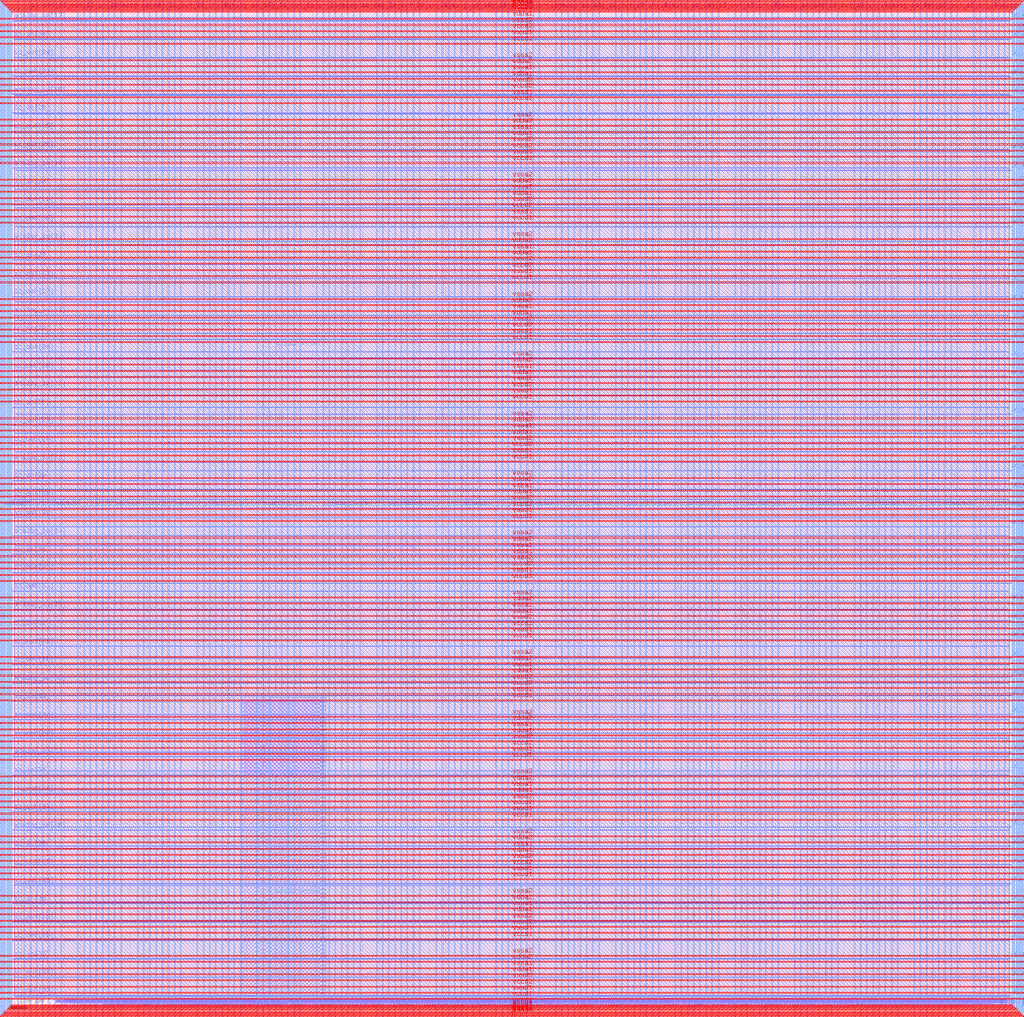
<source format=lef>
VERSION 5.7 ;
  NOWIREEXTENSIONATPIN ON ;
  DIVIDERCHAR "/" ;
  BUSBITCHARS "[]" ;
MACRO user_project_wrapper
  CLASS BLOCK ;
  FOREIGN user_project_wrapper ;
  ORIGIN 0.000 0.000 ;
  SIZE 3000.000 BY 3000.000 ;
  PIN analog_io[0]
    DIRECTION INOUT ;
    USE SIGNAL ;
    PORT
      LAYER Metal3 ;
        RECT 2997.600 1216.600 3004.800 1217.720 ;
    END
  END analog_io[0]
  PIN analog_io[10]
    DIRECTION INOUT ;
    USE SIGNAL ;
    PORT
      LAYER Metal2 ;
        RECT 2286.760 2997.600 2287.880 3004.800 ;
    END
  END analog_io[10]
  PIN analog_io[11]
    DIRECTION INOUT ;
    USE SIGNAL ;
    PORT
      LAYER Metal2 ;
        RECT 1955.240 2997.600 1956.360 3004.800 ;
    END
  END analog_io[11]
  PIN analog_io[12]
    DIRECTION INOUT ;
    USE SIGNAL ;
    PORT
      LAYER Metal2 ;
        RECT 1623.720 2997.600 1624.840 3004.800 ;
    END
  END analog_io[12]
  PIN analog_io[13]
    DIRECTION INOUT ;
    USE SIGNAL ;
    PORT
      LAYER Metal2 ;
        RECT 1292.200 2997.600 1293.320 3004.800 ;
    END
  END analog_io[13]
  PIN analog_io[14]
    DIRECTION INOUT ;
    USE SIGNAL ;
    PORT
      LAYER Metal2 ;
        RECT 960.680 2997.600 961.800 3004.800 ;
    END
  END analog_io[14]
  PIN analog_io[15]
    DIRECTION INOUT ;
    USE SIGNAL ;
    PORT
      LAYER Metal2 ;
        RECT 629.160 2997.600 630.280 3004.800 ;
    END
  END analog_io[15]
  PIN analog_io[16]
    DIRECTION INOUT ;
    USE SIGNAL ;
    PORT
      LAYER Metal2 ;
        RECT 297.640 2997.600 298.760 3004.800 ;
    END
  END analog_io[16]
  PIN analog_io[17]
    DIRECTION INOUT ;
    USE SIGNAL ;
    PORT
      LAYER Metal3 ;
        RECT -4.800 2968.280 2.400 2969.400 ;
    END
  END analog_io[17]
  PIN analog_io[18]
    DIRECTION INOUT ;
    USE SIGNAL ;
    PORT
      LAYER Metal3 ;
        RECT -4.800 2746.520 2.400 2747.640 ;
    END
  END analog_io[18]
  PIN analog_io[19]
    DIRECTION INOUT ;
    USE SIGNAL ;
    PORT
      LAYER Metal3 ;
        RECT -4.800 2524.760 2.400 2525.880 ;
    END
  END analog_io[19]
  PIN analog_io[1]
    DIRECTION INOUT ;
    USE SIGNAL ;
    PORT
      LAYER Metal3 ;
        RECT 2997.600 1442.840 3004.800 1443.960 ;
    END
  END analog_io[1]
  PIN analog_io[20]
    DIRECTION INOUT ;
    USE SIGNAL ;
    PORT
      LAYER Metal3 ;
        RECT -4.800 2303.000 2.400 2304.120 ;
    END
  END analog_io[20]
  PIN analog_io[21]
    DIRECTION INOUT ;
    USE SIGNAL ;
    PORT
      LAYER Metal3 ;
        RECT -4.800 2081.240 2.400 2082.360 ;
    END
  END analog_io[21]
  PIN analog_io[22]
    DIRECTION INOUT ;
    USE SIGNAL ;
    PORT
      LAYER Metal3 ;
        RECT -4.800 1859.480 2.400 1860.600 ;
    END
  END analog_io[22]
  PIN analog_io[23]
    DIRECTION INOUT ;
    USE SIGNAL ;
    PORT
      LAYER Metal3 ;
        RECT -4.800 1637.720 2.400 1638.840 ;
    END
  END analog_io[23]
  PIN analog_io[24]
    DIRECTION INOUT ;
    USE SIGNAL ;
    PORT
      LAYER Metal3 ;
        RECT -4.800 1415.960 2.400 1417.080 ;
    END
  END analog_io[24]
  PIN analog_io[25]
    DIRECTION INOUT ;
    USE SIGNAL ;
    PORT
      LAYER Metal3 ;
        RECT -4.800 1194.200 2.400 1195.320 ;
    END
  END analog_io[25]
  PIN analog_io[26]
    DIRECTION INOUT ;
    USE SIGNAL ;
    PORT
      LAYER Metal3 ;
        RECT -4.800 972.440 2.400 973.560 ;
    END
  END analog_io[26]
  PIN analog_io[27]
    DIRECTION INOUT ;
    USE SIGNAL ;
    PORT
      LAYER Metal3 ;
        RECT -4.800 750.680 2.400 751.800 ;
    END
  END analog_io[27]
  PIN analog_io[28]
    DIRECTION INOUT ;
    USE SIGNAL ;
    PORT
      LAYER Metal3 ;
        RECT -4.800 528.920 2.400 530.040 ;
    END
  END analog_io[28]
  PIN analog_io[2]
    DIRECTION INOUT ;
    USE SIGNAL ;
    PORT
      LAYER Metal3 ;
        RECT 2997.600 1669.080 3004.800 1670.200 ;
    END
  END analog_io[2]
  PIN analog_io[3]
    DIRECTION INOUT ;
    USE SIGNAL ;
    PORT
      LAYER Metal3 ;
        RECT 2997.600 1895.320 3004.800 1896.440 ;
    END
  END analog_io[3]
  PIN analog_io[4]
    DIRECTION INOUT ;
    USE SIGNAL ;
    PORT
      LAYER Metal3 ;
        RECT 2997.600 2121.560 3004.800 2122.680 ;
    END
  END analog_io[4]
  PIN analog_io[5]
    DIRECTION INOUT ;
    USE SIGNAL ;
    PORT
      LAYER Metal3 ;
        RECT 2997.600 2347.800 3004.800 2348.920 ;
    END
  END analog_io[5]
  PIN analog_io[6]
    DIRECTION INOUT ;
    USE SIGNAL ;
    PORT
      LAYER Metal3 ;
        RECT 2997.600 2574.040 3004.800 2575.160 ;
    END
  END analog_io[6]
  PIN analog_io[7]
    DIRECTION INOUT ;
    USE SIGNAL ;
    PORT
      LAYER Metal3 ;
        RECT 2997.600 2800.280 3004.800 2801.400 ;
    END
  END analog_io[7]
  PIN analog_io[8]
    DIRECTION INOUT ;
    USE SIGNAL ;
    PORT
      LAYER Metal2 ;
        RECT 2949.800 2997.600 2950.920 3004.800 ;
    END
  END analog_io[8]
  PIN analog_io[9]
    DIRECTION INOUT ;
    USE SIGNAL ;
    PORT
      LAYER Metal2 ;
        RECT 2618.280 2997.600 2619.400 3004.800 ;
    END
  END analog_io[9]
  PIN io_in[0]
    DIRECTION INPUT ;
    USE SIGNAL ;
    PORT
      LAYER Metal3 ;
        RECT 2997.600 28.840 3004.800 29.960 ;
    END
  END io_in[0]
  PIN io_in[10]
    DIRECTION INPUT ;
    USE SIGNAL ;
    PORT
      LAYER Metal3 ;
        RECT 2997.600 1951.880 3004.800 1953.000 ;
    END
  END io_in[10]
  PIN io_in[11]
    DIRECTION INPUT ;
    USE SIGNAL ;
    PORT
      LAYER Metal3 ;
        RECT 2997.600 2178.120 3004.800 2179.240 ;
    END
  END io_in[11]
  PIN io_in[12]
    DIRECTION INPUT ;
    USE SIGNAL ;
    PORT
      LAYER Metal3 ;
        RECT 2997.600 2404.360 3004.800 2405.480 ;
    END
  END io_in[12]
  PIN io_in[13]
    DIRECTION INPUT ;
    USE SIGNAL ;
    PORT
      LAYER Metal3 ;
        RECT 2997.600 2630.600 3004.800 2631.720 ;
    END
  END io_in[13]
  PIN io_in[14]
    DIRECTION INPUT ;
    USE SIGNAL ;
    PORT
      LAYER Metal3 ;
        RECT 2997.600 2856.840 3004.800 2857.960 ;
    END
  END io_in[14]
  PIN io_in[15]
    DIRECTION INPUT ;
    USE SIGNAL ;
    PORT
      LAYER Metal2 ;
        RECT 2866.920 2997.600 2868.040 3004.800 ;
    END
  END io_in[15]
  PIN io_in[16]
    DIRECTION INPUT ;
    USE SIGNAL ;
    PORT
      LAYER Metal2 ;
        RECT 2535.400 2997.600 2536.520 3004.800 ;
    END
  END io_in[16]
  PIN io_in[17]
    DIRECTION INPUT ;
    USE SIGNAL ;
    PORT
      LAYER Metal2 ;
        RECT 2203.880 2997.600 2205.000 3004.800 ;
    END
  END io_in[17]
  PIN io_in[18]
    DIRECTION INPUT ;
    USE SIGNAL ;
    PORT
      LAYER Metal2 ;
        RECT 1872.360 2997.600 1873.480 3004.800 ;
    END
  END io_in[18]
  PIN io_in[19]
    DIRECTION INPUT ;
    USE SIGNAL ;
    PORT
      LAYER Metal2 ;
        RECT 1540.840 2997.600 1541.960 3004.800 ;
    END
  END io_in[19]
  PIN io_in[1]
    DIRECTION INPUT ;
    USE SIGNAL ;
    PORT
      LAYER Metal3 ;
        RECT 2997.600 198.520 3004.800 199.640 ;
    END
  END io_in[1]
  PIN io_in[20]
    DIRECTION INPUT ;
    USE SIGNAL ;
    PORT
      LAYER Metal2 ;
        RECT 1209.320 2997.600 1210.440 3004.800 ;
    END
  END io_in[20]
  PIN io_in[21]
    DIRECTION INPUT ;
    USE SIGNAL ;
    PORT
      LAYER Metal2 ;
        RECT 877.800 2997.600 878.920 3004.800 ;
    END
  END io_in[21]
  PIN io_in[22]
    DIRECTION INPUT ;
    USE SIGNAL ;
    PORT
      LAYER Metal2 ;
        RECT 546.280 2997.600 547.400 3004.800 ;
    END
  END io_in[22]
  PIN io_in[23]
    DIRECTION INPUT ;
    USE SIGNAL ;
    PORT
      LAYER Metal2 ;
        RECT 214.760 2997.600 215.880 3004.800 ;
    END
  END io_in[23]
  PIN io_in[24]
    DIRECTION INPUT ;
    USE SIGNAL ;
    PORT
      LAYER Metal3 ;
        RECT -4.800 2912.840 2.400 2913.960 ;
    END
  END io_in[24]
  PIN io_in[25]
    DIRECTION INPUT ;
    USE SIGNAL ;
    PORT
      LAYER Metal3 ;
        RECT -4.800 2691.080 2.400 2692.200 ;
    END
  END io_in[25]
  PIN io_in[26]
    DIRECTION INPUT ;
    USE SIGNAL ;
    PORT
      LAYER Metal3 ;
        RECT -4.800 2469.320 2.400 2470.440 ;
    END
  END io_in[26]
  PIN io_in[27]
    DIRECTION INPUT ;
    USE SIGNAL ;
    PORT
      LAYER Metal3 ;
        RECT -4.800 2247.560 2.400 2248.680 ;
    END
  END io_in[27]
  PIN io_in[28]
    DIRECTION INPUT ;
    USE SIGNAL ;
    PORT
      LAYER Metal3 ;
        RECT -4.800 2025.800 2.400 2026.920 ;
    END
  END io_in[28]
  PIN io_in[29]
    DIRECTION INPUT ;
    USE SIGNAL ;
    PORT
      LAYER Metal3 ;
        RECT -4.800 1804.040 2.400 1805.160 ;
    END
  END io_in[29]
  PIN io_in[2]
    DIRECTION INPUT ;
    USE SIGNAL ;
    PORT
      LAYER Metal3 ;
        RECT 2997.600 368.200 3004.800 369.320 ;
    END
  END io_in[2]
  PIN io_in[30]
    DIRECTION INPUT ;
    USE SIGNAL ;
    PORT
      LAYER Metal3 ;
        RECT -4.800 1582.280 2.400 1583.400 ;
    END
  END io_in[30]
  PIN io_in[31]
    DIRECTION INPUT ;
    USE SIGNAL ;
    PORT
      LAYER Metal3 ;
        RECT -4.800 1360.520 2.400 1361.640 ;
    END
  END io_in[31]
  PIN io_in[32]
    DIRECTION INPUT ;
    USE SIGNAL ;
    PORT
      LAYER Metal3 ;
        RECT -4.800 1138.760 2.400 1139.880 ;
    END
  END io_in[32]
  PIN io_in[33]
    DIRECTION INPUT ;
    USE SIGNAL ;
    PORT
      LAYER Metal3 ;
        RECT -4.800 917.000 2.400 918.120 ;
    END
  END io_in[33]
  PIN io_in[34]
    DIRECTION INPUT ;
    USE SIGNAL ;
    PORT
      LAYER Metal3 ;
        RECT -4.800 695.240 2.400 696.360 ;
    END
  END io_in[34]
  PIN io_in[35]
    DIRECTION INPUT ;
    USE SIGNAL ;
    PORT
      LAYER Metal3 ;
        RECT -4.800 473.480 2.400 474.600 ;
    END
  END io_in[35]
  PIN io_in[36]
    DIRECTION INPUT ;
    USE SIGNAL ;
    PORT
      LAYER Metal3 ;
        RECT -4.800 307.160 2.400 308.280 ;
    END
  END io_in[36]
  PIN io_in[37]
    DIRECTION INPUT ;
    USE SIGNAL ;
    PORT
      LAYER Metal3 ;
        RECT -4.800 140.840 2.400 141.960 ;
    END
  END io_in[37]
  PIN io_in[3]
    DIRECTION INPUT ;
    USE SIGNAL ;
    PORT
      LAYER Metal3 ;
        RECT 2997.600 537.880 3004.800 539.000 ;
    END
  END io_in[3]
  PIN io_in[4]
    DIRECTION INPUT ;
    USE SIGNAL ;
    PORT
      LAYER Metal3 ;
        RECT 2997.600 707.560 3004.800 708.680 ;
    END
  END io_in[4]
  PIN io_in[5]
    DIRECTION INPUT ;
    USE SIGNAL ;
    PORT
      LAYER Metal3 ;
        RECT 2997.600 877.240 3004.800 878.360 ;
    END
  END io_in[5]
  PIN io_in[6]
    DIRECTION INPUT ;
    USE SIGNAL ;
    PORT
      LAYER Metal3 ;
        RECT 2997.600 1046.920 3004.800 1048.040 ;
    END
  END io_in[6]
  PIN io_in[7]
    DIRECTION INPUT ;
    USE SIGNAL ;
    PORT
      LAYER Metal3 ;
        RECT 2997.600 1273.160 3004.800 1274.280 ;
    END
  END io_in[7]
  PIN io_in[8]
    DIRECTION INPUT ;
    USE SIGNAL ;
    PORT
      LAYER Metal3 ;
        RECT 2997.600 1499.400 3004.800 1500.520 ;
    END
  END io_in[8]
  PIN io_in[9]
    DIRECTION INPUT ;
    USE SIGNAL ;
    PORT
      LAYER Metal3 ;
        RECT 2997.600 1725.640 3004.800 1726.760 ;
    END
  END io_in[9]
  PIN io_oeb[0]
    DIRECTION OUTPUT TRISTATE ;
    USE SIGNAL ;
    PORT
      LAYER Metal3 ;
        RECT 2997.600 141.960 3004.800 143.080 ;
    END
  END io_oeb[0]
  PIN io_oeb[10]
    DIRECTION OUTPUT TRISTATE ;
    USE SIGNAL ;
    PORT
      LAYER Metal3 ;
        RECT 2997.600 2065.000 3004.800 2066.120 ;
    END
  END io_oeb[10]
  PIN io_oeb[11]
    DIRECTION OUTPUT TRISTATE ;
    USE SIGNAL ;
    PORT
      LAYER Metal3 ;
        RECT 2997.600 2291.240 3004.800 2292.360 ;
    END
  END io_oeb[11]
  PIN io_oeb[12]
    DIRECTION OUTPUT TRISTATE ;
    USE SIGNAL ;
    PORT
      LAYER Metal3 ;
        RECT 2997.600 2517.480 3004.800 2518.600 ;
    END
  END io_oeb[12]
  PIN io_oeb[13]
    DIRECTION OUTPUT TRISTATE ;
    USE SIGNAL ;
    PORT
      LAYER Metal3 ;
        RECT 2997.600 2743.720 3004.800 2744.840 ;
    END
  END io_oeb[13]
  PIN io_oeb[14]
    DIRECTION OUTPUT TRISTATE ;
    USE SIGNAL ;
    PORT
      LAYER Metal3 ;
        RECT 2997.600 2969.960 3004.800 2971.080 ;
    END
  END io_oeb[14]
  PIN io_oeb[15]
    DIRECTION OUTPUT TRISTATE ;
    USE SIGNAL ;
    PORT
      LAYER Metal2 ;
        RECT 2701.160 2997.600 2702.280 3004.800 ;
    END
  END io_oeb[15]
  PIN io_oeb[16]
    DIRECTION OUTPUT TRISTATE ;
    USE SIGNAL ;
    PORT
      LAYER Metal2 ;
        RECT 2369.640 2997.600 2370.760 3004.800 ;
    END
  END io_oeb[16]
  PIN io_oeb[17]
    DIRECTION OUTPUT TRISTATE ;
    USE SIGNAL ;
    PORT
      LAYER Metal2 ;
        RECT 2038.120 2997.600 2039.240 3004.800 ;
    END
  END io_oeb[17]
  PIN io_oeb[18]
    DIRECTION OUTPUT TRISTATE ;
    USE SIGNAL ;
    PORT
      LAYER Metal2 ;
        RECT 1706.600 2997.600 1707.720 3004.800 ;
    END
  END io_oeb[18]
  PIN io_oeb[19]
    DIRECTION OUTPUT TRISTATE ;
    USE SIGNAL ;
    PORT
      LAYER Metal2 ;
        RECT 1375.080 2997.600 1376.200 3004.800 ;
    END
  END io_oeb[19]
  PIN io_oeb[1]
    DIRECTION OUTPUT TRISTATE ;
    USE SIGNAL ;
    PORT
      LAYER Metal3 ;
        RECT 2997.600 311.640 3004.800 312.760 ;
    END
  END io_oeb[1]
  PIN io_oeb[20]
    DIRECTION OUTPUT TRISTATE ;
    USE SIGNAL ;
    PORT
      LAYER Metal2 ;
        RECT 1043.560 2997.600 1044.680 3004.800 ;
    END
  END io_oeb[20]
  PIN io_oeb[21]
    DIRECTION OUTPUT TRISTATE ;
    USE SIGNAL ;
    PORT
      LAYER Metal2 ;
        RECT 712.040 2997.600 713.160 3004.800 ;
    END
  END io_oeb[21]
  PIN io_oeb[22]
    DIRECTION OUTPUT TRISTATE ;
    USE SIGNAL ;
    PORT
      LAYER Metal2 ;
        RECT 380.520 2997.600 381.640 3004.800 ;
    END
  END io_oeb[22]
  PIN io_oeb[23]
    DIRECTION OUTPUT TRISTATE ;
    USE SIGNAL ;
    PORT
      LAYER Metal2 ;
        RECT 49.000 2997.600 50.120 3004.800 ;
    END
  END io_oeb[23]
  PIN io_oeb[24]
    DIRECTION OUTPUT TRISTATE ;
    USE SIGNAL ;
    PORT
      LAYER Metal3 ;
        RECT -4.800 2801.960 2.400 2803.080 ;
    END
  END io_oeb[24]
  PIN io_oeb[25]
    DIRECTION OUTPUT TRISTATE ;
    USE SIGNAL ;
    PORT
      LAYER Metal3 ;
        RECT -4.800 2580.200 2.400 2581.320 ;
    END
  END io_oeb[25]
  PIN io_oeb[26]
    DIRECTION OUTPUT TRISTATE ;
    USE SIGNAL ;
    PORT
      LAYER Metal3 ;
        RECT -4.800 2358.440 2.400 2359.560 ;
    END
  END io_oeb[26]
  PIN io_oeb[27]
    DIRECTION OUTPUT TRISTATE ;
    USE SIGNAL ;
    PORT
      LAYER Metal3 ;
        RECT -4.800 2136.680 2.400 2137.800 ;
    END
  END io_oeb[27]
  PIN io_oeb[28]
    DIRECTION OUTPUT TRISTATE ;
    USE SIGNAL ;
    PORT
      LAYER Metal3 ;
        RECT -4.800 1914.920 2.400 1916.040 ;
    END
  END io_oeb[28]
  PIN io_oeb[29]
    DIRECTION OUTPUT TRISTATE ;
    USE SIGNAL ;
    PORT
      LAYER Metal3 ;
        RECT -4.800 1693.160 2.400 1694.280 ;
    END
  END io_oeb[29]
  PIN io_oeb[2]
    DIRECTION OUTPUT TRISTATE ;
    USE SIGNAL ;
    PORT
      LAYER Metal3 ;
        RECT 2997.600 481.320 3004.800 482.440 ;
    END
  END io_oeb[2]
  PIN io_oeb[30]
    DIRECTION OUTPUT TRISTATE ;
    USE SIGNAL ;
    PORT
      LAYER Metal3 ;
        RECT -4.800 1471.400 2.400 1472.520 ;
    END
  END io_oeb[30]
  PIN io_oeb[31]
    DIRECTION OUTPUT TRISTATE ;
    USE SIGNAL ;
    PORT
      LAYER Metal3 ;
        RECT -4.800 1249.640 2.400 1250.760 ;
    END
  END io_oeb[31]
  PIN io_oeb[32]
    DIRECTION OUTPUT TRISTATE ;
    USE SIGNAL ;
    PORT
      LAYER Metal3 ;
        RECT -4.800 1027.880 2.400 1029.000 ;
    END
  END io_oeb[32]
  PIN io_oeb[33]
    DIRECTION OUTPUT TRISTATE ;
    USE SIGNAL ;
    PORT
      LAYER Metal3 ;
        RECT -4.800 806.120 2.400 807.240 ;
    END
  END io_oeb[33]
  PIN io_oeb[34]
    DIRECTION OUTPUT TRISTATE ;
    USE SIGNAL ;
    PORT
      LAYER Metal3 ;
        RECT -4.800 584.360 2.400 585.480 ;
    END
  END io_oeb[34]
  PIN io_oeb[35]
    DIRECTION OUTPUT TRISTATE ;
    USE SIGNAL ;
    PORT
      LAYER Metal3 ;
        RECT -4.800 362.600 2.400 363.720 ;
    END
  END io_oeb[35]
  PIN io_oeb[36]
    DIRECTION OUTPUT TRISTATE ;
    USE SIGNAL ;
    PORT
      LAYER Metal3 ;
        RECT -4.800 196.280 2.400 197.400 ;
    END
  END io_oeb[36]
  PIN io_oeb[37]
    DIRECTION OUTPUT TRISTATE ;
    USE SIGNAL ;
    PORT
      LAYER Metal3 ;
        RECT -4.800 29.960 2.400 31.080 ;
    END
  END io_oeb[37]
  PIN io_oeb[3]
    DIRECTION OUTPUT TRISTATE ;
    USE SIGNAL ;
    PORT
      LAYER Metal3 ;
        RECT 2997.600 651.000 3004.800 652.120 ;
    END
  END io_oeb[3]
  PIN io_oeb[4]
    DIRECTION OUTPUT TRISTATE ;
    USE SIGNAL ;
    PORT
      LAYER Metal3 ;
        RECT 2997.600 820.680 3004.800 821.800 ;
    END
  END io_oeb[4]
  PIN io_oeb[5]
    DIRECTION OUTPUT TRISTATE ;
    USE SIGNAL ;
    PORT
      LAYER Metal3 ;
        RECT 2997.600 990.360 3004.800 991.480 ;
    END
  END io_oeb[5]
  PIN io_oeb[6]
    DIRECTION OUTPUT TRISTATE ;
    USE SIGNAL ;
    PORT
      LAYER Metal3 ;
        RECT 2997.600 1160.040 3004.800 1161.160 ;
    END
  END io_oeb[6]
  PIN io_oeb[7]
    DIRECTION OUTPUT TRISTATE ;
    USE SIGNAL ;
    PORT
      LAYER Metal3 ;
        RECT 2997.600 1386.280 3004.800 1387.400 ;
    END
  END io_oeb[7]
  PIN io_oeb[8]
    DIRECTION OUTPUT TRISTATE ;
    USE SIGNAL ;
    PORT
      LAYER Metal3 ;
        RECT 2997.600 1612.520 3004.800 1613.640 ;
    END
  END io_oeb[8]
  PIN io_oeb[9]
    DIRECTION OUTPUT TRISTATE ;
    USE SIGNAL ;
    PORT
      LAYER Metal3 ;
        RECT 2997.600 1838.760 3004.800 1839.880 ;
    END
  END io_oeb[9]
  PIN io_out[0]
    DIRECTION OUTPUT TRISTATE ;
    USE SIGNAL ;
    PORT
      LAYER Metal3 ;
        RECT 2997.600 85.400 3004.800 86.520 ;
    END
  END io_out[0]
  PIN io_out[10]
    DIRECTION OUTPUT TRISTATE ;
    USE SIGNAL ;
    PORT
      LAYER Metal3 ;
        RECT 2997.600 2008.440 3004.800 2009.560 ;
    END
  END io_out[10]
  PIN io_out[11]
    DIRECTION OUTPUT TRISTATE ;
    USE SIGNAL ;
    PORT
      LAYER Metal3 ;
        RECT 2997.600 2234.680 3004.800 2235.800 ;
    END
  END io_out[11]
  PIN io_out[12]
    DIRECTION OUTPUT TRISTATE ;
    USE SIGNAL ;
    PORT
      LAYER Metal3 ;
        RECT 2997.600 2460.920 3004.800 2462.040 ;
    END
  END io_out[12]
  PIN io_out[13]
    DIRECTION OUTPUT TRISTATE ;
    USE SIGNAL ;
    PORT
      LAYER Metal3 ;
        RECT 2997.600 2687.160 3004.800 2688.280 ;
    END
  END io_out[13]
  PIN io_out[14]
    DIRECTION OUTPUT TRISTATE ;
    USE SIGNAL ;
    PORT
      LAYER Metal3 ;
        RECT 2997.600 2913.400 3004.800 2914.520 ;
    END
  END io_out[14]
  PIN io_out[15]
    DIRECTION OUTPUT TRISTATE ;
    USE SIGNAL ;
    PORT
      LAYER Metal2 ;
        RECT 2784.040 2997.600 2785.160 3004.800 ;
    END
  END io_out[15]
  PIN io_out[16]
    DIRECTION OUTPUT TRISTATE ;
    USE SIGNAL ;
    PORT
      LAYER Metal2 ;
        RECT 2452.520 2997.600 2453.640 3004.800 ;
    END
  END io_out[16]
  PIN io_out[17]
    DIRECTION OUTPUT TRISTATE ;
    USE SIGNAL ;
    PORT
      LAYER Metal2 ;
        RECT 2121.000 2997.600 2122.120 3004.800 ;
    END
  END io_out[17]
  PIN io_out[18]
    DIRECTION OUTPUT TRISTATE ;
    USE SIGNAL ;
    PORT
      LAYER Metal2 ;
        RECT 1789.480 2997.600 1790.600 3004.800 ;
    END
  END io_out[18]
  PIN io_out[19]
    DIRECTION OUTPUT TRISTATE ;
    USE SIGNAL ;
    PORT
      LAYER Metal2 ;
        RECT 1457.960 2997.600 1459.080 3004.800 ;
    END
  END io_out[19]
  PIN io_out[1]
    DIRECTION OUTPUT TRISTATE ;
    USE SIGNAL ;
    PORT
      LAYER Metal3 ;
        RECT 2997.600 255.080 3004.800 256.200 ;
    END
  END io_out[1]
  PIN io_out[20]
    DIRECTION OUTPUT TRISTATE ;
    USE SIGNAL ;
    PORT
      LAYER Metal2 ;
        RECT 1126.440 2997.600 1127.560 3004.800 ;
    END
  END io_out[20]
  PIN io_out[21]
    DIRECTION OUTPUT TRISTATE ;
    USE SIGNAL ;
    PORT
      LAYER Metal2 ;
        RECT 794.920 2997.600 796.040 3004.800 ;
    END
  END io_out[21]
  PIN io_out[22]
    DIRECTION OUTPUT TRISTATE ;
    USE SIGNAL ;
    PORT
      LAYER Metal2 ;
        RECT 463.400 2997.600 464.520 3004.800 ;
    END
  END io_out[22]
  PIN io_out[23]
    DIRECTION OUTPUT TRISTATE ;
    USE SIGNAL ;
    PORT
      LAYER Metal2 ;
        RECT 131.880 2997.600 133.000 3004.800 ;
    END
  END io_out[23]
  PIN io_out[24]
    DIRECTION OUTPUT TRISTATE ;
    USE SIGNAL ;
    PORT
      LAYER Metal3 ;
        RECT -4.800 2857.400 2.400 2858.520 ;
    END
  END io_out[24]
  PIN io_out[25]
    DIRECTION OUTPUT TRISTATE ;
    USE SIGNAL ;
    PORT
      LAYER Metal3 ;
        RECT -4.800 2635.640 2.400 2636.760 ;
    END
  END io_out[25]
  PIN io_out[26]
    DIRECTION OUTPUT TRISTATE ;
    USE SIGNAL ;
    PORT
      LAYER Metal3 ;
        RECT -4.800 2413.880 2.400 2415.000 ;
    END
  END io_out[26]
  PIN io_out[27]
    DIRECTION OUTPUT TRISTATE ;
    USE SIGNAL ;
    PORT
      LAYER Metal3 ;
        RECT -4.800 2192.120 2.400 2193.240 ;
    END
  END io_out[27]
  PIN io_out[28]
    DIRECTION OUTPUT TRISTATE ;
    USE SIGNAL ;
    PORT
      LAYER Metal3 ;
        RECT -4.800 1970.360 2.400 1971.480 ;
    END
  END io_out[28]
  PIN io_out[29]
    DIRECTION OUTPUT TRISTATE ;
    USE SIGNAL ;
    PORT
      LAYER Metal3 ;
        RECT -4.800 1748.600 2.400 1749.720 ;
    END
  END io_out[29]
  PIN io_out[2]
    DIRECTION OUTPUT TRISTATE ;
    USE SIGNAL ;
    PORT
      LAYER Metal3 ;
        RECT 2997.600 424.760 3004.800 425.880 ;
    END
  END io_out[2]
  PIN io_out[30]
    DIRECTION OUTPUT TRISTATE ;
    USE SIGNAL ;
    PORT
      LAYER Metal3 ;
        RECT -4.800 1526.840 2.400 1527.960 ;
    END
  END io_out[30]
  PIN io_out[31]
    DIRECTION OUTPUT TRISTATE ;
    USE SIGNAL ;
    PORT
      LAYER Metal3 ;
        RECT -4.800 1305.080 2.400 1306.200 ;
    END
  END io_out[31]
  PIN io_out[32]
    DIRECTION OUTPUT TRISTATE ;
    USE SIGNAL ;
    PORT
      LAYER Metal3 ;
        RECT -4.800 1083.320 2.400 1084.440 ;
    END
  END io_out[32]
  PIN io_out[33]
    DIRECTION OUTPUT TRISTATE ;
    USE SIGNAL ;
    PORT
      LAYER Metal3 ;
        RECT -4.800 861.560 2.400 862.680 ;
    END
  END io_out[33]
  PIN io_out[34]
    DIRECTION OUTPUT TRISTATE ;
    USE SIGNAL ;
    PORT
      LAYER Metal3 ;
        RECT -4.800 639.800 2.400 640.920 ;
    END
  END io_out[34]
  PIN io_out[35]
    DIRECTION OUTPUT TRISTATE ;
    USE SIGNAL ;
    PORT
      LAYER Metal3 ;
        RECT -4.800 418.040 2.400 419.160 ;
    END
  END io_out[35]
  PIN io_out[36]
    DIRECTION OUTPUT TRISTATE ;
    USE SIGNAL ;
    PORT
      LAYER Metal3 ;
        RECT -4.800 251.720 2.400 252.840 ;
    END
  END io_out[36]
  PIN io_out[37]
    DIRECTION OUTPUT TRISTATE ;
    USE SIGNAL ;
    PORT
      LAYER Metal3 ;
        RECT -4.800 85.400 2.400 86.520 ;
    END
  END io_out[37]
  PIN io_out[3]
    DIRECTION OUTPUT TRISTATE ;
    USE SIGNAL ;
    PORT
      LAYER Metal3 ;
        RECT 2997.600 594.440 3004.800 595.560 ;
    END
  END io_out[3]
  PIN io_out[4]
    DIRECTION OUTPUT TRISTATE ;
    USE SIGNAL ;
    PORT
      LAYER Metal3 ;
        RECT 2997.600 764.120 3004.800 765.240 ;
    END
  END io_out[4]
  PIN io_out[5]
    DIRECTION OUTPUT TRISTATE ;
    USE SIGNAL ;
    PORT
      LAYER Metal3 ;
        RECT 2997.600 933.800 3004.800 934.920 ;
    END
  END io_out[5]
  PIN io_out[6]
    DIRECTION OUTPUT TRISTATE ;
    USE SIGNAL ;
    PORT
      LAYER Metal3 ;
        RECT 2997.600 1103.480 3004.800 1104.600 ;
    END
  END io_out[6]
  PIN io_out[7]
    DIRECTION OUTPUT TRISTATE ;
    USE SIGNAL ;
    PORT
      LAYER Metal3 ;
        RECT 2997.600 1329.720 3004.800 1330.840 ;
    END
  END io_out[7]
  PIN io_out[8]
    DIRECTION OUTPUT TRISTATE ;
    USE SIGNAL ;
    PORT
      LAYER Metal3 ;
        RECT 2997.600 1555.960 3004.800 1557.080 ;
    END
  END io_out[8]
  PIN io_out[9]
    DIRECTION OUTPUT TRISTATE ;
    USE SIGNAL ;
    PORT
      LAYER Metal3 ;
        RECT 2997.600 1782.200 3004.800 1783.320 ;
    END
  END io_out[9]
  PIN la_data_in[0]
    DIRECTION INPUT ;
    USE SIGNAL ;
    PORT
      LAYER Metal2 ;
        RECT 712.600 -4.800 713.720 2.400 ;
    END
  END la_data_in[0]
  PIN la_data_in[100]
    DIRECTION INPUT ;
    USE SIGNAL ;
    PORT
      LAYER Metal2 ;
        RECT 2392.600 -4.800 2393.720 2.400 ;
    END
  END la_data_in[100]
  PIN la_data_in[101]
    DIRECTION INPUT ;
    USE SIGNAL ;
    PORT
      LAYER Metal2 ;
        RECT 2409.400 -4.800 2410.520 2.400 ;
    END
  END la_data_in[101]
  PIN la_data_in[102]
    DIRECTION INPUT ;
    USE SIGNAL ;
    PORT
      LAYER Metal2 ;
        RECT 2426.200 -4.800 2427.320 2.400 ;
    END
  END la_data_in[102]
  PIN la_data_in[103]
    DIRECTION INPUT ;
    USE SIGNAL ;
    PORT
      LAYER Metal2 ;
        RECT 2443.000 -4.800 2444.120 2.400 ;
    END
  END la_data_in[103]
  PIN la_data_in[104]
    DIRECTION INPUT ;
    USE SIGNAL ;
    PORT
      LAYER Metal2 ;
        RECT 2459.800 -4.800 2460.920 2.400 ;
    END
  END la_data_in[104]
  PIN la_data_in[105]
    DIRECTION INPUT ;
    USE SIGNAL ;
    PORT
      LAYER Metal2 ;
        RECT 2476.600 -4.800 2477.720 2.400 ;
    END
  END la_data_in[105]
  PIN la_data_in[106]
    DIRECTION INPUT ;
    USE SIGNAL ;
    PORT
      LAYER Metal2 ;
        RECT 2493.400 -4.800 2494.520 2.400 ;
    END
  END la_data_in[106]
  PIN la_data_in[107]
    DIRECTION INPUT ;
    USE SIGNAL ;
    PORT
      LAYER Metal2 ;
        RECT 2510.200 -4.800 2511.320 2.400 ;
    END
  END la_data_in[107]
  PIN la_data_in[108]
    DIRECTION INPUT ;
    USE SIGNAL ;
    PORT
      LAYER Metal2 ;
        RECT 2527.000 -4.800 2528.120 2.400 ;
    END
  END la_data_in[108]
  PIN la_data_in[109]
    DIRECTION INPUT ;
    USE SIGNAL ;
    PORT
      LAYER Metal2 ;
        RECT 2543.800 -4.800 2544.920 2.400 ;
    END
  END la_data_in[109]
  PIN la_data_in[10]
    DIRECTION INPUT ;
    USE SIGNAL ;
    PORT
      LAYER Metal2 ;
        RECT 880.600 -4.800 881.720 2.400 ;
    END
  END la_data_in[10]
  PIN la_data_in[110]
    DIRECTION INPUT ;
    USE SIGNAL ;
    PORT
      LAYER Metal2 ;
        RECT 2560.600 -4.800 2561.720 2.400 ;
    END
  END la_data_in[110]
  PIN la_data_in[111]
    DIRECTION INPUT ;
    USE SIGNAL ;
    PORT
      LAYER Metal2 ;
        RECT 2577.400 -4.800 2578.520 2.400 ;
    END
  END la_data_in[111]
  PIN la_data_in[112]
    DIRECTION INPUT ;
    USE SIGNAL ;
    PORT
      LAYER Metal2 ;
        RECT 2594.200 -4.800 2595.320 2.400 ;
    END
  END la_data_in[112]
  PIN la_data_in[113]
    DIRECTION INPUT ;
    USE SIGNAL ;
    PORT
      LAYER Metal2 ;
        RECT 2611.000 -4.800 2612.120 2.400 ;
    END
  END la_data_in[113]
  PIN la_data_in[114]
    DIRECTION INPUT ;
    USE SIGNAL ;
    PORT
      LAYER Metal2 ;
        RECT 2627.800 -4.800 2628.920 2.400 ;
    END
  END la_data_in[114]
  PIN la_data_in[115]
    DIRECTION INPUT ;
    USE SIGNAL ;
    PORT
      LAYER Metal2 ;
        RECT 2644.600 -4.800 2645.720 2.400 ;
    END
  END la_data_in[115]
  PIN la_data_in[116]
    DIRECTION INPUT ;
    USE SIGNAL ;
    PORT
      LAYER Metal2 ;
        RECT 2661.400 -4.800 2662.520 2.400 ;
    END
  END la_data_in[116]
  PIN la_data_in[117]
    DIRECTION INPUT ;
    USE SIGNAL ;
    PORT
      LAYER Metal2 ;
        RECT 2678.200 -4.800 2679.320 2.400 ;
    END
  END la_data_in[117]
  PIN la_data_in[118]
    DIRECTION INPUT ;
    USE SIGNAL ;
    PORT
      LAYER Metal2 ;
        RECT 2695.000 -4.800 2696.120 2.400 ;
    END
  END la_data_in[118]
  PIN la_data_in[119]
    DIRECTION INPUT ;
    USE SIGNAL ;
    PORT
      LAYER Metal2 ;
        RECT 2711.800 -4.800 2712.920 2.400 ;
    END
  END la_data_in[119]
  PIN la_data_in[11]
    DIRECTION INPUT ;
    USE SIGNAL ;
    PORT
      LAYER Metal2 ;
        RECT 897.400 -4.800 898.520 2.400 ;
    END
  END la_data_in[11]
  PIN la_data_in[120]
    DIRECTION INPUT ;
    USE SIGNAL ;
    PORT
      LAYER Metal2 ;
        RECT 2728.600 -4.800 2729.720 2.400 ;
    END
  END la_data_in[120]
  PIN la_data_in[121]
    DIRECTION INPUT ;
    USE SIGNAL ;
    PORT
      LAYER Metal2 ;
        RECT 2745.400 -4.800 2746.520 2.400 ;
    END
  END la_data_in[121]
  PIN la_data_in[122]
    DIRECTION INPUT ;
    USE SIGNAL ;
    PORT
      LAYER Metal2 ;
        RECT 2762.200 -4.800 2763.320 2.400 ;
    END
  END la_data_in[122]
  PIN la_data_in[123]
    DIRECTION INPUT ;
    USE SIGNAL ;
    PORT
      LAYER Metal2 ;
        RECT 2779.000 -4.800 2780.120 2.400 ;
    END
  END la_data_in[123]
  PIN la_data_in[124]
    DIRECTION INPUT ;
    USE SIGNAL ;
    PORT
      LAYER Metal2 ;
        RECT 2795.800 -4.800 2796.920 2.400 ;
    END
  END la_data_in[124]
  PIN la_data_in[125]
    DIRECTION INPUT ;
    USE SIGNAL ;
    PORT
      LAYER Metal2 ;
        RECT 2812.600 -4.800 2813.720 2.400 ;
    END
  END la_data_in[125]
  PIN la_data_in[126]
    DIRECTION INPUT ;
    USE SIGNAL ;
    PORT
      LAYER Metal2 ;
        RECT 2829.400 -4.800 2830.520 2.400 ;
    END
  END la_data_in[126]
  PIN la_data_in[127]
    DIRECTION INPUT ;
    USE SIGNAL ;
    PORT
      LAYER Metal2 ;
        RECT 2846.200 -4.800 2847.320 2.400 ;
    END
  END la_data_in[127]
  PIN la_data_in[12]
    DIRECTION INPUT ;
    USE SIGNAL ;
    PORT
      LAYER Metal2 ;
        RECT 914.200 -4.800 915.320 2.400 ;
    END
  END la_data_in[12]
  PIN la_data_in[13]
    DIRECTION INPUT ;
    USE SIGNAL ;
    PORT
      LAYER Metal2 ;
        RECT 931.000 -4.800 932.120 2.400 ;
    END
  END la_data_in[13]
  PIN la_data_in[14]
    DIRECTION INPUT ;
    USE SIGNAL ;
    PORT
      LAYER Metal2 ;
        RECT 947.800 -4.800 948.920 2.400 ;
    END
  END la_data_in[14]
  PIN la_data_in[15]
    DIRECTION INPUT ;
    USE SIGNAL ;
    PORT
      LAYER Metal2 ;
        RECT 964.600 -4.800 965.720 2.400 ;
    END
  END la_data_in[15]
  PIN la_data_in[16]
    DIRECTION INPUT ;
    USE SIGNAL ;
    PORT
      LAYER Metal2 ;
        RECT 981.400 -4.800 982.520 2.400 ;
    END
  END la_data_in[16]
  PIN la_data_in[17]
    DIRECTION INPUT ;
    USE SIGNAL ;
    PORT
      LAYER Metal2 ;
        RECT 998.200 -4.800 999.320 2.400 ;
    END
  END la_data_in[17]
  PIN la_data_in[18]
    DIRECTION INPUT ;
    USE SIGNAL ;
    PORT
      LAYER Metal2 ;
        RECT 1015.000 -4.800 1016.120 2.400 ;
    END
  END la_data_in[18]
  PIN la_data_in[19]
    DIRECTION INPUT ;
    USE SIGNAL ;
    PORT
      LAYER Metal2 ;
        RECT 1031.800 -4.800 1032.920 2.400 ;
    END
  END la_data_in[19]
  PIN la_data_in[1]
    DIRECTION INPUT ;
    USE SIGNAL ;
    PORT
      LAYER Metal2 ;
        RECT 729.400 -4.800 730.520 2.400 ;
    END
  END la_data_in[1]
  PIN la_data_in[20]
    DIRECTION INPUT ;
    USE SIGNAL ;
    PORT
      LAYER Metal2 ;
        RECT 1048.600 -4.800 1049.720 2.400 ;
    END
  END la_data_in[20]
  PIN la_data_in[21]
    DIRECTION INPUT ;
    USE SIGNAL ;
    PORT
      LAYER Metal2 ;
        RECT 1065.400 -4.800 1066.520 2.400 ;
    END
  END la_data_in[21]
  PIN la_data_in[22]
    DIRECTION INPUT ;
    USE SIGNAL ;
    PORT
      LAYER Metal2 ;
        RECT 1082.200 -4.800 1083.320 2.400 ;
    END
  END la_data_in[22]
  PIN la_data_in[23]
    DIRECTION INPUT ;
    USE SIGNAL ;
    PORT
      LAYER Metal2 ;
        RECT 1099.000 -4.800 1100.120 2.400 ;
    END
  END la_data_in[23]
  PIN la_data_in[24]
    DIRECTION INPUT ;
    USE SIGNAL ;
    PORT
      LAYER Metal2 ;
        RECT 1115.800 -4.800 1116.920 2.400 ;
    END
  END la_data_in[24]
  PIN la_data_in[25]
    DIRECTION INPUT ;
    USE SIGNAL ;
    PORT
      LAYER Metal2 ;
        RECT 1132.600 -4.800 1133.720 2.400 ;
    END
  END la_data_in[25]
  PIN la_data_in[26]
    DIRECTION INPUT ;
    USE SIGNAL ;
    PORT
      LAYER Metal2 ;
        RECT 1149.400 -4.800 1150.520 2.400 ;
    END
  END la_data_in[26]
  PIN la_data_in[27]
    DIRECTION INPUT ;
    USE SIGNAL ;
    PORT
      LAYER Metal2 ;
        RECT 1166.200 -4.800 1167.320 2.400 ;
    END
  END la_data_in[27]
  PIN la_data_in[28]
    DIRECTION INPUT ;
    USE SIGNAL ;
    PORT
      LAYER Metal2 ;
        RECT 1183.000 -4.800 1184.120 2.400 ;
    END
  END la_data_in[28]
  PIN la_data_in[29]
    DIRECTION INPUT ;
    USE SIGNAL ;
    PORT
      LAYER Metal2 ;
        RECT 1199.800 -4.800 1200.920 2.400 ;
    END
  END la_data_in[29]
  PIN la_data_in[2]
    DIRECTION INPUT ;
    USE SIGNAL ;
    PORT
      LAYER Metal2 ;
        RECT 746.200 -4.800 747.320 2.400 ;
    END
  END la_data_in[2]
  PIN la_data_in[30]
    DIRECTION INPUT ;
    USE SIGNAL ;
    PORT
      LAYER Metal2 ;
        RECT 1216.600 -4.800 1217.720 2.400 ;
    END
  END la_data_in[30]
  PIN la_data_in[31]
    DIRECTION INPUT ;
    USE SIGNAL ;
    PORT
      LAYER Metal2 ;
        RECT 1233.400 -4.800 1234.520 2.400 ;
    END
  END la_data_in[31]
  PIN la_data_in[32]
    DIRECTION INPUT ;
    USE SIGNAL ;
    PORT
      LAYER Metal2 ;
        RECT 1250.200 -4.800 1251.320 2.400 ;
    END
  END la_data_in[32]
  PIN la_data_in[33]
    DIRECTION INPUT ;
    USE SIGNAL ;
    PORT
      LAYER Metal2 ;
        RECT 1267.000 -4.800 1268.120 2.400 ;
    END
  END la_data_in[33]
  PIN la_data_in[34]
    DIRECTION INPUT ;
    USE SIGNAL ;
    PORT
      LAYER Metal2 ;
        RECT 1283.800 -4.800 1284.920 2.400 ;
    END
  END la_data_in[34]
  PIN la_data_in[35]
    DIRECTION INPUT ;
    USE SIGNAL ;
    PORT
      LAYER Metal2 ;
        RECT 1300.600 -4.800 1301.720 2.400 ;
    END
  END la_data_in[35]
  PIN la_data_in[36]
    DIRECTION INPUT ;
    USE SIGNAL ;
    PORT
      LAYER Metal2 ;
        RECT 1317.400 -4.800 1318.520 2.400 ;
    END
  END la_data_in[36]
  PIN la_data_in[37]
    DIRECTION INPUT ;
    USE SIGNAL ;
    PORT
      LAYER Metal2 ;
        RECT 1334.200 -4.800 1335.320 2.400 ;
    END
  END la_data_in[37]
  PIN la_data_in[38]
    DIRECTION INPUT ;
    USE SIGNAL ;
    PORT
      LAYER Metal2 ;
        RECT 1351.000 -4.800 1352.120 2.400 ;
    END
  END la_data_in[38]
  PIN la_data_in[39]
    DIRECTION INPUT ;
    USE SIGNAL ;
    PORT
      LAYER Metal2 ;
        RECT 1367.800 -4.800 1368.920 2.400 ;
    END
  END la_data_in[39]
  PIN la_data_in[3]
    DIRECTION INPUT ;
    USE SIGNAL ;
    PORT
      LAYER Metal2 ;
        RECT 763.000 -4.800 764.120 2.400 ;
    END
  END la_data_in[3]
  PIN la_data_in[40]
    DIRECTION INPUT ;
    USE SIGNAL ;
    PORT
      LAYER Metal2 ;
        RECT 1384.600 -4.800 1385.720 2.400 ;
    END
  END la_data_in[40]
  PIN la_data_in[41]
    DIRECTION INPUT ;
    USE SIGNAL ;
    PORT
      LAYER Metal2 ;
        RECT 1401.400 -4.800 1402.520 2.400 ;
    END
  END la_data_in[41]
  PIN la_data_in[42]
    DIRECTION INPUT ;
    USE SIGNAL ;
    PORT
      LAYER Metal2 ;
        RECT 1418.200 -4.800 1419.320 2.400 ;
    END
  END la_data_in[42]
  PIN la_data_in[43]
    DIRECTION INPUT ;
    USE SIGNAL ;
    PORT
      LAYER Metal2 ;
        RECT 1435.000 -4.800 1436.120 2.400 ;
    END
  END la_data_in[43]
  PIN la_data_in[44]
    DIRECTION INPUT ;
    USE SIGNAL ;
    PORT
      LAYER Metal2 ;
        RECT 1451.800 -4.800 1452.920 2.400 ;
    END
  END la_data_in[44]
  PIN la_data_in[45]
    DIRECTION INPUT ;
    USE SIGNAL ;
    PORT
      LAYER Metal2 ;
        RECT 1468.600 -4.800 1469.720 2.400 ;
    END
  END la_data_in[45]
  PIN la_data_in[46]
    DIRECTION INPUT ;
    USE SIGNAL ;
    PORT
      LAYER Metal2 ;
        RECT 1485.400 -4.800 1486.520 2.400 ;
    END
  END la_data_in[46]
  PIN la_data_in[47]
    DIRECTION INPUT ;
    USE SIGNAL ;
    PORT
      LAYER Metal2 ;
        RECT 1502.200 -4.800 1503.320 2.400 ;
    END
  END la_data_in[47]
  PIN la_data_in[48]
    DIRECTION INPUT ;
    USE SIGNAL ;
    PORT
      LAYER Metal2 ;
        RECT 1519.000 -4.800 1520.120 2.400 ;
    END
  END la_data_in[48]
  PIN la_data_in[49]
    DIRECTION INPUT ;
    USE SIGNAL ;
    PORT
      LAYER Metal2 ;
        RECT 1535.800 -4.800 1536.920 2.400 ;
    END
  END la_data_in[49]
  PIN la_data_in[4]
    DIRECTION INPUT ;
    USE SIGNAL ;
    PORT
      LAYER Metal2 ;
        RECT 779.800 -4.800 780.920 2.400 ;
    END
  END la_data_in[4]
  PIN la_data_in[50]
    DIRECTION INPUT ;
    USE SIGNAL ;
    PORT
      LAYER Metal2 ;
        RECT 1552.600 -4.800 1553.720 2.400 ;
    END
  END la_data_in[50]
  PIN la_data_in[51]
    DIRECTION INPUT ;
    USE SIGNAL ;
    PORT
      LAYER Metal2 ;
        RECT 1569.400 -4.800 1570.520 2.400 ;
    END
  END la_data_in[51]
  PIN la_data_in[52]
    DIRECTION INPUT ;
    USE SIGNAL ;
    PORT
      LAYER Metal2 ;
        RECT 1586.200 -4.800 1587.320 2.400 ;
    END
  END la_data_in[52]
  PIN la_data_in[53]
    DIRECTION INPUT ;
    USE SIGNAL ;
    PORT
      LAYER Metal2 ;
        RECT 1603.000 -4.800 1604.120 2.400 ;
    END
  END la_data_in[53]
  PIN la_data_in[54]
    DIRECTION INPUT ;
    USE SIGNAL ;
    PORT
      LAYER Metal2 ;
        RECT 1619.800 -4.800 1620.920 2.400 ;
    END
  END la_data_in[54]
  PIN la_data_in[55]
    DIRECTION INPUT ;
    USE SIGNAL ;
    PORT
      LAYER Metal2 ;
        RECT 1636.600 -4.800 1637.720 2.400 ;
    END
  END la_data_in[55]
  PIN la_data_in[56]
    DIRECTION INPUT ;
    USE SIGNAL ;
    PORT
      LAYER Metal2 ;
        RECT 1653.400 -4.800 1654.520 2.400 ;
    END
  END la_data_in[56]
  PIN la_data_in[57]
    DIRECTION INPUT ;
    USE SIGNAL ;
    PORT
      LAYER Metal2 ;
        RECT 1670.200 -4.800 1671.320 2.400 ;
    END
  END la_data_in[57]
  PIN la_data_in[58]
    DIRECTION INPUT ;
    USE SIGNAL ;
    PORT
      LAYER Metal2 ;
        RECT 1687.000 -4.800 1688.120 2.400 ;
    END
  END la_data_in[58]
  PIN la_data_in[59]
    DIRECTION INPUT ;
    USE SIGNAL ;
    PORT
      LAYER Metal2 ;
        RECT 1703.800 -4.800 1704.920 2.400 ;
    END
  END la_data_in[59]
  PIN la_data_in[5]
    DIRECTION INPUT ;
    USE SIGNAL ;
    PORT
      LAYER Metal2 ;
        RECT 796.600 -4.800 797.720 2.400 ;
    END
  END la_data_in[5]
  PIN la_data_in[60]
    DIRECTION INPUT ;
    USE SIGNAL ;
    PORT
      LAYER Metal2 ;
        RECT 1720.600 -4.800 1721.720 2.400 ;
    END
  END la_data_in[60]
  PIN la_data_in[61]
    DIRECTION INPUT ;
    USE SIGNAL ;
    PORT
      LAYER Metal2 ;
        RECT 1737.400 -4.800 1738.520 2.400 ;
    END
  END la_data_in[61]
  PIN la_data_in[62]
    DIRECTION INPUT ;
    USE SIGNAL ;
    PORT
      LAYER Metal2 ;
        RECT 1754.200 -4.800 1755.320 2.400 ;
    END
  END la_data_in[62]
  PIN la_data_in[63]
    DIRECTION INPUT ;
    USE SIGNAL ;
    PORT
      LAYER Metal2 ;
        RECT 1771.000 -4.800 1772.120 2.400 ;
    END
  END la_data_in[63]
  PIN la_data_in[64]
    DIRECTION INPUT ;
    USE SIGNAL ;
    PORT
      LAYER Metal2 ;
        RECT 1787.800 -4.800 1788.920 2.400 ;
    END
  END la_data_in[64]
  PIN la_data_in[65]
    DIRECTION INPUT ;
    USE SIGNAL ;
    PORT
      LAYER Metal2 ;
        RECT 1804.600 -4.800 1805.720 2.400 ;
    END
  END la_data_in[65]
  PIN la_data_in[66]
    DIRECTION INPUT ;
    USE SIGNAL ;
    PORT
      LAYER Metal2 ;
        RECT 1821.400 -4.800 1822.520 2.400 ;
    END
  END la_data_in[66]
  PIN la_data_in[67]
    DIRECTION INPUT ;
    USE SIGNAL ;
    PORT
      LAYER Metal2 ;
        RECT 1838.200 -4.800 1839.320 2.400 ;
    END
  END la_data_in[67]
  PIN la_data_in[68]
    DIRECTION INPUT ;
    USE SIGNAL ;
    PORT
      LAYER Metal2 ;
        RECT 1855.000 -4.800 1856.120 2.400 ;
    END
  END la_data_in[68]
  PIN la_data_in[69]
    DIRECTION INPUT ;
    USE SIGNAL ;
    PORT
      LAYER Metal2 ;
        RECT 1871.800 -4.800 1872.920 2.400 ;
    END
  END la_data_in[69]
  PIN la_data_in[6]
    DIRECTION INPUT ;
    USE SIGNAL ;
    PORT
      LAYER Metal2 ;
        RECT 813.400 -4.800 814.520 2.400 ;
    END
  END la_data_in[6]
  PIN la_data_in[70]
    DIRECTION INPUT ;
    USE SIGNAL ;
    PORT
      LAYER Metal2 ;
        RECT 1888.600 -4.800 1889.720 2.400 ;
    END
  END la_data_in[70]
  PIN la_data_in[71]
    DIRECTION INPUT ;
    USE SIGNAL ;
    PORT
      LAYER Metal2 ;
        RECT 1905.400 -4.800 1906.520 2.400 ;
    END
  END la_data_in[71]
  PIN la_data_in[72]
    DIRECTION INPUT ;
    USE SIGNAL ;
    PORT
      LAYER Metal2 ;
        RECT 1922.200 -4.800 1923.320 2.400 ;
    END
  END la_data_in[72]
  PIN la_data_in[73]
    DIRECTION INPUT ;
    USE SIGNAL ;
    PORT
      LAYER Metal2 ;
        RECT 1939.000 -4.800 1940.120 2.400 ;
    END
  END la_data_in[73]
  PIN la_data_in[74]
    DIRECTION INPUT ;
    USE SIGNAL ;
    PORT
      LAYER Metal2 ;
        RECT 1955.800 -4.800 1956.920 2.400 ;
    END
  END la_data_in[74]
  PIN la_data_in[75]
    DIRECTION INPUT ;
    USE SIGNAL ;
    PORT
      LAYER Metal2 ;
        RECT 1972.600 -4.800 1973.720 2.400 ;
    END
  END la_data_in[75]
  PIN la_data_in[76]
    DIRECTION INPUT ;
    USE SIGNAL ;
    PORT
      LAYER Metal2 ;
        RECT 1989.400 -4.800 1990.520 2.400 ;
    END
  END la_data_in[76]
  PIN la_data_in[77]
    DIRECTION INPUT ;
    USE SIGNAL ;
    PORT
      LAYER Metal2 ;
        RECT 2006.200 -4.800 2007.320 2.400 ;
    END
  END la_data_in[77]
  PIN la_data_in[78]
    DIRECTION INPUT ;
    USE SIGNAL ;
    PORT
      LAYER Metal2 ;
        RECT 2023.000 -4.800 2024.120 2.400 ;
    END
  END la_data_in[78]
  PIN la_data_in[79]
    DIRECTION INPUT ;
    USE SIGNAL ;
    PORT
      LAYER Metal2 ;
        RECT 2039.800 -4.800 2040.920 2.400 ;
    END
  END la_data_in[79]
  PIN la_data_in[7]
    DIRECTION INPUT ;
    USE SIGNAL ;
    PORT
      LAYER Metal2 ;
        RECT 830.200 -4.800 831.320 2.400 ;
    END
  END la_data_in[7]
  PIN la_data_in[80]
    DIRECTION INPUT ;
    USE SIGNAL ;
    PORT
      LAYER Metal2 ;
        RECT 2056.600 -4.800 2057.720 2.400 ;
    END
  END la_data_in[80]
  PIN la_data_in[81]
    DIRECTION INPUT ;
    USE SIGNAL ;
    PORT
      LAYER Metal2 ;
        RECT 2073.400 -4.800 2074.520 2.400 ;
    END
  END la_data_in[81]
  PIN la_data_in[82]
    DIRECTION INPUT ;
    USE SIGNAL ;
    PORT
      LAYER Metal2 ;
        RECT 2090.200 -4.800 2091.320 2.400 ;
    END
  END la_data_in[82]
  PIN la_data_in[83]
    DIRECTION INPUT ;
    USE SIGNAL ;
    PORT
      LAYER Metal2 ;
        RECT 2107.000 -4.800 2108.120 2.400 ;
    END
  END la_data_in[83]
  PIN la_data_in[84]
    DIRECTION INPUT ;
    USE SIGNAL ;
    PORT
      LAYER Metal2 ;
        RECT 2123.800 -4.800 2124.920 2.400 ;
    END
  END la_data_in[84]
  PIN la_data_in[85]
    DIRECTION INPUT ;
    USE SIGNAL ;
    PORT
      LAYER Metal2 ;
        RECT 2140.600 -4.800 2141.720 2.400 ;
    END
  END la_data_in[85]
  PIN la_data_in[86]
    DIRECTION INPUT ;
    USE SIGNAL ;
    PORT
      LAYER Metal2 ;
        RECT 2157.400 -4.800 2158.520 2.400 ;
    END
  END la_data_in[86]
  PIN la_data_in[87]
    DIRECTION INPUT ;
    USE SIGNAL ;
    PORT
      LAYER Metal2 ;
        RECT 2174.200 -4.800 2175.320 2.400 ;
    END
  END la_data_in[87]
  PIN la_data_in[88]
    DIRECTION INPUT ;
    USE SIGNAL ;
    PORT
      LAYER Metal2 ;
        RECT 2191.000 -4.800 2192.120 2.400 ;
    END
  END la_data_in[88]
  PIN la_data_in[89]
    DIRECTION INPUT ;
    USE SIGNAL ;
    PORT
      LAYER Metal2 ;
        RECT 2207.800 -4.800 2208.920 2.400 ;
    END
  END la_data_in[89]
  PIN la_data_in[8]
    DIRECTION INPUT ;
    USE SIGNAL ;
    PORT
      LAYER Metal2 ;
        RECT 847.000 -4.800 848.120 2.400 ;
    END
  END la_data_in[8]
  PIN la_data_in[90]
    DIRECTION INPUT ;
    USE SIGNAL ;
    PORT
      LAYER Metal2 ;
        RECT 2224.600 -4.800 2225.720 2.400 ;
    END
  END la_data_in[90]
  PIN la_data_in[91]
    DIRECTION INPUT ;
    USE SIGNAL ;
    PORT
      LAYER Metal2 ;
        RECT 2241.400 -4.800 2242.520 2.400 ;
    END
  END la_data_in[91]
  PIN la_data_in[92]
    DIRECTION INPUT ;
    USE SIGNAL ;
    PORT
      LAYER Metal2 ;
        RECT 2258.200 -4.800 2259.320 2.400 ;
    END
  END la_data_in[92]
  PIN la_data_in[93]
    DIRECTION INPUT ;
    USE SIGNAL ;
    PORT
      LAYER Metal2 ;
        RECT 2275.000 -4.800 2276.120 2.400 ;
    END
  END la_data_in[93]
  PIN la_data_in[94]
    DIRECTION INPUT ;
    USE SIGNAL ;
    PORT
      LAYER Metal2 ;
        RECT 2291.800 -4.800 2292.920 2.400 ;
    END
  END la_data_in[94]
  PIN la_data_in[95]
    DIRECTION INPUT ;
    USE SIGNAL ;
    PORT
      LAYER Metal2 ;
        RECT 2308.600 -4.800 2309.720 2.400 ;
    END
  END la_data_in[95]
  PIN la_data_in[96]
    DIRECTION INPUT ;
    USE SIGNAL ;
    PORT
      LAYER Metal2 ;
        RECT 2325.400 -4.800 2326.520 2.400 ;
    END
  END la_data_in[96]
  PIN la_data_in[97]
    DIRECTION INPUT ;
    USE SIGNAL ;
    PORT
      LAYER Metal2 ;
        RECT 2342.200 -4.800 2343.320 2.400 ;
    END
  END la_data_in[97]
  PIN la_data_in[98]
    DIRECTION INPUT ;
    USE SIGNAL ;
    PORT
      LAYER Metal2 ;
        RECT 2359.000 -4.800 2360.120 2.400 ;
    END
  END la_data_in[98]
  PIN la_data_in[99]
    DIRECTION INPUT ;
    USE SIGNAL ;
    PORT
      LAYER Metal2 ;
        RECT 2375.800 -4.800 2376.920 2.400 ;
    END
  END la_data_in[99]
  PIN la_data_in[9]
    DIRECTION INPUT ;
    USE SIGNAL ;
    PORT
      LAYER Metal2 ;
        RECT 863.800 -4.800 864.920 2.400 ;
    END
  END la_data_in[9]
  PIN la_data_out[0]
    DIRECTION OUTPUT TRISTATE ;
    USE SIGNAL ;
    PORT
      LAYER Metal2 ;
        RECT 718.200 -4.800 719.320 2.400 ;
    END
  END la_data_out[0]
  PIN la_data_out[100]
    DIRECTION OUTPUT TRISTATE ;
    USE SIGNAL ;
    PORT
      LAYER Metal2 ;
        RECT 2398.200 -4.800 2399.320 2.400 ;
    END
  END la_data_out[100]
  PIN la_data_out[101]
    DIRECTION OUTPUT TRISTATE ;
    USE SIGNAL ;
    PORT
      LAYER Metal2 ;
        RECT 2415.000 -4.800 2416.120 2.400 ;
    END
  END la_data_out[101]
  PIN la_data_out[102]
    DIRECTION OUTPUT TRISTATE ;
    USE SIGNAL ;
    PORT
      LAYER Metal2 ;
        RECT 2431.800 -4.800 2432.920 2.400 ;
    END
  END la_data_out[102]
  PIN la_data_out[103]
    DIRECTION OUTPUT TRISTATE ;
    USE SIGNAL ;
    PORT
      LAYER Metal2 ;
        RECT 2448.600 -4.800 2449.720 2.400 ;
    END
  END la_data_out[103]
  PIN la_data_out[104]
    DIRECTION OUTPUT TRISTATE ;
    USE SIGNAL ;
    PORT
      LAYER Metal2 ;
        RECT 2465.400 -4.800 2466.520 2.400 ;
    END
  END la_data_out[104]
  PIN la_data_out[105]
    DIRECTION OUTPUT TRISTATE ;
    USE SIGNAL ;
    PORT
      LAYER Metal2 ;
        RECT 2482.200 -4.800 2483.320 2.400 ;
    END
  END la_data_out[105]
  PIN la_data_out[106]
    DIRECTION OUTPUT TRISTATE ;
    USE SIGNAL ;
    PORT
      LAYER Metal2 ;
        RECT 2499.000 -4.800 2500.120 2.400 ;
    END
  END la_data_out[106]
  PIN la_data_out[107]
    DIRECTION OUTPUT TRISTATE ;
    USE SIGNAL ;
    PORT
      LAYER Metal2 ;
        RECT 2515.800 -4.800 2516.920 2.400 ;
    END
  END la_data_out[107]
  PIN la_data_out[108]
    DIRECTION OUTPUT TRISTATE ;
    USE SIGNAL ;
    PORT
      LAYER Metal2 ;
        RECT 2532.600 -4.800 2533.720 2.400 ;
    END
  END la_data_out[108]
  PIN la_data_out[109]
    DIRECTION OUTPUT TRISTATE ;
    USE SIGNAL ;
    PORT
      LAYER Metal2 ;
        RECT 2549.400 -4.800 2550.520 2.400 ;
    END
  END la_data_out[109]
  PIN la_data_out[10]
    DIRECTION OUTPUT TRISTATE ;
    USE SIGNAL ;
    PORT
      LAYER Metal2 ;
        RECT 886.200 -4.800 887.320 2.400 ;
    END
  END la_data_out[10]
  PIN la_data_out[110]
    DIRECTION OUTPUT TRISTATE ;
    USE SIGNAL ;
    PORT
      LAYER Metal2 ;
        RECT 2566.200 -4.800 2567.320 2.400 ;
    END
  END la_data_out[110]
  PIN la_data_out[111]
    DIRECTION OUTPUT TRISTATE ;
    USE SIGNAL ;
    PORT
      LAYER Metal2 ;
        RECT 2583.000 -4.800 2584.120 2.400 ;
    END
  END la_data_out[111]
  PIN la_data_out[112]
    DIRECTION OUTPUT TRISTATE ;
    USE SIGNAL ;
    PORT
      LAYER Metal2 ;
        RECT 2599.800 -4.800 2600.920 2.400 ;
    END
  END la_data_out[112]
  PIN la_data_out[113]
    DIRECTION OUTPUT TRISTATE ;
    USE SIGNAL ;
    PORT
      LAYER Metal2 ;
        RECT 2616.600 -4.800 2617.720 2.400 ;
    END
  END la_data_out[113]
  PIN la_data_out[114]
    DIRECTION OUTPUT TRISTATE ;
    USE SIGNAL ;
    PORT
      LAYER Metal2 ;
        RECT 2633.400 -4.800 2634.520 2.400 ;
    END
  END la_data_out[114]
  PIN la_data_out[115]
    DIRECTION OUTPUT TRISTATE ;
    USE SIGNAL ;
    PORT
      LAYER Metal2 ;
        RECT 2650.200 -4.800 2651.320 2.400 ;
    END
  END la_data_out[115]
  PIN la_data_out[116]
    DIRECTION OUTPUT TRISTATE ;
    USE SIGNAL ;
    PORT
      LAYER Metal2 ;
        RECT 2667.000 -4.800 2668.120 2.400 ;
    END
  END la_data_out[116]
  PIN la_data_out[117]
    DIRECTION OUTPUT TRISTATE ;
    USE SIGNAL ;
    PORT
      LAYER Metal2 ;
        RECT 2683.800 -4.800 2684.920 2.400 ;
    END
  END la_data_out[117]
  PIN la_data_out[118]
    DIRECTION OUTPUT TRISTATE ;
    USE SIGNAL ;
    PORT
      LAYER Metal2 ;
        RECT 2700.600 -4.800 2701.720 2.400 ;
    END
  END la_data_out[118]
  PIN la_data_out[119]
    DIRECTION OUTPUT TRISTATE ;
    USE SIGNAL ;
    PORT
      LAYER Metal2 ;
        RECT 2717.400 -4.800 2718.520 2.400 ;
    END
  END la_data_out[119]
  PIN la_data_out[11]
    DIRECTION OUTPUT TRISTATE ;
    USE SIGNAL ;
    PORT
      LAYER Metal2 ;
        RECT 903.000 -4.800 904.120 2.400 ;
    END
  END la_data_out[11]
  PIN la_data_out[120]
    DIRECTION OUTPUT TRISTATE ;
    USE SIGNAL ;
    PORT
      LAYER Metal2 ;
        RECT 2734.200 -4.800 2735.320 2.400 ;
    END
  END la_data_out[120]
  PIN la_data_out[121]
    DIRECTION OUTPUT TRISTATE ;
    USE SIGNAL ;
    PORT
      LAYER Metal2 ;
        RECT 2751.000 -4.800 2752.120 2.400 ;
    END
  END la_data_out[121]
  PIN la_data_out[122]
    DIRECTION OUTPUT TRISTATE ;
    USE SIGNAL ;
    PORT
      LAYER Metal2 ;
        RECT 2767.800 -4.800 2768.920 2.400 ;
    END
  END la_data_out[122]
  PIN la_data_out[123]
    DIRECTION OUTPUT TRISTATE ;
    USE SIGNAL ;
    PORT
      LAYER Metal2 ;
        RECT 2784.600 -4.800 2785.720 2.400 ;
    END
  END la_data_out[123]
  PIN la_data_out[124]
    DIRECTION OUTPUT TRISTATE ;
    USE SIGNAL ;
    PORT
      LAYER Metal2 ;
        RECT 2801.400 -4.800 2802.520 2.400 ;
    END
  END la_data_out[124]
  PIN la_data_out[125]
    DIRECTION OUTPUT TRISTATE ;
    USE SIGNAL ;
    PORT
      LAYER Metal2 ;
        RECT 2818.200 -4.800 2819.320 2.400 ;
    END
  END la_data_out[125]
  PIN la_data_out[126]
    DIRECTION OUTPUT TRISTATE ;
    USE SIGNAL ;
    PORT
      LAYER Metal2 ;
        RECT 2835.000 -4.800 2836.120 2.400 ;
    END
  END la_data_out[126]
  PIN la_data_out[127]
    DIRECTION OUTPUT TRISTATE ;
    USE SIGNAL ;
    PORT
      LAYER Metal2 ;
        RECT 2851.800 -4.800 2852.920 2.400 ;
    END
  END la_data_out[127]
  PIN la_data_out[12]
    DIRECTION OUTPUT TRISTATE ;
    USE SIGNAL ;
    PORT
      LAYER Metal2 ;
        RECT 919.800 -4.800 920.920 2.400 ;
    END
  END la_data_out[12]
  PIN la_data_out[13]
    DIRECTION OUTPUT TRISTATE ;
    USE SIGNAL ;
    PORT
      LAYER Metal2 ;
        RECT 936.600 -4.800 937.720 2.400 ;
    END
  END la_data_out[13]
  PIN la_data_out[14]
    DIRECTION OUTPUT TRISTATE ;
    USE SIGNAL ;
    PORT
      LAYER Metal2 ;
        RECT 953.400 -4.800 954.520 2.400 ;
    END
  END la_data_out[14]
  PIN la_data_out[15]
    DIRECTION OUTPUT TRISTATE ;
    USE SIGNAL ;
    PORT
      LAYER Metal2 ;
        RECT 970.200 -4.800 971.320 2.400 ;
    END
  END la_data_out[15]
  PIN la_data_out[16]
    DIRECTION OUTPUT TRISTATE ;
    USE SIGNAL ;
    PORT
      LAYER Metal2 ;
        RECT 987.000 -4.800 988.120 2.400 ;
    END
  END la_data_out[16]
  PIN la_data_out[17]
    DIRECTION OUTPUT TRISTATE ;
    USE SIGNAL ;
    PORT
      LAYER Metal2 ;
        RECT 1003.800 -4.800 1004.920 2.400 ;
    END
  END la_data_out[17]
  PIN la_data_out[18]
    DIRECTION OUTPUT TRISTATE ;
    USE SIGNAL ;
    PORT
      LAYER Metal2 ;
        RECT 1020.600 -4.800 1021.720 2.400 ;
    END
  END la_data_out[18]
  PIN la_data_out[19]
    DIRECTION OUTPUT TRISTATE ;
    USE SIGNAL ;
    PORT
      LAYER Metal2 ;
        RECT 1037.400 -4.800 1038.520 2.400 ;
    END
  END la_data_out[19]
  PIN la_data_out[1]
    DIRECTION OUTPUT TRISTATE ;
    USE SIGNAL ;
    PORT
      LAYER Metal2 ;
        RECT 735.000 -4.800 736.120 2.400 ;
    END
  END la_data_out[1]
  PIN la_data_out[20]
    DIRECTION OUTPUT TRISTATE ;
    USE SIGNAL ;
    PORT
      LAYER Metal2 ;
        RECT 1054.200 -4.800 1055.320 2.400 ;
    END
  END la_data_out[20]
  PIN la_data_out[21]
    DIRECTION OUTPUT TRISTATE ;
    USE SIGNAL ;
    PORT
      LAYER Metal2 ;
        RECT 1071.000 -4.800 1072.120 2.400 ;
    END
  END la_data_out[21]
  PIN la_data_out[22]
    DIRECTION OUTPUT TRISTATE ;
    USE SIGNAL ;
    PORT
      LAYER Metal2 ;
        RECT 1087.800 -4.800 1088.920 2.400 ;
    END
  END la_data_out[22]
  PIN la_data_out[23]
    DIRECTION OUTPUT TRISTATE ;
    USE SIGNAL ;
    PORT
      LAYER Metal2 ;
        RECT 1104.600 -4.800 1105.720 2.400 ;
    END
  END la_data_out[23]
  PIN la_data_out[24]
    DIRECTION OUTPUT TRISTATE ;
    USE SIGNAL ;
    PORT
      LAYER Metal2 ;
        RECT 1121.400 -4.800 1122.520 2.400 ;
    END
  END la_data_out[24]
  PIN la_data_out[25]
    DIRECTION OUTPUT TRISTATE ;
    USE SIGNAL ;
    PORT
      LAYER Metal2 ;
        RECT 1138.200 -4.800 1139.320 2.400 ;
    END
  END la_data_out[25]
  PIN la_data_out[26]
    DIRECTION OUTPUT TRISTATE ;
    USE SIGNAL ;
    PORT
      LAYER Metal2 ;
        RECT 1155.000 -4.800 1156.120 2.400 ;
    END
  END la_data_out[26]
  PIN la_data_out[27]
    DIRECTION OUTPUT TRISTATE ;
    USE SIGNAL ;
    PORT
      LAYER Metal2 ;
        RECT 1171.800 -4.800 1172.920 2.400 ;
    END
  END la_data_out[27]
  PIN la_data_out[28]
    DIRECTION OUTPUT TRISTATE ;
    USE SIGNAL ;
    PORT
      LAYER Metal2 ;
        RECT 1188.600 -4.800 1189.720 2.400 ;
    END
  END la_data_out[28]
  PIN la_data_out[29]
    DIRECTION OUTPUT TRISTATE ;
    USE SIGNAL ;
    PORT
      LAYER Metal2 ;
        RECT 1205.400 -4.800 1206.520 2.400 ;
    END
  END la_data_out[29]
  PIN la_data_out[2]
    DIRECTION OUTPUT TRISTATE ;
    USE SIGNAL ;
    PORT
      LAYER Metal2 ;
        RECT 751.800 -4.800 752.920 2.400 ;
    END
  END la_data_out[2]
  PIN la_data_out[30]
    DIRECTION OUTPUT TRISTATE ;
    USE SIGNAL ;
    PORT
      LAYER Metal2 ;
        RECT 1222.200 -4.800 1223.320 2.400 ;
    END
  END la_data_out[30]
  PIN la_data_out[31]
    DIRECTION OUTPUT TRISTATE ;
    USE SIGNAL ;
    PORT
      LAYER Metal2 ;
        RECT 1239.000 -4.800 1240.120 2.400 ;
    END
  END la_data_out[31]
  PIN la_data_out[32]
    DIRECTION OUTPUT TRISTATE ;
    USE SIGNAL ;
    PORT
      LAYER Metal2 ;
        RECT 1255.800 -4.800 1256.920 2.400 ;
    END
  END la_data_out[32]
  PIN la_data_out[33]
    DIRECTION OUTPUT TRISTATE ;
    USE SIGNAL ;
    PORT
      LAYER Metal2 ;
        RECT 1272.600 -4.800 1273.720 2.400 ;
    END
  END la_data_out[33]
  PIN la_data_out[34]
    DIRECTION OUTPUT TRISTATE ;
    USE SIGNAL ;
    PORT
      LAYER Metal2 ;
        RECT 1289.400 -4.800 1290.520 2.400 ;
    END
  END la_data_out[34]
  PIN la_data_out[35]
    DIRECTION OUTPUT TRISTATE ;
    USE SIGNAL ;
    PORT
      LAYER Metal2 ;
        RECT 1306.200 -4.800 1307.320 2.400 ;
    END
  END la_data_out[35]
  PIN la_data_out[36]
    DIRECTION OUTPUT TRISTATE ;
    USE SIGNAL ;
    PORT
      LAYER Metal2 ;
        RECT 1323.000 -4.800 1324.120 2.400 ;
    END
  END la_data_out[36]
  PIN la_data_out[37]
    DIRECTION OUTPUT TRISTATE ;
    USE SIGNAL ;
    PORT
      LAYER Metal2 ;
        RECT 1339.800 -4.800 1340.920 2.400 ;
    END
  END la_data_out[37]
  PIN la_data_out[38]
    DIRECTION OUTPUT TRISTATE ;
    USE SIGNAL ;
    PORT
      LAYER Metal2 ;
        RECT 1356.600 -4.800 1357.720 2.400 ;
    END
  END la_data_out[38]
  PIN la_data_out[39]
    DIRECTION OUTPUT TRISTATE ;
    USE SIGNAL ;
    PORT
      LAYER Metal2 ;
        RECT 1373.400 -4.800 1374.520 2.400 ;
    END
  END la_data_out[39]
  PIN la_data_out[3]
    DIRECTION OUTPUT TRISTATE ;
    USE SIGNAL ;
    PORT
      LAYER Metal2 ;
        RECT 768.600 -4.800 769.720 2.400 ;
    END
  END la_data_out[3]
  PIN la_data_out[40]
    DIRECTION OUTPUT TRISTATE ;
    USE SIGNAL ;
    PORT
      LAYER Metal2 ;
        RECT 1390.200 -4.800 1391.320 2.400 ;
    END
  END la_data_out[40]
  PIN la_data_out[41]
    DIRECTION OUTPUT TRISTATE ;
    USE SIGNAL ;
    PORT
      LAYER Metal2 ;
        RECT 1407.000 -4.800 1408.120 2.400 ;
    END
  END la_data_out[41]
  PIN la_data_out[42]
    DIRECTION OUTPUT TRISTATE ;
    USE SIGNAL ;
    PORT
      LAYER Metal2 ;
        RECT 1423.800 -4.800 1424.920 2.400 ;
    END
  END la_data_out[42]
  PIN la_data_out[43]
    DIRECTION OUTPUT TRISTATE ;
    USE SIGNAL ;
    PORT
      LAYER Metal2 ;
        RECT 1440.600 -4.800 1441.720 2.400 ;
    END
  END la_data_out[43]
  PIN la_data_out[44]
    DIRECTION OUTPUT TRISTATE ;
    USE SIGNAL ;
    PORT
      LAYER Metal2 ;
        RECT 1457.400 -4.800 1458.520 2.400 ;
    END
  END la_data_out[44]
  PIN la_data_out[45]
    DIRECTION OUTPUT TRISTATE ;
    USE SIGNAL ;
    PORT
      LAYER Metal2 ;
        RECT 1474.200 -4.800 1475.320 2.400 ;
    END
  END la_data_out[45]
  PIN la_data_out[46]
    DIRECTION OUTPUT TRISTATE ;
    USE SIGNAL ;
    PORT
      LAYER Metal2 ;
        RECT 1491.000 -4.800 1492.120 2.400 ;
    END
  END la_data_out[46]
  PIN la_data_out[47]
    DIRECTION OUTPUT TRISTATE ;
    USE SIGNAL ;
    PORT
      LAYER Metal2 ;
        RECT 1507.800 -4.800 1508.920 2.400 ;
    END
  END la_data_out[47]
  PIN la_data_out[48]
    DIRECTION OUTPUT TRISTATE ;
    USE SIGNAL ;
    PORT
      LAYER Metal2 ;
        RECT 1524.600 -4.800 1525.720 2.400 ;
    END
  END la_data_out[48]
  PIN la_data_out[49]
    DIRECTION OUTPUT TRISTATE ;
    USE SIGNAL ;
    PORT
      LAYER Metal2 ;
        RECT 1541.400 -4.800 1542.520 2.400 ;
    END
  END la_data_out[49]
  PIN la_data_out[4]
    DIRECTION OUTPUT TRISTATE ;
    USE SIGNAL ;
    PORT
      LAYER Metal2 ;
        RECT 785.400 -4.800 786.520 2.400 ;
    END
  END la_data_out[4]
  PIN la_data_out[50]
    DIRECTION OUTPUT TRISTATE ;
    USE SIGNAL ;
    PORT
      LAYER Metal2 ;
        RECT 1558.200 -4.800 1559.320 2.400 ;
    END
  END la_data_out[50]
  PIN la_data_out[51]
    DIRECTION OUTPUT TRISTATE ;
    USE SIGNAL ;
    PORT
      LAYER Metal2 ;
        RECT 1575.000 -4.800 1576.120 2.400 ;
    END
  END la_data_out[51]
  PIN la_data_out[52]
    DIRECTION OUTPUT TRISTATE ;
    USE SIGNAL ;
    PORT
      LAYER Metal2 ;
        RECT 1591.800 -4.800 1592.920 2.400 ;
    END
  END la_data_out[52]
  PIN la_data_out[53]
    DIRECTION OUTPUT TRISTATE ;
    USE SIGNAL ;
    PORT
      LAYER Metal2 ;
        RECT 1608.600 -4.800 1609.720 2.400 ;
    END
  END la_data_out[53]
  PIN la_data_out[54]
    DIRECTION OUTPUT TRISTATE ;
    USE SIGNAL ;
    PORT
      LAYER Metal2 ;
        RECT 1625.400 -4.800 1626.520 2.400 ;
    END
  END la_data_out[54]
  PIN la_data_out[55]
    DIRECTION OUTPUT TRISTATE ;
    USE SIGNAL ;
    PORT
      LAYER Metal2 ;
        RECT 1642.200 -4.800 1643.320 2.400 ;
    END
  END la_data_out[55]
  PIN la_data_out[56]
    DIRECTION OUTPUT TRISTATE ;
    USE SIGNAL ;
    PORT
      LAYER Metal2 ;
        RECT 1659.000 -4.800 1660.120 2.400 ;
    END
  END la_data_out[56]
  PIN la_data_out[57]
    DIRECTION OUTPUT TRISTATE ;
    USE SIGNAL ;
    PORT
      LAYER Metal2 ;
        RECT 1675.800 -4.800 1676.920 2.400 ;
    END
  END la_data_out[57]
  PIN la_data_out[58]
    DIRECTION OUTPUT TRISTATE ;
    USE SIGNAL ;
    PORT
      LAYER Metal2 ;
        RECT 1692.600 -4.800 1693.720 2.400 ;
    END
  END la_data_out[58]
  PIN la_data_out[59]
    DIRECTION OUTPUT TRISTATE ;
    USE SIGNAL ;
    PORT
      LAYER Metal2 ;
        RECT 1709.400 -4.800 1710.520 2.400 ;
    END
  END la_data_out[59]
  PIN la_data_out[5]
    DIRECTION OUTPUT TRISTATE ;
    USE SIGNAL ;
    PORT
      LAYER Metal2 ;
        RECT 802.200 -4.800 803.320 2.400 ;
    END
  END la_data_out[5]
  PIN la_data_out[60]
    DIRECTION OUTPUT TRISTATE ;
    USE SIGNAL ;
    PORT
      LAYER Metal2 ;
        RECT 1726.200 -4.800 1727.320 2.400 ;
    END
  END la_data_out[60]
  PIN la_data_out[61]
    DIRECTION OUTPUT TRISTATE ;
    USE SIGNAL ;
    PORT
      LAYER Metal2 ;
        RECT 1743.000 -4.800 1744.120 2.400 ;
    END
  END la_data_out[61]
  PIN la_data_out[62]
    DIRECTION OUTPUT TRISTATE ;
    USE SIGNAL ;
    PORT
      LAYER Metal2 ;
        RECT 1759.800 -4.800 1760.920 2.400 ;
    END
  END la_data_out[62]
  PIN la_data_out[63]
    DIRECTION OUTPUT TRISTATE ;
    USE SIGNAL ;
    PORT
      LAYER Metal2 ;
        RECT 1776.600 -4.800 1777.720 2.400 ;
    END
  END la_data_out[63]
  PIN la_data_out[64]
    DIRECTION OUTPUT TRISTATE ;
    USE SIGNAL ;
    PORT
      LAYER Metal2 ;
        RECT 1793.400 -4.800 1794.520 2.400 ;
    END
  END la_data_out[64]
  PIN la_data_out[65]
    DIRECTION OUTPUT TRISTATE ;
    USE SIGNAL ;
    PORT
      LAYER Metal2 ;
        RECT 1810.200 -4.800 1811.320 2.400 ;
    END
  END la_data_out[65]
  PIN la_data_out[66]
    DIRECTION OUTPUT TRISTATE ;
    USE SIGNAL ;
    PORT
      LAYER Metal2 ;
        RECT 1827.000 -4.800 1828.120 2.400 ;
    END
  END la_data_out[66]
  PIN la_data_out[67]
    DIRECTION OUTPUT TRISTATE ;
    USE SIGNAL ;
    PORT
      LAYER Metal2 ;
        RECT 1843.800 -4.800 1844.920 2.400 ;
    END
  END la_data_out[67]
  PIN la_data_out[68]
    DIRECTION OUTPUT TRISTATE ;
    USE SIGNAL ;
    PORT
      LAYER Metal2 ;
        RECT 1860.600 -4.800 1861.720 2.400 ;
    END
  END la_data_out[68]
  PIN la_data_out[69]
    DIRECTION OUTPUT TRISTATE ;
    USE SIGNAL ;
    PORT
      LAYER Metal2 ;
        RECT 1877.400 -4.800 1878.520 2.400 ;
    END
  END la_data_out[69]
  PIN la_data_out[6]
    DIRECTION OUTPUT TRISTATE ;
    USE SIGNAL ;
    PORT
      LAYER Metal2 ;
        RECT 819.000 -4.800 820.120 2.400 ;
    END
  END la_data_out[6]
  PIN la_data_out[70]
    DIRECTION OUTPUT TRISTATE ;
    USE SIGNAL ;
    PORT
      LAYER Metal2 ;
        RECT 1894.200 -4.800 1895.320 2.400 ;
    END
  END la_data_out[70]
  PIN la_data_out[71]
    DIRECTION OUTPUT TRISTATE ;
    USE SIGNAL ;
    PORT
      LAYER Metal2 ;
        RECT 1911.000 -4.800 1912.120 2.400 ;
    END
  END la_data_out[71]
  PIN la_data_out[72]
    DIRECTION OUTPUT TRISTATE ;
    USE SIGNAL ;
    PORT
      LAYER Metal2 ;
        RECT 1927.800 -4.800 1928.920 2.400 ;
    END
  END la_data_out[72]
  PIN la_data_out[73]
    DIRECTION OUTPUT TRISTATE ;
    USE SIGNAL ;
    PORT
      LAYER Metal2 ;
        RECT 1944.600 -4.800 1945.720 2.400 ;
    END
  END la_data_out[73]
  PIN la_data_out[74]
    DIRECTION OUTPUT TRISTATE ;
    USE SIGNAL ;
    PORT
      LAYER Metal2 ;
        RECT 1961.400 -4.800 1962.520 2.400 ;
    END
  END la_data_out[74]
  PIN la_data_out[75]
    DIRECTION OUTPUT TRISTATE ;
    USE SIGNAL ;
    PORT
      LAYER Metal2 ;
        RECT 1978.200 -4.800 1979.320 2.400 ;
    END
  END la_data_out[75]
  PIN la_data_out[76]
    DIRECTION OUTPUT TRISTATE ;
    USE SIGNAL ;
    PORT
      LAYER Metal2 ;
        RECT 1995.000 -4.800 1996.120 2.400 ;
    END
  END la_data_out[76]
  PIN la_data_out[77]
    DIRECTION OUTPUT TRISTATE ;
    USE SIGNAL ;
    PORT
      LAYER Metal2 ;
        RECT 2011.800 -4.800 2012.920 2.400 ;
    END
  END la_data_out[77]
  PIN la_data_out[78]
    DIRECTION OUTPUT TRISTATE ;
    USE SIGNAL ;
    PORT
      LAYER Metal2 ;
        RECT 2028.600 -4.800 2029.720 2.400 ;
    END
  END la_data_out[78]
  PIN la_data_out[79]
    DIRECTION OUTPUT TRISTATE ;
    USE SIGNAL ;
    PORT
      LAYER Metal2 ;
        RECT 2045.400 -4.800 2046.520 2.400 ;
    END
  END la_data_out[79]
  PIN la_data_out[7]
    DIRECTION OUTPUT TRISTATE ;
    USE SIGNAL ;
    PORT
      LAYER Metal2 ;
        RECT 835.800 -4.800 836.920 2.400 ;
    END
  END la_data_out[7]
  PIN la_data_out[80]
    DIRECTION OUTPUT TRISTATE ;
    USE SIGNAL ;
    PORT
      LAYER Metal2 ;
        RECT 2062.200 -4.800 2063.320 2.400 ;
    END
  END la_data_out[80]
  PIN la_data_out[81]
    DIRECTION OUTPUT TRISTATE ;
    USE SIGNAL ;
    PORT
      LAYER Metal2 ;
        RECT 2079.000 -4.800 2080.120 2.400 ;
    END
  END la_data_out[81]
  PIN la_data_out[82]
    DIRECTION OUTPUT TRISTATE ;
    USE SIGNAL ;
    PORT
      LAYER Metal2 ;
        RECT 2095.800 -4.800 2096.920 2.400 ;
    END
  END la_data_out[82]
  PIN la_data_out[83]
    DIRECTION OUTPUT TRISTATE ;
    USE SIGNAL ;
    PORT
      LAYER Metal2 ;
        RECT 2112.600 -4.800 2113.720 2.400 ;
    END
  END la_data_out[83]
  PIN la_data_out[84]
    DIRECTION OUTPUT TRISTATE ;
    USE SIGNAL ;
    PORT
      LAYER Metal2 ;
        RECT 2129.400 -4.800 2130.520 2.400 ;
    END
  END la_data_out[84]
  PIN la_data_out[85]
    DIRECTION OUTPUT TRISTATE ;
    USE SIGNAL ;
    PORT
      LAYER Metal2 ;
        RECT 2146.200 -4.800 2147.320 2.400 ;
    END
  END la_data_out[85]
  PIN la_data_out[86]
    DIRECTION OUTPUT TRISTATE ;
    USE SIGNAL ;
    PORT
      LAYER Metal2 ;
        RECT 2163.000 -4.800 2164.120 2.400 ;
    END
  END la_data_out[86]
  PIN la_data_out[87]
    DIRECTION OUTPUT TRISTATE ;
    USE SIGNAL ;
    PORT
      LAYER Metal2 ;
        RECT 2179.800 -4.800 2180.920 2.400 ;
    END
  END la_data_out[87]
  PIN la_data_out[88]
    DIRECTION OUTPUT TRISTATE ;
    USE SIGNAL ;
    PORT
      LAYER Metal2 ;
        RECT 2196.600 -4.800 2197.720 2.400 ;
    END
  END la_data_out[88]
  PIN la_data_out[89]
    DIRECTION OUTPUT TRISTATE ;
    USE SIGNAL ;
    PORT
      LAYER Metal2 ;
        RECT 2213.400 -4.800 2214.520 2.400 ;
    END
  END la_data_out[89]
  PIN la_data_out[8]
    DIRECTION OUTPUT TRISTATE ;
    USE SIGNAL ;
    PORT
      LAYER Metal2 ;
        RECT 852.600 -4.800 853.720 2.400 ;
    END
  END la_data_out[8]
  PIN la_data_out[90]
    DIRECTION OUTPUT TRISTATE ;
    USE SIGNAL ;
    PORT
      LAYER Metal2 ;
        RECT 2230.200 -4.800 2231.320 2.400 ;
    END
  END la_data_out[90]
  PIN la_data_out[91]
    DIRECTION OUTPUT TRISTATE ;
    USE SIGNAL ;
    PORT
      LAYER Metal2 ;
        RECT 2247.000 -4.800 2248.120 2.400 ;
    END
  END la_data_out[91]
  PIN la_data_out[92]
    DIRECTION OUTPUT TRISTATE ;
    USE SIGNAL ;
    PORT
      LAYER Metal2 ;
        RECT 2263.800 -4.800 2264.920 2.400 ;
    END
  END la_data_out[92]
  PIN la_data_out[93]
    DIRECTION OUTPUT TRISTATE ;
    USE SIGNAL ;
    PORT
      LAYER Metal2 ;
        RECT 2280.600 -4.800 2281.720 2.400 ;
    END
  END la_data_out[93]
  PIN la_data_out[94]
    DIRECTION OUTPUT TRISTATE ;
    USE SIGNAL ;
    PORT
      LAYER Metal2 ;
        RECT 2297.400 -4.800 2298.520 2.400 ;
    END
  END la_data_out[94]
  PIN la_data_out[95]
    DIRECTION OUTPUT TRISTATE ;
    USE SIGNAL ;
    PORT
      LAYER Metal2 ;
        RECT 2314.200 -4.800 2315.320 2.400 ;
    END
  END la_data_out[95]
  PIN la_data_out[96]
    DIRECTION OUTPUT TRISTATE ;
    USE SIGNAL ;
    PORT
      LAYER Metal2 ;
        RECT 2331.000 -4.800 2332.120 2.400 ;
    END
  END la_data_out[96]
  PIN la_data_out[97]
    DIRECTION OUTPUT TRISTATE ;
    USE SIGNAL ;
    PORT
      LAYER Metal2 ;
        RECT 2347.800 -4.800 2348.920 2.400 ;
    END
  END la_data_out[97]
  PIN la_data_out[98]
    DIRECTION OUTPUT TRISTATE ;
    USE SIGNAL ;
    PORT
      LAYER Metal2 ;
        RECT 2364.600 -4.800 2365.720 2.400 ;
    END
  END la_data_out[98]
  PIN la_data_out[99]
    DIRECTION OUTPUT TRISTATE ;
    USE SIGNAL ;
    PORT
      LAYER Metal2 ;
        RECT 2381.400 -4.800 2382.520 2.400 ;
    END
  END la_data_out[99]
  PIN la_data_out[9]
    DIRECTION OUTPUT TRISTATE ;
    USE SIGNAL ;
    PORT
      LAYER Metal2 ;
        RECT 869.400 -4.800 870.520 2.400 ;
    END
  END la_data_out[9]
  PIN la_oenb[0]
    DIRECTION INPUT ;
    USE SIGNAL ;
    PORT
      LAYER Metal2 ;
        RECT 723.800 -4.800 724.920 2.400 ;
    END
  END la_oenb[0]
  PIN la_oenb[100]
    DIRECTION INPUT ;
    USE SIGNAL ;
    PORT
      LAYER Metal2 ;
        RECT 2403.800 -4.800 2404.920 2.400 ;
    END
  END la_oenb[100]
  PIN la_oenb[101]
    DIRECTION INPUT ;
    USE SIGNAL ;
    PORT
      LAYER Metal2 ;
        RECT 2420.600 -4.800 2421.720 2.400 ;
    END
  END la_oenb[101]
  PIN la_oenb[102]
    DIRECTION INPUT ;
    USE SIGNAL ;
    PORT
      LAYER Metal2 ;
        RECT 2437.400 -4.800 2438.520 2.400 ;
    END
  END la_oenb[102]
  PIN la_oenb[103]
    DIRECTION INPUT ;
    USE SIGNAL ;
    PORT
      LAYER Metal2 ;
        RECT 2454.200 -4.800 2455.320 2.400 ;
    END
  END la_oenb[103]
  PIN la_oenb[104]
    DIRECTION INPUT ;
    USE SIGNAL ;
    PORT
      LAYER Metal2 ;
        RECT 2471.000 -4.800 2472.120 2.400 ;
    END
  END la_oenb[104]
  PIN la_oenb[105]
    DIRECTION INPUT ;
    USE SIGNAL ;
    PORT
      LAYER Metal2 ;
        RECT 2487.800 -4.800 2488.920 2.400 ;
    END
  END la_oenb[105]
  PIN la_oenb[106]
    DIRECTION INPUT ;
    USE SIGNAL ;
    PORT
      LAYER Metal2 ;
        RECT 2504.600 -4.800 2505.720 2.400 ;
    END
  END la_oenb[106]
  PIN la_oenb[107]
    DIRECTION INPUT ;
    USE SIGNAL ;
    PORT
      LAYER Metal2 ;
        RECT 2521.400 -4.800 2522.520 2.400 ;
    END
  END la_oenb[107]
  PIN la_oenb[108]
    DIRECTION INPUT ;
    USE SIGNAL ;
    PORT
      LAYER Metal2 ;
        RECT 2538.200 -4.800 2539.320 2.400 ;
    END
  END la_oenb[108]
  PIN la_oenb[109]
    DIRECTION INPUT ;
    USE SIGNAL ;
    PORT
      LAYER Metal2 ;
        RECT 2555.000 -4.800 2556.120 2.400 ;
    END
  END la_oenb[109]
  PIN la_oenb[10]
    DIRECTION INPUT ;
    USE SIGNAL ;
    PORT
      LAYER Metal2 ;
        RECT 891.800 -4.800 892.920 2.400 ;
    END
  END la_oenb[10]
  PIN la_oenb[110]
    DIRECTION INPUT ;
    USE SIGNAL ;
    PORT
      LAYER Metal2 ;
        RECT 2571.800 -4.800 2572.920 2.400 ;
    END
  END la_oenb[110]
  PIN la_oenb[111]
    DIRECTION INPUT ;
    USE SIGNAL ;
    PORT
      LAYER Metal2 ;
        RECT 2588.600 -4.800 2589.720 2.400 ;
    END
  END la_oenb[111]
  PIN la_oenb[112]
    DIRECTION INPUT ;
    USE SIGNAL ;
    PORT
      LAYER Metal2 ;
        RECT 2605.400 -4.800 2606.520 2.400 ;
    END
  END la_oenb[112]
  PIN la_oenb[113]
    DIRECTION INPUT ;
    USE SIGNAL ;
    PORT
      LAYER Metal2 ;
        RECT 2622.200 -4.800 2623.320 2.400 ;
    END
  END la_oenb[113]
  PIN la_oenb[114]
    DIRECTION INPUT ;
    USE SIGNAL ;
    PORT
      LAYER Metal2 ;
        RECT 2639.000 -4.800 2640.120 2.400 ;
    END
  END la_oenb[114]
  PIN la_oenb[115]
    DIRECTION INPUT ;
    USE SIGNAL ;
    PORT
      LAYER Metal2 ;
        RECT 2655.800 -4.800 2656.920 2.400 ;
    END
  END la_oenb[115]
  PIN la_oenb[116]
    DIRECTION INPUT ;
    USE SIGNAL ;
    PORT
      LAYER Metal2 ;
        RECT 2672.600 -4.800 2673.720 2.400 ;
    END
  END la_oenb[116]
  PIN la_oenb[117]
    DIRECTION INPUT ;
    USE SIGNAL ;
    PORT
      LAYER Metal2 ;
        RECT 2689.400 -4.800 2690.520 2.400 ;
    END
  END la_oenb[117]
  PIN la_oenb[118]
    DIRECTION INPUT ;
    USE SIGNAL ;
    PORT
      LAYER Metal2 ;
        RECT 2706.200 -4.800 2707.320 2.400 ;
    END
  END la_oenb[118]
  PIN la_oenb[119]
    DIRECTION INPUT ;
    USE SIGNAL ;
    PORT
      LAYER Metal2 ;
        RECT 2723.000 -4.800 2724.120 2.400 ;
    END
  END la_oenb[119]
  PIN la_oenb[11]
    DIRECTION INPUT ;
    USE SIGNAL ;
    PORT
      LAYER Metal2 ;
        RECT 908.600 -4.800 909.720 2.400 ;
    END
  END la_oenb[11]
  PIN la_oenb[120]
    DIRECTION INPUT ;
    USE SIGNAL ;
    PORT
      LAYER Metal2 ;
        RECT 2739.800 -4.800 2740.920 2.400 ;
    END
  END la_oenb[120]
  PIN la_oenb[121]
    DIRECTION INPUT ;
    USE SIGNAL ;
    PORT
      LAYER Metal2 ;
        RECT 2756.600 -4.800 2757.720 2.400 ;
    END
  END la_oenb[121]
  PIN la_oenb[122]
    DIRECTION INPUT ;
    USE SIGNAL ;
    PORT
      LAYER Metal2 ;
        RECT 2773.400 -4.800 2774.520 2.400 ;
    END
  END la_oenb[122]
  PIN la_oenb[123]
    DIRECTION INPUT ;
    USE SIGNAL ;
    PORT
      LAYER Metal2 ;
        RECT 2790.200 -4.800 2791.320 2.400 ;
    END
  END la_oenb[123]
  PIN la_oenb[124]
    DIRECTION INPUT ;
    USE SIGNAL ;
    PORT
      LAYER Metal2 ;
        RECT 2807.000 -4.800 2808.120 2.400 ;
    END
  END la_oenb[124]
  PIN la_oenb[125]
    DIRECTION INPUT ;
    USE SIGNAL ;
    PORT
      LAYER Metal2 ;
        RECT 2823.800 -4.800 2824.920 2.400 ;
    END
  END la_oenb[125]
  PIN la_oenb[126]
    DIRECTION INPUT ;
    USE SIGNAL ;
    PORT
      LAYER Metal2 ;
        RECT 2840.600 -4.800 2841.720 2.400 ;
    END
  END la_oenb[126]
  PIN la_oenb[127]
    DIRECTION INPUT ;
    USE SIGNAL ;
    PORT
      LAYER Metal2 ;
        RECT 2857.400 -4.800 2858.520 2.400 ;
    END
  END la_oenb[127]
  PIN la_oenb[12]
    DIRECTION INPUT ;
    USE SIGNAL ;
    PORT
      LAYER Metal2 ;
        RECT 925.400 -4.800 926.520 2.400 ;
    END
  END la_oenb[12]
  PIN la_oenb[13]
    DIRECTION INPUT ;
    USE SIGNAL ;
    PORT
      LAYER Metal2 ;
        RECT 942.200 -4.800 943.320 2.400 ;
    END
  END la_oenb[13]
  PIN la_oenb[14]
    DIRECTION INPUT ;
    USE SIGNAL ;
    PORT
      LAYER Metal2 ;
        RECT 959.000 -4.800 960.120 2.400 ;
    END
  END la_oenb[14]
  PIN la_oenb[15]
    DIRECTION INPUT ;
    USE SIGNAL ;
    PORT
      LAYER Metal2 ;
        RECT 975.800 -4.800 976.920 2.400 ;
    END
  END la_oenb[15]
  PIN la_oenb[16]
    DIRECTION INPUT ;
    USE SIGNAL ;
    PORT
      LAYER Metal2 ;
        RECT 992.600 -4.800 993.720 2.400 ;
    END
  END la_oenb[16]
  PIN la_oenb[17]
    DIRECTION INPUT ;
    USE SIGNAL ;
    PORT
      LAYER Metal2 ;
        RECT 1009.400 -4.800 1010.520 2.400 ;
    END
  END la_oenb[17]
  PIN la_oenb[18]
    DIRECTION INPUT ;
    USE SIGNAL ;
    PORT
      LAYER Metal2 ;
        RECT 1026.200 -4.800 1027.320 2.400 ;
    END
  END la_oenb[18]
  PIN la_oenb[19]
    DIRECTION INPUT ;
    USE SIGNAL ;
    PORT
      LAYER Metal2 ;
        RECT 1043.000 -4.800 1044.120 2.400 ;
    END
  END la_oenb[19]
  PIN la_oenb[1]
    DIRECTION INPUT ;
    USE SIGNAL ;
    PORT
      LAYER Metal2 ;
        RECT 740.600 -4.800 741.720 2.400 ;
    END
  END la_oenb[1]
  PIN la_oenb[20]
    DIRECTION INPUT ;
    USE SIGNAL ;
    PORT
      LAYER Metal2 ;
        RECT 1059.800 -4.800 1060.920 2.400 ;
    END
  END la_oenb[20]
  PIN la_oenb[21]
    DIRECTION INPUT ;
    USE SIGNAL ;
    PORT
      LAYER Metal2 ;
        RECT 1076.600 -4.800 1077.720 2.400 ;
    END
  END la_oenb[21]
  PIN la_oenb[22]
    DIRECTION INPUT ;
    USE SIGNAL ;
    PORT
      LAYER Metal2 ;
        RECT 1093.400 -4.800 1094.520 2.400 ;
    END
  END la_oenb[22]
  PIN la_oenb[23]
    DIRECTION INPUT ;
    USE SIGNAL ;
    PORT
      LAYER Metal2 ;
        RECT 1110.200 -4.800 1111.320 2.400 ;
    END
  END la_oenb[23]
  PIN la_oenb[24]
    DIRECTION INPUT ;
    USE SIGNAL ;
    PORT
      LAYER Metal2 ;
        RECT 1127.000 -4.800 1128.120 2.400 ;
    END
  END la_oenb[24]
  PIN la_oenb[25]
    DIRECTION INPUT ;
    USE SIGNAL ;
    PORT
      LAYER Metal2 ;
        RECT 1143.800 -4.800 1144.920 2.400 ;
    END
  END la_oenb[25]
  PIN la_oenb[26]
    DIRECTION INPUT ;
    USE SIGNAL ;
    PORT
      LAYER Metal2 ;
        RECT 1160.600 -4.800 1161.720 2.400 ;
    END
  END la_oenb[26]
  PIN la_oenb[27]
    DIRECTION INPUT ;
    USE SIGNAL ;
    PORT
      LAYER Metal2 ;
        RECT 1177.400 -4.800 1178.520 2.400 ;
    END
  END la_oenb[27]
  PIN la_oenb[28]
    DIRECTION INPUT ;
    USE SIGNAL ;
    PORT
      LAYER Metal2 ;
        RECT 1194.200 -4.800 1195.320 2.400 ;
    END
  END la_oenb[28]
  PIN la_oenb[29]
    DIRECTION INPUT ;
    USE SIGNAL ;
    PORT
      LAYER Metal2 ;
        RECT 1211.000 -4.800 1212.120 2.400 ;
    END
  END la_oenb[29]
  PIN la_oenb[2]
    DIRECTION INPUT ;
    USE SIGNAL ;
    PORT
      LAYER Metal2 ;
        RECT 757.400 -4.800 758.520 2.400 ;
    END
  END la_oenb[2]
  PIN la_oenb[30]
    DIRECTION INPUT ;
    USE SIGNAL ;
    PORT
      LAYER Metal2 ;
        RECT 1227.800 -4.800 1228.920 2.400 ;
    END
  END la_oenb[30]
  PIN la_oenb[31]
    DIRECTION INPUT ;
    USE SIGNAL ;
    PORT
      LAYER Metal2 ;
        RECT 1244.600 -4.800 1245.720 2.400 ;
    END
  END la_oenb[31]
  PIN la_oenb[32]
    DIRECTION INPUT ;
    USE SIGNAL ;
    PORT
      LAYER Metal2 ;
        RECT 1261.400 -4.800 1262.520 2.400 ;
    END
  END la_oenb[32]
  PIN la_oenb[33]
    DIRECTION INPUT ;
    USE SIGNAL ;
    PORT
      LAYER Metal2 ;
        RECT 1278.200 -4.800 1279.320 2.400 ;
    END
  END la_oenb[33]
  PIN la_oenb[34]
    DIRECTION INPUT ;
    USE SIGNAL ;
    PORT
      LAYER Metal2 ;
        RECT 1295.000 -4.800 1296.120 2.400 ;
    END
  END la_oenb[34]
  PIN la_oenb[35]
    DIRECTION INPUT ;
    USE SIGNAL ;
    PORT
      LAYER Metal2 ;
        RECT 1311.800 -4.800 1312.920 2.400 ;
    END
  END la_oenb[35]
  PIN la_oenb[36]
    DIRECTION INPUT ;
    USE SIGNAL ;
    PORT
      LAYER Metal2 ;
        RECT 1328.600 -4.800 1329.720 2.400 ;
    END
  END la_oenb[36]
  PIN la_oenb[37]
    DIRECTION INPUT ;
    USE SIGNAL ;
    PORT
      LAYER Metal2 ;
        RECT 1345.400 -4.800 1346.520 2.400 ;
    END
  END la_oenb[37]
  PIN la_oenb[38]
    DIRECTION INPUT ;
    USE SIGNAL ;
    PORT
      LAYER Metal2 ;
        RECT 1362.200 -4.800 1363.320 2.400 ;
    END
  END la_oenb[38]
  PIN la_oenb[39]
    DIRECTION INPUT ;
    USE SIGNAL ;
    PORT
      LAYER Metal2 ;
        RECT 1379.000 -4.800 1380.120 2.400 ;
    END
  END la_oenb[39]
  PIN la_oenb[3]
    DIRECTION INPUT ;
    USE SIGNAL ;
    PORT
      LAYER Metal2 ;
        RECT 774.200 -4.800 775.320 2.400 ;
    END
  END la_oenb[3]
  PIN la_oenb[40]
    DIRECTION INPUT ;
    USE SIGNAL ;
    PORT
      LAYER Metal2 ;
        RECT 1395.800 -4.800 1396.920 2.400 ;
    END
  END la_oenb[40]
  PIN la_oenb[41]
    DIRECTION INPUT ;
    USE SIGNAL ;
    PORT
      LAYER Metal2 ;
        RECT 1412.600 -4.800 1413.720 2.400 ;
    END
  END la_oenb[41]
  PIN la_oenb[42]
    DIRECTION INPUT ;
    USE SIGNAL ;
    PORT
      LAYER Metal2 ;
        RECT 1429.400 -4.800 1430.520 2.400 ;
    END
  END la_oenb[42]
  PIN la_oenb[43]
    DIRECTION INPUT ;
    USE SIGNAL ;
    PORT
      LAYER Metal2 ;
        RECT 1446.200 -4.800 1447.320 2.400 ;
    END
  END la_oenb[43]
  PIN la_oenb[44]
    DIRECTION INPUT ;
    USE SIGNAL ;
    PORT
      LAYER Metal2 ;
        RECT 1463.000 -4.800 1464.120 2.400 ;
    END
  END la_oenb[44]
  PIN la_oenb[45]
    DIRECTION INPUT ;
    USE SIGNAL ;
    PORT
      LAYER Metal2 ;
        RECT 1479.800 -4.800 1480.920 2.400 ;
    END
  END la_oenb[45]
  PIN la_oenb[46]
    DIRECTION INPUT ;
    USE SIGNAL ;
    PORT
      LAYER Metal2 ;
        RECT 1496.600 -4.800 1497.720 2.400 ;
    END
  END la_oenb[46]
  PIN la_oenb[47]
    DIRECTION INPUT ;
    USE SIGNAL ;
    PORT
      LAYER Metal2 ;
        RECT 1513.400 -4.800 1514.520 2.400 ;
    END
  END la_oenb[47]
  PIN la_oenb[48]
    DIRECTION INPUT ;
    USE SIGNAL ;
    PORT
      LAYER Metal2 ;
        RECT 1530.200 -4.800 1531.320 2.400 ;
    END
  END la_oenb[48]
  PIN la_oenb[49]
    DIRECTION INPUT ;
    USE SIGNAL ;
    PORT
      LAYER Metal2 ;
        RECT 1547.000 -4.800 1548.120 2.400 ;
    END
  END la_oenb[49]
  PIN la_oenb[4]
    DIRECTION INPUT ;
    USE SIGNAL ;
    PORT
      LAYER Metal2 ;
        RECT 791.000 -4.800 792.120 2.400 ;
    END
  END la_oenb[4]
  PIN la_oenb[50]
    DIRECTION INPUT ;
    USE SIGNAL ;
    PORT
      LAYER Metal2 ;
        RECT 1563.800 -4.800 1564.920 2.400 ;
    END
  END la_oenb[50]
  PIN la_oenb[51]
    DIRECTION INPUT ;
    USE SIGNAL ;
    PORT
      LAYER Metal2 ;
        RECT 1580.600 -4.800 1581.720 2.400 ;
    END
  END la_oenb[51]
  PIN la_oenb[52]
    DIRECTION INPUT ;
    USE SIGNAL ;
    PORT
      LAYER Metal2 ;
        RECT 1597.400 -4.800 1598.520 2.400 ;
    END
  END la_oenb[52]
  PIN la_oenb[53]
    DIRECTION INPUT ;
    USE SIGNAL ;
    PORT
      LAYER Metal2 ;
        RECT 1614.200 -4.800 1615.320 2.400 ;
    END
  END la_oenb[53]
  PIN la_oenb[54]
    DIRECTION INPUT ;
    USE SIGNAL ;
    PORT
      LAYER Metal2 ;
        RECT 1631.000 -4.800 1632.120 2.400 ;
    END
  END la_oenb[54]
  PIN la_oenb[55]
    DIRECTION INPUT ;
    USE SIGNAL ;
    PORT
      LAYER Metal2 ;
        RECT 1647.800 -4.800 1648.920 2.400 ;
    END
  END la_oenb[55]
  PIN la_oenb[56]
    DIRECTION INPUT ;
    USE SIGNAL ;
    PORT
      LAYER Metal2 ;
        RECT 1664.600 -4.800 1665.720 2.400 ;
    END
  END la_oenb[56]
  PIN la_oenb[57]
    DIRECTION INPUT ;
    USE SIGNAL ;
    PORT
      LAYER Metal2 ;
        RECT 1681.400 -4.800 1682.520 2.400 ;
    END
  END la_oenb[57]
  PIN la_oenb[58]
    DIRECTION INPUT ;
    USE SIGNAL ;
    PORT
      LAYER Metal2 ;
        RECT 1698.200 -4.800 1699.320 2.400 ;
    END
  END la_oenb[58]
  PIN la_oenb[59]
    DIRECTION INPUT ;
    USE SIGNAL ;
    PORT
      LAYER Metal2 ;
        RECT 1715.000 -4.800 1716.120 2.400 ;
    END
  END la_oenb[59]
  PIN la_oenb[5]
    DIRECTION INPUT ;
    USE SIGNAL ;
    PORT
      LAYER Metal2 ;
        RECT 807.800 -4.800 808.920 2.400 ;
    END
  END la_oenb[5]
  PIN la_oenb[60]
    DIRECTION INPUT ;
    USE SIGNAL ;
    PORT
      LAYER Metal2 ;
        RECT 1731.800 -4.800 1732.920 2.400 ;
    END
  END la_oenb[60]
  PIN la_oenb[61]
    DIRECTION INPUT ;
    USE SIGNAL ;
    PORT
      LAYER Metal2 ;
        RECT 1748.600 -4.800 1749.720 2.400 ;
    END
  END la_oenb[61]
  PIN la_oenb[62]
    DIRECTION INPUT ;
    USE SIGNAL ;
    PORT
      LAYER Metal2 ;
        RECT 1765.400 -4.800 1766.520 2.400 ;
    END
  END la_oenb[62]
  PIN la_oenb[63]
    DIRECTION INPUT ;
    USE SIGNAL ;
    PORT
      LAYER Metal2 ;
        RECT 1782.200 -4.800 1783.320 2.400 ;
    END
  END la_oenb[63]
  PIN la_oenb[64]
    DIRECTION INPUT ;
    USE SIGNAL ;
    PORT
      LAYER Metal2 ;
        RECT 1799.000 -4.800 1800.120 2.400 ;
    END
  END la_oenb[64]
  PIN la_oenb[65]
    DIRECTION INPUT ;
    USE SIGNAL ;
    PORT
      LAYER Metal2 ;
        RECT 1815.800 -4.800 1816.920 2.400 ;
    END
  END la_oenb[65]
  PIN la_oenb[66]
    DIRECTION INPUT ;
    USE SIGNAL ;
    PORT
      LAYER Metal2 ;
        RECT 1832.600 -4.800 1833.720 2.400 ;
    END
  END la_oenb[66]
  PIN la_oenb[67]
    DIRECTION INPUT ;
    USE SIGNAL ;
    PORT
      LAYER Metal2 ;
        RECT 1849.400 -4.800 1850.520 2.400 ;
    END
  END la_oenb[67]
  PIN la_oenb[68]
    DIRECTION INPUT ;
    USE SIGNAL ;
    PORT
      LAYER Metal2 ;
        RECT 1866.200 -4.800 1867.320 2.400 ;
    END
  END la_oenb[68]
  PIN la_oenb[69]
    DIRECTION INPUT ;
    USE SIGNAL ;
    PORT
      LAYER Metal2 ;
        RECT 1883.000 -4.800 1884.120 2.400 ;
    END
  END la_oenb[69]
  PIN la_oenb[6]
    DIRECTION INPUT ;
    USE SIGNAL ;
    PORT
      LAYER Metal2 ;
        RECT 824.600 -4.800 825.720 2.400 ;
    END
  END la_oenb[6]
  PIN la_oenb[70]
    DIRECTION INPUT ;
    USE SIGNAL ;
    PORT
      LAYER Metal2 ;
        RECT 1899.800 -4.800 1900.920 2.400 ;
    END
  END la_oenb[70]
  PIN la_oenb[71]
    DIRECTION INPUT ;
    USE SIGNAL ;
    PORT
      LAYER Metal2 ;
        RECT 1916.600 -4.800 1917.720 2.400 ;
    END
  END la_oenb[71]
  PIN la_oenb[72]
    DIRECTION INPUT ;
    USE SIGNAL ;
    PORT
      LAYER Metal2 ;
        RECT 1933.400 -4.800 1934.520 2.400 ;
    END
  END la_oenb[72]
  PIN la_oenb[73]
    DIRECTION INPUT ;
    USE SIGNAL ;
    PORT
      LAYER Metal2 ;
        RECT 1950.200 -4.800 1951.320 2.400 ;
    END
  END la_oenb[73]
  PIN la_oenb[74]
    DIRECTION INPUT ;
    USE SIGNAL ;
    PORT
      LAYER Metal2 ;
        RECT 1967.000 -4.800 1968.120 2.400 ;
    END
  END la_oenb[74]
  PIN la_oenb[75]
    DIRECTION INPUT ;
    USE SIGNAL ;
    PORT
      LAYER Metal2 ;
        RECT 1983.800 -4.800 1984.920 2.400 ;
    END
  END la_oenb[75]
  PIN la_oenb[76]
    DIRECTION INPUT ;
    USE SIGNAL ;
    PORT
      LAYER Metal2 ;
        RECT 2000.600 -4.800 2001.720 2.400 ;
    END
  END la_oenb[76]
  PIN la_oenb[77]
    DIRECTION INPUT ;
    USE SIGNAL ;
    PORT
      LAYER Metal2 ;
        RECT 2017.400 -4.800 2018.520 2.400 ;
    END
  END la_oenb[77]
  PIN la_oenb[78]
    DIRECTION INPUT ;
    USE SIGNAL ;
    PORT
      LAYER Metal2 ;
        RECT 2034.200 -4.800 2035.320 2.400 ;
    END
  END la_oenb[78]
  PIN la_oenb[79]
    DIRECTION INPUT ;
    USE SIGNAL ;
    PORT
      LAYER Metal2 ;
        RECT 2051.000 -4.800 2052.120 2.400 ;
    END
  END la_oenb[79]
  PIN la_oenb[7]
    DIRECTION INPUT ;
    USE SIGNAL ;
    PORT
      LAYER Metal2 ;
        RECT 841.400 -4.800 842.520 2.400 ;
    END
  END la_oenb[7]
  PIN la_oenb[80]
    DIRECTION INPUT ;
    USE SIGNAL ;
    PORT
      LAYER Metal2 ;
        RECT 2067.800 -4.800 2068.920 2.400 ;
    END
  END la_oenb[80]
  PIN la_oenb[81]
    DIRECTION INPUT ;
    USE SIGNAL ;
    PORT
      LAYER Metal2 ;
        RECT 2084.600 -4.800 2085.720 2.400 ;
    END
  END la_oenb[81]
  PIN la_oenb[82]
    DIRECTION INPUT ;
    USE SIGNAL ;
    PORT
      LAYER Metal2 ;
        RECT 2101.400 -4.800 2102.520 2.400 ;
    END
  END la_oenb[82]
  PIN la_oenb[83]
    DIRECTION INPUT ;
    USE SIGNAL ;
    PORT
      LAYER Metal2 ;
        RECT 2118.200 -4.800 2119.320 2.400 ;
    END
  END la_oenb[83]
  PIN la_oenb[84]
    DIRECTION INPUT ;
    USE SIGNAL ;
    PORT
      LAYER Metal2 ;
        RECT 2135.000 -4.800 2136.120 2.400 ;
    END
  END la_oenb[84]
  PIN la_oenb[85]
    DIRECTION INPUT ;
    USE SIGNAL ;
    PORT
      LAYER Metal2 ;
        RECT 2151.800 -4.800 2152.920 2.400 ;
    END
  END la_oenb[85]
  PIN la_oenb[86]
    DIRECTION INPUT ;
    USE SIGNAL ;
    PORT
      LAYER Metal2 ;
        RECT 2168.600 -4.800 2169.720 2.400 ;
    END
  END la_oenb[86]
  PIN la_oenb[87]
    DIRECTION INPUT ;
    USE SIGNAL ;
    PORT
      LAYER Metal2 ;
        RECT 2185.400 -4.800 2186.520 2.400 ;
    END
  END la_oenb[87]
  PIN la_oenb[88]
    DIRECTION INPUT ;
    USE SIGNAL ;
    PORT
      LAYER Metal2 ;
        RECT 2202.200 -4.800 2203.320 2.400 ;
    END
  END la_oenb[88]
  PIN la_oenb[89]
    DIRECTION INPUT ;
    USE SIGNAL ;
    PORT
      LAYER Metal2 ;
        RECT 2219.000 -4.800 2220.120 2.400 ;
    END
  END la_oenb[89]
  PIN la_oenb[8]
    DIRECTION INPUT ;
    USE SIGNAL ;
    PORT
      LAYER Metal2 ;
        RECT 858.200 -4.800 859.320 2.400 ;
    END
  END la_oenb[8]
  PIN la_oenb[90]
    DIRECTION INPUT ;
    USE SIGNAL ;
    PORT
      LAYER Metal2 ;
        RECT 2235.800 -4.800 2236.920 2.400 ;
    END
  END la_oenb[90]
  PIN la_oenb[91]
    DIRECTION INPUT ;
    USE SIGNAL ;
    PORT
      LAYER Metal2 ;
        RECT 2252.600 -4.800 2253.720 2.400 ;
    END
  END la_oenb[91]
  PIN la_oenb[92]
    DIRECTION INPUT ;
    USE SIGNAL ;
    PORT
      LAYER Metal2 ;
        RECT 2269.400 -4.800 2270.520 2.400 ;
    END
  END la_oenb[92]
  PIN la_oenb[93]
    DIRECTION INPUT ;
    USE SIGNAL ;
    PORT
      LAYER Metal2 ;
        RECT 2286.200 -4.800 2287.320 2.400 ;
    END
  END la_oenb[93]
  PIN la_oenb[94]
    DIRECTION INPUT ;
    USE SIGNAL ;
    PORT
      LAYER Metal2 ;
        RECT 2303.000 -4.800 2304.120 2.400 ;
    END
  END la_oenb[94]
  PIN la_oenb[95]
    DIRECTION INPUT ;
    USE SIGNAL ;
    PORT
      LAYER Metal2 ;
        RECT 2319.800 -4.800 2320.920 2.400 ;
    END
  END la_oenb[95]
  PIN la_oenb[96]
    DIRECTION INPUT ;
    USE SIGNAL ;
    PORT
      LAYER Metal2 ;
        RECT 2336.600 -4.800 2337.720 2.400 ;
    END
  END la_oenb[96]
  PIN la_oenb[97]
    DIRECTION INPUT ;
    USE SIGNAL ;
    PORT
      LAYER Metal2 ;
        RECT 2353.400 -4.800 2354.520 2.400 ;
    END
  END la_oenb[97]
  PIN la_oenb[98]
    DIRECTION INPUT ;
    USE SIGNAL ;
    PORT
      LAYER Metal2 ;
        RECT 2370.200 -4.800 2371.320 2.400 ;
    END
  END la_oenb[98]
  PIN la_oenb[99]
    DIRECTION INPUT ;
    USE SIGNAL ;
    PORT
      LAYER Metal2 ;
        RECT 2387.000 -4.800 2388.120 2.400 ;
    END
  END la_oenb[99]
  PIN la_oenb[9]
    DIRECTION INPUT ;
    USE SIGNAL ;
    PORT
      LAYER Metal2 ;
        RECT 875.000 -4.800 876.120 2.400 ;
    END
  END la_oenb[9]
  PIN user_clock2
    DIRECTION INPUT ;
    USE SIGNAL ;
    PORT
      LAYER Metal2 ;
        RECT 2863.000 -4.800 2864.120 2.400 ;
    END
  END user_clock2
  PIN user_irq[0]
    DIRECTION OUTPUT TRISTATE ;
    USE SIGNAL ;
    PORT
      LAYER Metal2 ;
        RECT 2868.600 -4.800 2869.720 2.400 ;
    END
  END user_irq[0]
  PIN user_irq[1]
    DIRECTION OUTPUT TRISTATE ;
    USE SIGNAL ;
    PORT
      LAYER Metal2 ;
        RECT 2874.200 -4.800 2875.320 2.400 ;
    END
  END user_irq[1]
  PIN user_irq[2]
    DIRECTION OUTPUT TRISTATE ;
    USE SIGNAL ;
    PORT
      LAYER Metal2 ;
        RECT 2879.800 -4.800 2880.920 2.400 ;
    END
  END user_irq[2]
  PIN vccd1
    DIRECTION INOUT ;
    USE POWER ;
    PORT
      LAYER Metal4 ;
        RECT -8.830 0.130 -5.730 2998.670 ;
    END
    PORT
      LAYER Metal5 ;
        RECT -8.830 0.130 3008.750 3.230 ;
    END
    PORT
      LAYER Metal5 ;
        RECT -8.830 2995.570 3008.750 2998.670 ;
    END
    PORT
      LAYER Metal4 ;
        RECT 3005.650 0.130 3008.750 2998.670 ;
    END
    PORT
      LAYER Metal4 ;
        RECT 10.170 -33.470 13.270 3032.270 ;
    END
    PORT
      LAYER Metal4 ;
        RECT 190.170 -33.470 193.270 3032.270 ;
    END
    PORT
      LAYER Metal4 ;
        RECT 370.170 -33.470 373.270 3032.270 ;
    END
    PORT
      LAYER Metal4 ;
        RECT 550.170 -33.470 553.270 3032.270 ;
    END
    PORT
      LAYER Metal4 ;
        RECT 730.170 -33.470 733.270 3032.270 ;
    END
    PORT
      LAYER Metal4 ;
        RECT 910.170 -33.470 913.270 3032.270 ;
    END
    PORT
      LAYER Metal4 ;
        RECT 1090.170 -33.470 1093.270 3032.270 ;
    END
    PORT
      LAYER Metal4 ;
        RECT 1270.170 -33.470 1273.270 3032.270 ;
    END
    PORT
      LAYER Metal4 ;
        RECT 1450.170 -33.470 1453.270 3032.270 ;
    END
    PORT
      LAYER Metal4 ;
        RECT 1630.170 -33.470 1633.270 3032.270 ;
    END
    PORT
      LAYER Metal4 ;
        RECT 1810.170 -33.470 1813.270 3032.270 ;
    END
    PORT
      LAYER Metal4 ;
        RECT 1990.170 -33.470 1993.270 3032.270 ;
    END
    PORT
      LAYER Metal4 ;
        RECT 2170.170 -33.470 2173.270 3032.270 ;
    END
    PORT
      LAYER Metal4 ;
        RECT 2350.170 -33.470 2353.270 3032.270 ;
    END
    PORT
      LAYER Metal4 ;
        RECT 2530.170 -33.470 2533.270 3032.270 ;
    END
    PORT
      LAYER Metal4 ;
        RECT 2710.170 -33.470 2713.270 3032.270 ;
    END
    PORT
      LAYER Metal4 ;
        RECT 2890.170 -33.470 2893.270 3032.270 ;
    END
    PORT
      LAYER Metal5 ;
        RECT -42.430 19.130 3042.350 22.230 ;
    END
    PORT
      LAYER Metal5 ;
        RECT -42.430 199.130 3042.350 202.230 ;
    END
    PORT
      LAYER Metal5 ;
        RECT -42.430 379.130 3042.350 382.230 ;
    END
    PORT
      LAYER Metal5 ;
        RECT -42.430 559.130 3042.350 562.230 ;
    END
    PORT
      LAYER Metal5 ;
        RECT -42.430 739.130 3042.350 742.230 ;
    END
    PORT
      LAYER Metal5 ;
        RECT -42.430 919.130 3042.350 922.230 ;
    END
    PORT
      LAYER Metal5 ;
        RECT -42.430 1099.130 3042.350 1102.230 ;
    END
    PORT
      LAYER Metal5 ;
        RECT -42.430 1279.130 3042.350 1282.230 ;
    END
    PORT
      LAYER Metal5 ;
        RECT -42.430 1459.130 3042.350 1462.230 ;
    END
    PORT
      LAYER Metal5 ;
        RECT -42.430 1639.130 3042.350 1642.230 ;
    END
    PORT
      LAYER Metal5 ;
        RECT -42.430 1819.130 3042.350 1822.230 ;
    END
    PORT
      LAYER Metal5 ;
        RECT -42.430 1999.130 3042.350 2002.230 ;
    END
    PORT
      LAYER Metal5 ;
        RECT -42.430 2179.130 3042.350 2182.230 ;
    END
    PORT
      LAYER Metal5 ;
        RECT -42.430 2359.130 3042.350 2362.230 ;
    END
    PORT
      LAYER Metal5 ;
        RECT -42.430 2539.130 3042.350 2542.230 ;
    END
    PORT
      LAYER Metal5 ;
        RECT -42.430 2719.130 3042.350 2722.230 ;
    END
    PORT
      LAYER Metal5 ;
        RECT -42.430 2899.130 3042.350 2902.230 ;
    END
  END vccd1
  PIN vccd2
    DIRECTION INOUT ;
    USE POWER ;
    PORT
      LAYER Metal4 ;
        RECT -18.430 -9.470 -15.330 3008.270 ;
    END
    PORT
      LAYER Metal5 ;
        RECT -18.430 -9.470 3018.350 -6.370 ;
    END
    PORT
      LAYER Metal5 ;
        RECT -18.430 3005.170 3018.350 3008.270 ;
    END
    PORT
      LAYER Metal4 ;
        RECT 3015.250 -9.470 3018.350 3008.270 ;
    END
    PORT
      LAYER Metal4 ;
        RECT 47.370 -33.470 50.470 3032.270 ;
    END
    PORT
      LAYER Metal4 ;
        RECT 227.370 -33.470 230.470 3032.270 ;
    END
    PORT
      LAYER Metal4 ;
        RECT 407.370 -33.470 410.470 3032.270 ;
    END
    PORT
      LAYER Metal4 ;
        RECT 587.370 -33.470 590.470 3032.270 ;
    END
    PORT
      LAYER Metal4 ;
        RECT 767.370 -33.470 770.470 3032.270 ;
    END
    PORT
      LAYER Metal4 ;
        RECT 947.370 -33.470 950.470 3032.270 ;
    END
    PORT
      LAYER Metal4 ;
        RECT 1127.370 -33.470 1130.470 3032.270 ;
    END
    PORT
      LAYER Metal4 ;
        RECT 1307.370 -33.470 1310.470 3032.270 ;
    END
    PORT
      LAYER Metal4 ;
        RECT 1487.370 -33.470 1490.470 3032.270 ;
    END
    PORT
      LAYER Metal4 ;
        RECT 1667.370 -33.470 1670.470 3032.270 ;
    END
    PORT
      LAYER Metal4 ;
        RECT 1847.370 -33.470 1850.470 3032.270 ;
    END
    PORT
      LAYER Metal4 ;
        RECT 2027.370 -33.470 2030.470 3032.270 ;
    END
    PORT
      LAYER Metal4 ;
        RECT 2207.370 -33.470 2210.470 3032.270 ;
    END
    PORT
      LAYER Metal4 ;
        RECT 2387.370 -33.470 2390.470 3032.270 ;
    END
    PORT
      LAYER Metal4 ;
        RECT 2567.370 -33.470 2570.470 3032.270 ;
    END
    PORT
      LAYER Metal4 ;
        RECT 2747.370 -33.470 2750.470 3032.270 ;
    END
    PORT
      LAYER Metal4 ;
        RECT 2927.370 -33.470 2930.470 3032.270 ;
    END
    PORT
      LAYER Metal5 ;
        RECT -42.430 56.330 3042.350 59.430 ;
    END
    PORT
      LAYER Metal5 ;
        RECT -42.430 236.330 3042.350 239.430 ;
    END
    PORT
      LAYER Metal5 ;
        RECT -42.430 416.330 3042.350 419.430 ;
    END
    PORT
      LAYER Metal5 ;
        RECT -42.430 596.330 3042.350 599.430 ;
    END
    PORT
      LAYER Metal5 ;
        RECT -42.430 776.330 3042.350 779.430 ;
    END
    PORT
      LAYER Metal5 ;
        RECT -42.430 956.330 3042.350 959.430 ;
    END
    PORT
      LAYER Metal5 ;
        RECT -42.430 1136.330 3042.350 1139.430 ;
    END
    PORT
      LAYER Metal5 ;
        RECT -42.430 1316.330 3042.350 1319.430 ;
    END
    PORT
      LAYER Metal5 ;
        RECT -42.430 1496.330 3042.350 1499.430 ;
    END
    PORT
      LAYER Metal5 ;
        RECT -42.430 1676.330 3042.350 1679.430 ;
    END
    PORT
      LAYER Metal5 ;
        RECT -42.430 1856.330 3042.350 1859.430 ;
    END
    PORT
      LAYER Metal5 ;
        RECT -42.430 2036.330 3042.350 2039.430 ;
    END
    PORT
      LAYER Metal5 ;
        RECT -42.430 2216.330 3042.350 2219.430 ;
    END
    PORT
      LAYER Metal5 ;
        RECT -42.430 2396.330 3042.350 2399.430 ;
    END
    PORT
      LAYER Metal5 ;
        RECT -42.430 2576.330 3042.350 2579.430 ;
    END
    PORT
      LAYER Metal5 ;
        RECT -42.430 2756.330 3042.350 2759.430 ;
    END
    PORT
      LAYER Metal5 ;
        RECT -42.430 2936.330 3042.350 2939.430 ;
    END
  END vccd2
  PIN vdda1
    DIRECTION INOUT ;
    USE POWER ;
    PORT
      LAYER Metal4 ;
        RECT -28.030 -19.070 -24.930 3017.870 ;
    END
    PORT
      LAYER Metal5 ;
        RECT -28.030 -19.070 3027.950 -15.970 ;
    END
    PORT
      LAYER Metal5 ;
        RECT -28.030 3014.770 3027.950 3017.870 ;
    END
    PORT
      LAYER Metal4 ;
        RECT 3024.850 -19.070 3027.950 3017.870 ;
    END
    PORT
      LAYER Metal4 ;
        RECT 84.570 -33.470 87.670 3032.270 ;
    END
    PORT
      LAYER Metal4 ;
        RECT 264.570 -33.470 267.670 3032.270 ;
    END
    PORT
      LAYER Metal4 ;
        RECT 444.570 -33.470 447.670 3032.270 ;
    END
    PORT
      LAYER Metal4 ;
        RECT 624.570 -33.470 627.670 3032.270 ;
    END
    PORT
      LAYER Metal4 ;
        RECT 804.570 -33.470 807.670 3032.270 ;
    END
    PORT
      LAYER Metal4 ;
        RECT 984.570 -33.470 987.670 3032.270 ;
    END
    PORT
      LAYER Metal4 ;
        RECT 1164.570 -33.470 1167.670 3032.270 ;
    END
    PORT
      LAYER Metal4 ;
        RECT 1344.570 -33.470 1347.670 3032.270 ;
    END
    PORT
      LAYER Metal4 ;
        RECT 1524.570 -33.470 1527.670 3032.270 ;
    END
    PORT
      LAYER Metal4 ;
        RECT 1704.570 -33.470 1707.670 3032.270 ;
    END
    PORT
      LAYER Metal4 ;
        RECT 1884.570 -33.470 1887.670 3032.270 ;
    END
    PORT
      LAYER Metal4 ;
        RECT 2064.570 -33.470 2067.670 3032.270 ;
    END
    PORT
      LAYER Metal4 ;
        RECT 2244.570 -33.470 2247.670 3032.270 ;
    END
    PORT
      LAYER Metal4 ;
        RECT 2424.570 -33.470 2427.670 3032.270 ;
    END
    PORT
      LAYER Metal4 ;
        RECT 2604.570 -33.470 2607.670 3032.270 ;
    END
    PORT
      LAYER Metal4 ;
        RECT 2784.570 -33.470 2787.670 3032.270 ;
    END
    PORT
      LAYER Metal4 ;
        RECT 2964.570 -33.470 2967.670 3032.270 ;
    END
    PORT
      LAYER Metal5 ;
        RECT -42.430 93.530 3042.350 96.630 ;
    END
    PORT
      LAYER Metal5 ;
        RECT -42.430 273.530 3042.350 276.630 ;
    END
    PORT
      LAYER Metal5 ;
        RECT -42.430 453.530 3042.350 456.630 ;
    END
    PORT
      LAYER Metal5 ;
        RECT -42.430 633.530 3042.350 636.630 ;
    END
    PORT
      LAYER Metal5 ;
        RECT -42.430 813.530 3042.350 816.630 ;
    END
    PORT
      LAYER Metal5 ;
        RECT -42.430 993.530 3042.350 996.630 ;
    END
    PORT
      LAYER Metal5 ;
        RECT -42.430 1173.530 3042.350 1176.630 ;
    END
    PORT
      LAYER Metal5 ;
        RECT -42.430 1353.530 3042.350 1356.630 ;
    END
    PORT
      LAYER Metal5 ;
        RECT -42.430 1533.530 3042.350 1536.630 ;
    END
    PORT
      LAYER Metal5 ;
        RECT -42.430 1713.530 3042.350 1716.630 ;
    END
    PORT
      LAYER Metal5 ;
        RECT -42.430 1893.530 3042.350 1896.630 ;
    END
    PORT
      LAYER Metal5 ;
        RECT -42.430 2073.530 3042.350 2076.630 ;
    END
    PORT
      LAYER Metal5 ;
        RECT -42.430 2253.530 3042.350 2256.630 ;
    END
    PORT
      LAYER Metal5 ;
        RECT -42.430 2433.530 3042.350 2436.630 ;
    END
    PORT
      LAYER Metal5 ;
        RECT -42.430 2613.530 3042.350 2616.630 ;
    END
    PORT
      LAYER Metal5 ;
        RECT -42.430 2793.530 3042.350 2796.630 ;
    END
    PORT
      LAYER Metal5 ;
        RECT -42.430 2973.530 3042.350 2976.630 ;
    END
  END vdda1
  PIN vdda2
    DIRECTION INOUT ;
    USE POWER ;
    PORT
      LAYER Metal4 ;
        RECT -37.630 -28.670 -34.530 3027.470 ;
    END
    PORT
      LAYER Metal5 ;
        RECT -37.630 -28.670 3037.550 -25.570 ;
    END
    PORT
      LAYER Metal5 ;
        RECT -37.630 3024.370 3037.550 3027.470 ;
    END
    PORT
      LAYER Metal4 ;
        RECT 3034.450 -28.670 3037.550 3027.470 ;
    END
    PORT
      LAYER Metal4 ;
        RECT 121.770 -33.470 124.870 3032.270 ;
    END
    PORT
      LAYER Metal4 ;
        RECT 301.770 -33.470 304.870 3032.270 ;
    END
    PORT
      LAYER Metal4 ;
        RECT 481.770 -33.470 484.870 3032.270 ;
    END
    PORT
      LAYER Metal4 ;
        RECT 661.770 -33.470 664.870 3032.270 ;
    END
    PORT
      LAYER Metal4 ;
        RECT 841.770 -33.470 844.870 3032.270 ;
    END
    PORT
      LAYER Metal4 ;
        RECT 1021.770 -33.470 1024.870 3032.270 ;
    END
    PORT
      LAYER Metal4 ;
        RECT 1201.770 -33.470 1204.870 3032.270 ;
    END
    PORT
      LAYER Metal4 ;
        RECT 1381.770 -33.470 1384.870 3032.270 ;
    END
    PORT
      LAYER Metal4 ;
        RECT 1561.770 -33.470 1564.870 3032.270 ;
    END
    PORT
      LAYER Metal4 ;
        RECT 1741.770 -33.470 1744.870 3032.270 ;
    END
    PORT
      LAYER Metal4 ;
        RECT 1921.770 -33.470 1924.870 3032.270 ;
    END
    PORT
      LAYER Metal4 ;
        RECT 2101.770 -33.470 2104.870 3032.270 ;
    END
    PORT
      LAYER Metal4 ;
        RECT 2281.770 -33.470 2284.870 3032.270 ;
    END
    PORT
      LAYER Metal4 ;
        RECT 2461.770 -33.470 2464.870 3032.270 ;
    END
    PORT
      LAYER Metal4 ;
        RECT 2641.770 -33.470 2644.870 3032.270 ;
    END
    PORT
      LAYER Metal4 ;
        RECT 2821.770 -33.470 2824.870 3032.270 ;
    END
    PORT
      LAYER Metal5 ;
        RECT -42.430 130.730 3042.350 133.830 ;
    END
    PORT
      LAYER Metal5 ;
        RECT -42.430 310.730 3042.350 313.830 ;
    END
    PORT
      LAYER Metal5 ;
        RECT -42.430 490.730 3042.350 493.830 ;
    END
    PORT
      LAYER Metal5 ;
        RECT -42.430 670.730 3042.350 673.830 ;
    END
    PORT
      LAYER Metal5 ;
        RECT -42.430 850.730 3042.350 853.830 ;
    END
    PORT
      LAYER Metal5 ;
        RECT -42.430 1030.730 3042.350 1033.830 ;
    END
    PORT
      LAYER Metal5 ;
        RECT -42.430 1210.730 3042.350 1213.830 ;
    END
    PORT
      LAYER Metal5 ;
        RECT -42.430 1390.730 3042.350 1393.830 ;
    END
    PORT
      LAYER Metal5 ;
        RECT -42.430 1570.730 3042.350 1573.830 ;
    END
    PORT
      LAYER Metal5 ;
        RECT -42.430 1750.730 3042.350 1753.830 ;
    END
    PORT
      LAYER Metal5 ;
        RECT -42.430 1930.730 3042.350 1933.830 ;
    END
    PORT
      LAYER Metal5 ;
        RECT -42.430 2110.730 3042.350 2113.830 ;
    END
    PORT
      LAYER Metal5 ;
        RECT -42.430 2290.730 3042.350 2293.830 ;
    END
    PORT
      LAYER Metal5 ;
        RECT -42.430 2470.730 3042.350 2473.830 ;
    END
    PORT
      LAYER Metal5 ;
        RECT -42.430 2650.730 3042.350 2653.830 ;
    END
    PORT
      LAYER Metal5 ;
        RECT -42.430 2830.730 3042.350 2833.830 ;
    END
  END vdda2
  PIN vssa1
    DIRECTION INOUT ;
    USE GROUND ;
    PORT
      LAYER Metal4 ;
        RECT -32.830 -23.870 -29.730 3022.670 ;
    END
    PORT
      LAYER Metal5 ;
        RECT -32.830 -23.870 3032.750 -20.770 ;
    END
    PORT
      LAYER Metal5 ;
        RECT -32.830 3019.570 3032.750 3022.670 ;
    END
    PORT
      LAYER Metal4 ;
        RECT 3029.650 -23.870 3032.750 3022.670 ;
    END
    PORT
      LAYER Metal4 ;
        RECT 103.170 -33.470 106.270 3032.270 ;
    END
    PORT
      LAYER Metal4 ;
        RECT 283.170 -33.470 286.270 3032.270 ;
    END
    PORT
      LAYER Metal4 ;
        RECT 463.170 -33.470 466.270 3032.270 ;
    END
    PORT
      LAYER Metal4 ;
        RECT 643.170 -33.470 646.270 3032.270 ;
    END
    PORT
      LAYER Metal4 ;
        RECT 823.170 -33.470 826.270 3032.270 ;
    END
    PORT
      LAYER Metal4 ;
        RECT 1003.170 -33.470 1006.270 3032.270 ;
    END
    PORT
      LAYER Metal4 ;
        RECT 1183.170 -33.470 1186.270 3032.270 ;
    END
    PORT
      LAYER Metal4 ;
        RECT 1363.170 -33.470 1366.270 3032.270 ;
    END
    PORT
      LAYER Metal4 ;
        RECT 1543.170 -33.470 1546.270 3032.270 ;
    END
    PORT
      LAYER Metal4 ;
        RECT 1723.170 -33.470 1726.270 3032.270 ;
    END
    PORT
      LAYER Metal4 ;
        RECT 1903.170 -33.470 1906.270 3032.270 ;
    END
    PORT
      LAYER Metal4 ;
        RECT 2083.170 -33.470 2086.270 3032.270 ;
    END
    PORT
      LAYER Metal4 ;
        RECT 2263.170 -33.470 2266.270 3032.270 ;
    END
    PORT
      LAYER Metal4 ;
        RECT 2443.170 -33.470 2446.270 3032.270 ;
    END
    PORT
      LAYER Metal4 ;
        RECT 2623.170 -33.470 2626.270 3032.270 ;
    END
    PORT
      LAYER Metal4 ;
        RECT 2803.170 -33.470 2806.270 3032.270 ;
    END
    PORT
      LAYER Metal4 ;
        RECT 2983.170 -33.470 2986.270 3032.270 ;
    END
    PORT
      LAYER Metal5 ;
        RECT -42.430 112.130 3042.350 115.230 ;
    END
    PORT
      LAYER Metal5 ;
        RECT -42.430 292.130 3042.350 295.230 ;
    END
    PORT
      LAYER Metal5 ;
        RECT -42.430 472.130 3042.350 475.230 ;
    END
    PORT
      LAYER Metal5 ;
        RECT -42.430 652.130 3042.350 655.230 ;
    END
    PORT
      LAYER Metal5 ;
        RECT -42.430 832.130 3042.350 835.230 ;
    END
    PORT
      LAYER Metal5 ;
        RECT -42.430 1012.130 3042.350 1015.230 ;
    END
    PORT
      LAYER Metal5 ;
        RECT -42.430 1192.130 3042.350 1195.230 ;
    END
    PORT
      LAYER Metal5 ;
        RECT -42.430 1372.130 3042.350 1375.230 ;
    END
    PORT
      LAYER Metal5 ;
        RECT -42.430 1552.130 3042.350 1555.230 ;
    END
    PORT
      LAYER Metal5 ;
        RECT -42.430 1732.130 3042.350 1735.230 ;
    END
    PORT
      LAYER Metal5 ;
        RECT -42.430 1912.130 3042.350 1915.230 ;
    END
    PORT
      LAYER Metal5 ;
        RECT -42.430 2092.130 3042.350 2095.230 ;
    END
    PORT
      LAYER Metal5 ;
        RECT -42.430 2272.130 3042.350 2275.230 ;
    END
    PORT
      LAYER Metal5 ;
        RECT -42.430 2452.130 3042.350 2455.230 ;
    END
    PORT
      LAYER Metal5 ;
        RECT -42.430 2632.130 3042.350 2635.230 ;
    END
    PORT
      LAYER Metal5 ;
        RECT -42.430 2812.130 3042.350 2815.230 ;
    END
  END vssa1
  PIN vssa2
    DIRECTION INOUT ;
    USE GROUND ;
    PORT
      LAYER Metal4 ;
        RECT -42.430 -33.470 -39.330 3032.270 ;
    END
    PORT
      LAYER Metal5 ;
        RECT -42.430 -33.470 3042.350 -30.370 ;
    END
    PORT
      LAYER Metal5 ;
        RECT -42.430 3029.170 3042.350 3032.270 ;
    END
    PORT
      LAYER Metal4 ;
        RECT 3039.250 -33.470 3042.350 3032.270 ;
    END
    PORT
      LAYER Metal4 ;
        RECT 140.370 -33.470 143.470 3032.270 ;
    END
    PORT
      LAYER Metal4 ;
        RECT 320.370 -33.470 323.470 3032.270 ;
    END
    PORT
      LAYER Metal4 ;
        RECT 500.370 -33.470 503.470 3032.270 ;
    END
    PORT
      LAYER Metal4 ;
        RECT 680.370 -33.470 683.470 3032.270 ;
    END
    PORT
      LAYER Metal4 ;
        RECT 860.370 -33.470 863.470 692.600 ;
    END
    PORT
      LAYER Metal4 ;
        RECT 860.370 929.360 863.470 3032.270 ;
    END
    PORT
      LAYER Metal4 ;
        RECT 1040.370 -33.470 1043.470 3032.270 ;
    END
    PORT
      LAYER Metal4 ;
        RECT 1220.370 -33.470 1223.470 3032.270 ;
    END
    PORT
      LAYER Metal4 ;
        RECT 1400.370 -33.470 1403.470 3032.270 ;
    END
    PORT
      LAYER Metal4 ;
        RECT 1580.370 -33.470 1583.470 3032.270 ;
    END
    PORT
      LAYER Metal4 ;
        RECT 1760.370 -33.470 1763.470 3032.270 ;
    END
    PORT
      LAYER Metal4 ;
        RECT 1940.370 -33.470 1943.470 3032.270 ;
    END
    PORT
      LAYER Metal4 ;
        RECT 2120.370 -33.470 2123.470 3032.270 ;
    END
    PORT
      LAYER Metal4 ;
        RECT 2300.370 -33.470 2303.470 3032.270 ;
    END
    PORT
      LAYER Metal4 ;
        RECT 2480.370 -33.470 2483.470 3032.270 ;
    END
    PORT
      LAYER Metal4 ;
        RECT 2660.370 -33.470 2663.470 3032.270 ;
    END
    PORT
      LAYER Metal4 ;
        RECT 2840.370 -33.470 2843.470 3032.270 ;
    END
    PORT
      LAYER Metal5 ;
        RECT -42.430 149.330 3042.350 152.430 ;
    END
    PORT
      LAYER Metal5 ;
        RECT -42.430 329.330 3042.350 332.430 ;
    END
    PORT
      LAYER Metal5 ;
        RECT -42.430 509.330 3042.350 512.430 ;
    END
    PORT
      LAYER Metal5 ;
        RECT -42.430 689.330 3042.350 692.430 ;
    END
    PORT
      LAYER Metal5 ;
        RECT -42.430 869.330 3042.350 872.430 ;
    END
    PORT
      LAYER Metal5 ;
        RECT -42.430 1049.330 3042.350 1052.430 ;
    END
    PORT
      LAYER Metal5 ;
        RECT -42.430 1229.330 3042.350 1232.430 ;
    END
    PORT
      LAYER Metal5 ;
        RECT -42.430 1409.330 3042.350 1412.430 ;
    END
    PORT
      LAYER Metal5 ;
        RECT -42.430 1589.330 3042.350 1592.430 ;
    END
    PORT
      LAYER Metal5 ;
        RECT -42.430 1769.330 3042.350 1772.430 ;
    END
    PORT
      LAYER Metal5 ;
        RECT -42.430 1949.330 3042.350 1952.430 ;
    END
    PORT
      LAYER Metal5 ;
        RECT -42.430 2129.330 3042.350 2132.430 ;
    END
    PORT
      LAYER Metal5 ;
        RECT -42.430 2309.330 3042.350 2312.430 ;
    END
    PORT
      LAYER Metal5 ;
        RECT -42.430 2489.330 3042.350 2492.430 ;
    END
    PORT
      LAYER Metal5 ;
        RECT -42.430 2669.330 3042.350 2672.430 ;
    END
    PORT
      LAYER Metal5 ;
        RECT -42.430 2849.330 3042.350 2852.430 ;
    END
  END vssa2
  PIN vssd1
    DIRECTION INOUT ;
    USE GROUND ;
    PORT
      LAYER Metal4 ;
        RECT -13.630 -4.670 -10.530 3003.470 ;
    END
    PORT
      LAYER Metal5 ;
        RECT -13.630 -4.670 3013.550 -1.570 ;
    END
    PORT
      LAYER Metal5 ;
        RECT -13.630 3000.370 3013.550 3003.470 ;
    END
    PORT
      LAYER Metal4 ;
        RECT 3010.450 -4.670 3013.550 3003.470 ;
    END
    PORT
      LAYER Metal4 ;
        RECT 28.770 -33.470 31.870 3032.270 ;
    END
    PORT
      LAYER Metal4 ;
        RECT 208.770 -33.470 211.870 3032.270 ;
    END
    PORT
      LAYER Metal4 ;
        RECT 388.770 -33.470 391.870 3032.270 ;
    END
    PORT
      LAYER Metal4 ;
        RECT 568.770 -33.470 571.870 3032.270 ;
    END
    PORT
      LAYER Metal4 ;
        RECT 748.770 -33.470 751.870 3032.270 ;
    END
    PORT
      LAYER Metal4 ;
        RECT 928.770 -33.470 931.870 3032.270 ;
    END
    PORT
      LAYER Metal4 ;
        RECT 1108.770 -33.470 1111.870 3032.270 ;
    END
    PORT
      LAYER Metal4 ;
        RECT 1288.770 -33.470 1291.870 3032.270 ;
    END
    PORT
      LAYER Metal4 ;
        RECT 1468.770 -33.470 1471.870 3032.270 ;
    END
    PORT
      LAYER Metal4 ;
        RECT 1648.770 -33.470 1651.870 3032.270 ;
    END
    PORT
      LAYER Metal4 ;
        RECT 1828.770 -33.470 1831.870 3032.270 ;
    END
    PORT
      LAYER Metal4 ;
        RECT 2008.770 -33.470 2011.870 3032.270 ;
    END
    PORT
      LAYER Metal4 ;
        RECT 2188.770 -33.470 2191.870 3032.270 ;
    END
    PORT
      LAYER Metal4 ;
        RECT 2368.770 -33.470 2371.870 3032.270 ;
    END
    PORT
      LAYER Metal4 ;
        RECT 2548.770 -33.470 2551.870 3032.270 ;
    END
    PORT
      LAYER Metal4 ;
        RECT 2728.770 -33.470 2731.870 3032.270 ;
    END
    PORT
      LAYER Metal4 ;
        RECT 2908.770 -33.470 2911.870 3032.270 ;
    END
    PORT
      LAYER Metal5 ;
        RECT -42.430 37.730 3042.350 40.830 ;
    END
    PORT
      LAYER Metal5 ;
        RECT -42.430 217.730 3042.350 220.830 ;
    END
    PORT
      LAYER Metal5 ;
        RECT -42.430 397.730 3042.350 400.830 ;
    END
    PORT
      LAYER Metal5 ;
        RECT -42.430 577.730 3042.350 580.830 ;
    END
    PORT
      LAYER Metal5 ;
        RECT -42.430 757.730 3042.350 760.830 ;
    END
    PORT
      LAYER Metal5 ;
        RECT -42.430 937.730 3042.350 940.830 ;
    END
    PORT
      LAYER Metal5 ;
        RECT -42.430 1117.730 3042.350 1120.830 ;
    END
    PORT
      LAYER Metal5 ;
        RECT -42.430 1297.730 3042.350 1300.830 ;
    END
    PORT
      LAYER Metal5 ;
        RECT -42.430 1477.730 3042.350 1480.830 ;
    END
    PORT
      LAYER Metal5 ;
        RECT -42.430 1657.730 3042.350 1660.830 ;
    END
    PORT
      LAYER Metal5 ;
        RECT -42.430 1837.730 3042.350 1840.830 ;
    END
    PORT
      LAYER Metal5 ;
        RECT -42.430 2017.730 3042.350 2020.830 ;
    END
    PORT
      LAYER Metal5 ;
        RECT -42.430 2197.730 3042.350 2200.830 ;
    END
    PORT
      LAYER Metal5 ;
        RECT -42.430 2377.730 3042.350 2380.830 ;
    END
    PORT
      LAYER Metal5 ;
        RECT -42.430 2557.730 3042.350 2560.830 ;
    END
    PORT
      LAYER Metal5 ;
        RECT -42.430 2737.730 3042.350 2740.830 ;
    END
    PORT
      LAYER Metal5 ;
        RECT -42.430 2917.730 3042.350 2920.830 ;
    END
  END vssd1
  PIN vssd2
    DIRECTION INOUT ;
    USE GROUND ;
    PORT
      LAYER Metal4 ;
        RECT -23.230 -14.270 -20.130 3013.070 ;
    END
    PORT
      LAYER Metal5 ;
        RECT -23.230 -14.270 3023.150 -11.170 ;
    END
    PORT
      LAYER Metal5 ;
        RECT -23.230 3009.970 3023.150 3013.070 ;
    END
    PORT
      LAYER Metal4 ;
        RECT 3020.050 -14.270 3023.150 3013.070 ;
    END
    PORT
      LAYER Metal4 ;
        RECT 65.970 -33.470 69.070 3032.270 ;
    END
    PORT
      LAYER Metal4 ;
        RECT 245.970 -33.470 249.070 3032.270 ;
    END
    PORT
      LAYER Metal4 ;
        RECT 425.970 -33.470 429.070 3032.270 ;
    END
    PORT
      LAYER Metal4 ;
        RECT 605.970 -33.470 609.070 3032.270 ;
    END
    PORT
      LAYER Metal4 ;
        RECT 785.970 -33.470 789.070 692.600 ;
    END
    PORT
      LAYER Metal4 ;
        RECT 785.970 929.360 789.070 3032.270 ;
    END
    PORT
      LAYER Metal4 ;
        RECT 965.970 -33.470 969.070 3032.270 ;
    END
    PORT
      LAYER Metal4 ;
        RECT 1145.970 -33.470 1149.070 3032.270 ;
    END
    PORT
      LAYER Metal4 ;
        RECT 1325.970 -33.470 1329.070 3032.270 ;
    END
    PORT
      LAYER Metal4 ;
        RECT 1505.970 -33.470 1509.070 3032.270 ;
    END
    PORT
      LAYER Metal4 ;
        RECT 1685.970 -33.470 1689.070 3032.270 ;
    END
    PORT
      LAYER Metal4 ;
        RECT 1865.970 -33.470 1869.070 3032.270 ;
    END
    PORT
      LAYER Metal4 ;
        RECT 2045.970 -33.470 2049.070 3032.270 ;
    END
    PORT
      LAYER Metal4 ;
        RECT 2225.970 -33.470 2229.070 3032.270 ;
    END
    PORT
      LAYER Metal4 ;
        RECT 2405.970 -33.470 2409.070 3032.270 ;
    END
    PORT
      LAYER Metal4 ;
        RECT 2585.970 -33.470 2589.070 3032.270 ;
    END
    PORT
      LAYER Metal4 ;
        RECT 2765.970 -33.470 2769.070 3032.270 ;
    END
    PORT
      LAYER Metal4 ;
        RECT 2945.970 -33.470 2949.070 3032.270 ;
    END
    PORT
      LAYER Metal5 ;
        RECT -42.430 74.930 3042.350 78.030 ;
    END
    PORT
      LAYER Metal5 ;
        RECT -42.430 254.930 3042.350 258.030 ;
    END
    PORT
      LAYER Metal5 ;
        RECT -42.430 434.930 3042.350 438.030 ;
    END
    PORT
      LAYER Metal5 ;
        RECT -42.430 614.930 3042.350 618.030 ;
    END
    PORT
      LAYER Metal5 ;
        RECT -42.430 794.930 3042.350 798.030 ;
    END
    PORT
      LAYER Metal5 ;
        RECT -42.430 974.930 3042.350 978.030 ;
    END
    PORT
      LAYER Metal5 ;
        RECT -42.430 1154.930 3042.350 1158.030 ;
    END
    PORT
      LAYER Metal5 ;
        RECT -42.430 1334.930 3042.350 1338.030 ;
    END
    PORT
      LAYER Metal5 ;
        RECT -42.430 1514.930 3042.350 1518.030 ;
    END
    PORT
      LAYER Metal5 ;
        RECT -42.430 1694.930 3042.350 1698.030 ;
    END
    PORT
      LAYER Metal5 ;
        RECT -42.430 1874.930 3042.350 1878.030 ;
    END
    PORT
      LAYER Metal5 ;
        RECT -42.430 2054.930 3042.350 2058.030 ;
    END
    PORT
      LAYER Metal5 ;
        RECT -42.430 2234.930 3042.350 2238.030 ;
    END
    PORT
      LAYER Metal5 ;
        RECT -42.430 2414.930 3042.350 2418.030 ;
    END
    PORT
      LAYER Metal5 ;
        RECT -42.430 2594.930 3042.350 2598.030 ;
    END
    PORT
      LAYER Metal5 ;
        RECT -42.430 2774.930 3042.350 2778.030 ;
    END
    PORT
      LAYER Metal5 ;
        RECT -42.430 2954.930 3042.350 2958.030 ;
    END
  END vssd2
  PIN wb_clk_i
    DIRECTION INPUT ;
    USE SIGNAL ;
    PORT
      LAYER Metal2 ;
        RECT 119.000 -4.800 120.120 2.400 ;
    END
  END wb_clk_i
  PIN wb_rst_i
    DIRECTION INPUT ;
    USE SIGNAL ;
    PORT
      LAYER Metal2 ;
        RECT 124.600 -4.800 125.720 2.400 ;
    END
  END wb_rst_i
  PIN wbs_ack_o
    DIRECTION OUTPUT TRISTATE ;
    USE SIGNAL ;
    PORT
      LAYER Metal2 ;
        RECT 130.200 -4.800 131.320 2.400 ;
    END
  END wbs_ack_o
  PIN wbs_adr_i[0]
    DIRECTION INPUT ;
    USE SIGNAL ;
    PORT
      LAYER Metal2 ;
        RECT 152.600 -4.800 153.720 2.400 ;
    END
  END wbs_adr_i[0]
  PIN wbs_adr_i[10]
    DIRECTION INPUT ;
    USE SIGNAL ;
    PORT
      LAYER Metal2 ;
        RECT 343.000 -4.800 344.120 2.400 ;
    END
  END wbs_adr_i[10]
  PIN wbs_adr_i[11]
    DIRECTION INPUT ;
    USE SIGNAL ;
    PORT
      LAYER Metal2 ;
        RECT 359.800 -4.800 360.920 2.400 ;
    END
  END wbs_adr_i[11]
  PIN wbs_adr_i[12]
    DIRECTION INPUT ;
    USE SIGNAL ;
    PORT
      LAYER Metal2 ;
        RECT 376.600 -4.800 377.720 2.400 ;
    END
  END wbs_adr_i[12]
  PIN wbs_adr_i[13]
    DIRECTION INPUT ;
    USE SIGNAL ;
    PORT
      LAYER Metal2 ;
        RECT 393.400 -4.800 394.520 2.400 ;
    END
  END wbs_adr_i[13]
  PIN wbs_adr_i[14]
    DIRECTION INPUT ;
    USE SIGNAL ;
    PORT
      LAYER Metal2 ;
        RECT 410.200 -4.800 411.320 2.400 ;
    END
  END wbs_adr_i[14]
  PIN wbs_adr_i[15]
    DIRECTION INPUT ;
    USE SIGNAL ;
    PORT
      LAYER Metal2 ;
        RECT 427.000 -4.800 428.120 2.400 ;
    END
  END wbs_adr_i[15]
  PIN wbs_adr_i[16]
    DIRECTION INPUT ;
    USE SIGNAL ;
    PORT
      LAYER Metal2 ;
        RECT 443.800 -4.800 444.920 2.400 ;
    END
  END wbs_adr_i[16]
  PIN wbs_adr_i[17]
    DIRECTION INPUT ;
    USE SIGNAL ;
    PORT
      LAYER Metal2 ;
        RECT 460.600 -4.800 461.720 2.400 ;
    END
  END wbs_adr_i[17]
  PIN wbs_adr_i[18]
    DIRECTION INPUT ;
    USE SIGNAL ;
    PORT
      LAYER Metal2 ;
        RECT 477.400 -4.800 478.520 2.400 ;
    END
  END wbs_adr_i[18]
  PIN wbs_adr_i[19]
    DIRECTION INPUT ;
    USE SIGNAL ;
    PORT
      LAYER Metal2 ;
        RECT 494.200 -4.800 495.320 2.400 ;
    END
  END wbs_adr_i[19]
  PIN wbs_adr_i[1]
    DIRECTION INPUT ;
    USE SIGNAL ;
    PORT
      LAYER Metal2 ;
        RECT 175.000 -4.800 176.120 2.400 ;
    END
  END wbs_adr_i[1]
  PIN wbs_adr_i[20]
    DIRECTION INPUT ;
    USE SIGNAL ;
    PORT
      LAYER Metal2 ;
        RECT 511.000 -4.800 512.120 2.400 ;
    END
  END wbs_adr_i[20]
  PIN wbs_adr_i[21]
    DIRECTION INPUT ;
    USE SIGNAL ;
    PORT
      LAYER Metal2 ;
        RECT 527.800 -4.800 528.920 2.400 ;
    END
  END wbs_adr_i[21]
  PIN wbs_adr_i[22]
    DIRECTION INPUT ;
    USE SIGNAL ;
    PORT
      LAYER Metal2 ;
        RECT 544.600 -4.800 545.720 2.400 ;
    END
  END wbs_adr_i[22]
  PIN wbs_adr_i[23]
    DIRECTION INPUT ;
    USE SIGNAL ;
    PORT
      LAYER Metal2 ;
        RECT 561.400 -4.800 562.520 2.400 ;
    END
  END wbs_adr_i[23]
  PIN wbs_adr_i[24]
    DIRECTION INPUT ;
    USE SIGNAL ;
    PORT
      LAYER Metal2 ;
        RECT 578.200 -4.800 579.320 2.400 ;
    END
  END wbs_adr_i[24]
  PIN wbs_adr_i[25]
    DIRECTION INPUT ;
    USE SIGNAL ;
    PORT
      LAYER Metal2 ;
        RECT 595.000 -4.800 596.120 2.400 ;
    END
  END wbs_adr_i[25]
  PIN wbs_adr_i[26]
    DIRECTION INPUT ;
    USE SIGNAL ;
    PORT
      LAYER Metal2 ;
        RECT 611.800 -4.800 612.920 2.400 ;
    END
  END wbs_adr_i[26]
  PIN wbs_adr_i[27]
    DIRECTION INPUT ;
    USE SIGNAL ;
    PORT
      LAYER Metal2 ;
        RECT 628.600 -4.800 629.720 2.400 ;
    END
  END wbs_adr_i[27]
  PIN wbs_adr_i[28]
    DIRECTION INPUT ;
    USE SIGNAL ;
    PORT
      LAYER Metal2 ;
        RECT 645.400 -4.800 646.520 2.400 ;
    END
  END wbs_adr_i[28]
  PIN wbs_adr_i[29]
    DIRECTION INPUT ;
    USE SIGNAL ;
    PORT
      LAYER Metal2 ;
        RECT 662.200 -4.800 663.320 2.400 ;
    END
  END wbs_adr_i[29]
  PIN wbs_adr_i[2]
    DIRECTION INPUT ;
    USE SIGNAL ;
    PORT
      LAYER Metal2 ;
        RECT 197.400 -4.800 198.520 2.400 ;
    END
  END wbs_adr_i[2]
  PIN wbs_adr_i[30]
    DIRECTION INPUT ;
    USE SIGNAL ;
    PORT
      LAYER Metal2 ;
        RECT 679.000 -4.800 680.120 2.400 ;
    END
  END wbs_adr_i[30]
  PIN wbs_adr_i[31]
    DIRECTION INPUT ;
    USE SIGNAL ;
    PORT
      LAYER Metal2 ;
        RECT 695.800 -4.800 696.920 2.400 ;
    END
  END wbs_adr_i[31]
  PIN wbs_adr_i[3]
    DIRECTION INPUT ;
    USE SIGNAL ;
    PORT
      LAYER Metal2 ;
        RECT 219.800 -4.800 220.920 2.400 ;
    END
  END wbs_adr_i[3]
  PIN wbs_adr_i[4]
    DIRECTION INPUT ;
    USE SIGNAL ;
    PORT
      LAYER Metal2 ;
        RECT 242.200 -4.800 243.320 2.400 ;
    END
  END wbs_adr_i[4]
  PIN wbs_adr_i[5]
    DIRECTION INPUT ;
    USE SIGNAL ;
    PORT
      LAYER Metal2 ;
        RECT 259.000 -4.800 260.120 2.400 ;
    END
  END wbs_adr_i[5]
  PIN wbs_adr_i[6]
    DIRECTION INPUT ;
    USE SIGNAL ;
    PORT
      LAYER Metal2 ;
        RECT 275.800 -4.800 276.920 2.400 ;
    END
  END wbs_adr_i[6]
  PIN wbs_adr_i[7]
    DIRECTION INPUT ;
    USE SIGNAL ;
    PORT
      LAYER Metal2 ;
        RECT 292.600 -4.800 293.720 2.400 ;
    END
  END wbs_adr_i[7]
  PIN wbs_adr_i[8]
    DIRECTION INPUT ;
    USE SIGNAL ;
    PORT
      LAYER Metal2 ;
        RECT 309.400 -4.800 310.520 2.400 ;
    END
  END wbs_adr_i[8]
  PIN wbs_adr_i[9]
    DIRECTION INPUT ;
    USE SIGNAL ;
    PORT
      LAYER Metal2 ;
        RECT 326.200 -4.800 327.320 2.400 ;
    END
  END wbs_adr_i[9]
  PIN wbs_cyc_i
    DIRECTION INPUT ;
    USE SIGNAL ;
    PORT
      LAYER Metal2 ;
        RECT 135.800 -4.800 136.920 2.400 ;
    END
  END wbs_cyc_i
  PIN wbs_dat_i[0]
    DIRECTION INPUT ;
    USE SIGNAL ;
    PORT
      LAYER Metal2 ;
        RECT 158.200 -4.800 159.320 2.400 ;
    END
  END wbs_dat_i[0]
  PIN wbs_dat_i[10]
    DIRECTION INPUT ;
    USE SIGNAL ;
    PORT
      LAYER Metal2 ;
        RECT 348.600 -4.800 349.720 2.400 ;
    END
  END wbs_dat_i[10]
  PIN wbs_dat_i[11]
    DIRECTION INPUT ;
    USE SIGNAL ;
    PORT
      LAYER Metal2 ;
        RECT 365.400 -4.800 366.520 2.400 ;
    END
  END wbs_dat_i[11]
  PIN wbs_dat_i[12]
    DIRECTION INPUT ;
    USE SIGNAL ;
    PORT
      LAYER Metal2 ;
        RECT 382.200 -4.800 383.320 2.400 ;
    END
  END wbs_dat_i[12]
  PIN wbs_dat_i[13]
    DIRECTION INPUT ;
    USE SIGNAL ;
    PORT
      LAYER Metal2 ;
        RECT 399.000 -4.800 400.120 2.400 ;
    END
  END wbs_dat_i[13]
  PIN wbs_dat_i[14]
    DIRECTION INPUT ;
    USE SIGNAL ;
    PORT
      LAYER Metal2 ;
        RECT 415.800 -4.800 416.920 2.400 ;
    END
  END wbs_dat_i[14]
  PIN wbs_dat_i[15]
    DIRECTION INPUT ;
    USE SIGNAL ;
    PORT
      LAYER Metal2 ;
        RECT 432.600 -4.800 433.720 2.400 ;
    END
  END wbs_dat_i[15]
  PIN wbs_dat_i[16]
    DIRECTION INPUT ;
    USE SIGNAL ;
    PORT
      LAYER Metal2 ;
        RECT 449.400 -4.800 450.520 2.400 ;
    END
  END wbs_dat_i[16]
  PIN wbs_dat_i[17]
    DIRECTION INPUT ;
    USE SIGNAL ;
    PORT
      LAYER Metal2 ;
        RECT 466.200 -4.800 467.320 2.400 ;
    END
  END wbs_dat_i[17]
  PIN wbs_dat_i[18]
    DIRECTION INPUT ;
    USE SIGNAL ;
    PORT
      LAYER Metal2 ;
        RECT 483.000 -4.800 484.120 2.400 ;
    END
  END wbs_dat_i[18]
  PIN wbs_dat_i[19]
    DIRECTION INPUT ;
    USE SIGNAL ;
    PORT
      LAYER Metal2 ;
        RECT 499.800 -4.800 500.920 2.400 ;
    END
  END wbs_dat_i[19]
  PIN wbs_dat_i[1]
    DIRECTION INPUT ;
    USE SIGNAL ;
    PORT
      LAYER Metal2 ;
        RECT 180.600 -4.800 181.720 2.400 ;
    END
  END wbs_dat_i[1]
  PIN wbs_dat_i[20]
    DIRECTION INPUT ;
    USE SIGNAL ;
    PORT
      LAYER Metal2 ;
        RECT 516.600 -4.800 517.720 2.400 ;
    END
  END wbs_dat_i[20]
  PIN wbs_dat_i[21]
    DIRECTION INPUT ;
    USE SIGNAL ;
    PORT
      LAYER Metal2 ;
        RECT 533.400 -4.800 534.520 2.400 ;
    END
  END wbs_dat_i[21]
  PIN wbs_dat_i[22]
    DIRECTION INPUT ;
    USE SIGNAL ;
    PORT
      LAYER Metal2 ;
        RECT 550.200 -4.800 551.320 2.400 ;
    END
  END wbs_dat_i[22]
  PIN wbs_dat_i[23]
    DIRECTION INPUT ;
    USE SIGNAL ;
    PORT
      LAYER Metal2 ;
        RECT 567.000 -4.800 568.120 2.400 ;
    END
  END wbs_dat_i[23]
  PIN wbs_dat_i[24]
    DIRECTION INPUT ;
    USE SIGNAL ;
    PORT
      LAYER Metal2 ;
        RECT 583.800 -4.800 584.920 2.400 ;
    END
  END wbs_dat_i[24]
  PIN wbs_dat_i[25]
    DIRECTION INPUT ;
    USE SIGNAL ;
    PORT
      LAYER Metal2 ;
        RECT 600.600 -4.800 601.720 2.400 ;
    END
  END wbs_dat_i[25]
  PIN wbs_dat_i[26]
    DIRECTION INPUT ;
    USE SIGNAL ;
    PORT
      LAYER Metal2 ;
        RECT 617.400 -4.800 618.520 2.400 ;
    END
  END wbs_dat_i[26]
  PIN wbs_dat_i[27]
    DIRECTION INPUT ;
    USE SIGNAL ;
    PORT
      LAYER Metal2 ;
        RECT 634.200 -4.800 635.320 2.400 ;
    END
  END wbs_dat_i[27]
  PIN wbs_dat_i[28]
    DIRECTION INPUT ;
    USE SIGNAL ;
    PORT
      LAYER Metal2 ;
        RECT 651.000 -4.800 652.120 2.400 ;
    END
  END wbs_dat_i[28]
  PIN wbs_dat_i[29]
    DIRECTION INPUT ;
    USE SIGNAL ;
    PORT
      LAYER Metal2 ;
        RECT 667.800 -4.800 668.920 2.400 ;
    END
  END wbs_dat_i[29]
  PIN wbs_dat_i[2]
    DIRECTION INPUT ;
    USE SIGNAL ;
    PORT
      LAYER Metal2 ;
        RECT 203.000 -4.800 204.120 2.400 ;
    END
  END wbs_dat_i[2]
  PIN wbs_dat_i[30]
    DIRECTION INPUT ;
    USE SIGNAL ;
    PORT
      LAYER Metal2 ;
        RECT 684.600 -4.800 685.720 2.400 ;
    END
  END wbs_dat_i[30]
  PIN wbs_dat_i[31]
    DIRECTION INPUT ;
    USE SIGNAL ;
    PORT
      LAYER Metal2 ;
        RECT 701.400 -4.800 702.520 2.400 ;
    END
  END wbs_dat_i[31]
  PIN wbs_dat_i[3]
    DIRECTION INPUT ;
    USE SIGNAL ;
    PORT
      LAYER Metal2 ;
        RECT 225.400 -4.800 226.520 2.400 ;
    END
  END wbs_dat_i[3]
  PIN wbs_dat_i[4]
    DIRECTION INPUT ;
    USE SIGNAL ;
    PORT
      LAYER Metal2 ;
        RECT 247.800 -4.800 248.920 2.400 ;
    END
  END wbs_dat_i[4]
  PIN wbs_dat_i[5]
    DIRECTION INPUT ;
    USE SIGNAL ;
    PORT
      LAYER Metal2 ;
        RECT 264.600 -4.800 265.720 2.400 ;
    END
  END wbs_dat_i[5]
  PIN wbs_dat_i[6]
    DIRECTION INPUT ;
    USE SIGNAL ;
    PORT
      LAYER Metal2 ;
        RECT 281.400 -4.800 282.520 2.400 ;
    END
  END wbs_dat_i[6]
  PIN wbs_dat_i[7]
    DIRECTION INPUT ;
    USE SIGNAL ;
    PORT
      LAYER Metal2 ;
        RECT 298.200 -4.800 299.320 2.400 ;
    END
  END wbs_dat_i[7]
  PIN wbs_dat_i[8]
    DIRECTION INPUT ;
    USE SIGNAL ;
    PORT
      LAYER Metal2 ;
        RECT 315.000 -4.800 316.120 2.400 ;
    END
  END wbs_dat_i[8]
  PIN wbs_dat_i[9]
    DIRECTION INPUT ;
    USE SIGNAL ;
    PORT
      LAYER Metal2 ;
        RECT 331.800 -4.800 332.920 2.400 ;
    END
  END wbs_dat_i[9]
  PIN wbs_dat_o[0]
    DIRECTION OUTPUT TRISTATE ;
    USE SIGNAL ;
    PORT
      LAYER Metal2 ;
        RECT 163.800 -4.800 164.920 2.400 ;
    END
  END wbs_dat_o[0]
  PIN wbs_dat_o[10]
    DIRECTION OUTPUT TRISTATE ;
    USE SIGNAL ;
    PORT
      LAYER Metal2 ;
        RECT 354.200 -4.800 355.320 2.400 ;
    END
  END wbs_dat_o[10]
  PIN wbs_dat_o[11]
    DIRECTION OUTPUT TRISTATE ;
    USE SIGNAL ;
    PORT
      LAYER Metal2 ;
        RECT 371.000 -4.800 372.120 2.400 ;
    END
  END wbs_dat_o[11]
  PIN wbs_dat_o[12]
    DIRECTION OUTPUT TRISTATE ;
    USE SIGNAL ;
    PORT
      LAYER Metal2 ;
        RECT 387.800 -4.800 388.920 2.400 ;
    END
  END wbs_dat_o[12]
  PIN wbs_dat_o[13]
    DIRECTION OUTPUT TRISTATE ;
    USE SIGNAL ;
    PORT
      LAYER Metal2 ;
        RECT 404.600 -4.800 405.720 2.400 ;
    END
  END wbs_dat_o[13]
  PIN wbs_dat_o[14]
    DIRECTION OUTPUT TRISTATE ;
    USE SIGNAL ;
    PORT
      LAYER Metal2 ;
        RECT 421.400 -4.800 422.520 2.400 ;
    END
  END wbs_dat_o[14]
  PIN wbs_dat_o[15]
    DIRECTION OUTPUT TRISTATE ;
    USE SIGNAL ;
    PORT
      LAYER Metal2 ;
        RECT 438.200 -4.800 439.320 2.400 ;
    END
  END wbs_dat_o[15]
  PIN wbs_dat_o[16]
    DIRECTION OUTPUT TRISTATE ;
    USE SIGNAL ;
    PORT
      LAYER Metal2 ;
        RECT 455.000 -4.800 456.120 2.400 ;
    END
  END wbs_dat_o[16]
  PIN wbs_dat_o[17]
    DIRECTION OUTPUT TRISTATE ;
    USE SIGNAL ;
    PORT
      LAYER Metal2 ;
        RECT 471.800 -4.800 472.920 2.400 ;
    END
  END wbs_dat_o[17]
  PIN wbs_dat_o[18]
    DIRECTION OUTPUT TRISTATE ;
    USE SIGNAL ;
    PORT
      LAYER Metal2 ;
        RECT 488.600 -4.800 489.720 2.400 ;
    END
  END wbs_dat_o[18]
  PIN wbs_dat_o[19]
    DIRECTION OUTPUT TRISTATE ;
    USE SIGNAL ;
    PORT
      LAYER Metal2 ;
        RECT 505.400 -4.800 506.520 2.400 ;
    END
  END wbs_dat_o[19]
  PIN wbs_dat_o[1]
    DIRECTION OUTPUT TRISTATE ;
    USE SIGNAL ;
    PORT
      LAYER Metal2 ;
        RECT 186.200 -4.800 187.320 2.400 ;
    END
  END wbs_dat_o[1]
  PIN wbs_dat_o[20]
    DIRECTION OUTPUT TRISTATE ;
    USE SIGNAL ;
    PORT
      LAYER Metal2 ;
        RECT 522.200 -4.800 523.320 2.400 ;
    END
  END wbs_dat_o[20]
  PIN wbs_dat_o[21]
    DIRECTION OUTPUT TRISTATE ;
    USE SIGNAL ;
    PORT
      LAYER Metal2 ;
        RECT 539.000 -4.800 540.120 2.400 ;
    END
  END wbs_dat_o[21]
  PIN wbs_dat_o[22]
    DIRECTION OUTPUT TRISTATE ;
    USE SIGNAL ;
    PORT
      LAYER Metal2 ;
        RECT 555.800 -4.800 556.920 2.400 ;
    END
  END wbs_dat_o[22]
  PIN wbs_dat_o[23]
    DIRECTION OUTPUT TRISTATE ;
    USE SIGNAL ;
    PORT
      LAYER Metal2 ;
        RECT 572.600 -4.800 573.720 2.400 ;
    END
  END wbs_dat_o[23]
  PIN wbs_dat_o[24]
    DIRECTION OUTPUT TRISTATE ;
    USE SIGNAL ;
    PORT
      LAYER Metal2 ;
        RECT 589.400 -4.800 590.520 2.400 ;
    END
  END wbs_dat_o[24]
  PIN wbs_dat_o[25]
    DIRECTION OUTPUT TRISTATE ;
    USE SIGNAL ;
    PORT
      LAYER Metal2 ;
        RECT 606.200 -4.800 607.320 2.400 ;
    END
  END wbs_dat_o[25]
  PIN wbs_dat_o[26]
    DIRECTION OUTPUT TRISTATE ;
    USE SIGNAL ;
    PORT
      LAYER Metal2 ;
        RECT 623.000 -4.800 624.120 2.400 ;
    END
  END wbs_dat_o[26]
  PIN wbs_dat_o[27]
    DIRECTION OUTPUT TRISTATE ;
    USE SIGNAL ;
    PORT
      LAYER Metal2 ;
        RECT 639.800 -4.800 640.920 2.400 ;
    END
  END wbs_dat_o[27]
  PIN wbs_dat_o[28]
    DIRECTION OUTPUT TRISTATE ;
    USE SIGNAL ;
    PORT
      LAYER Metal2 ;
        RECT 656.600 -4.800 657.720 2.400 ;
    END
  END wbs_dat_o[28]
  PIN wbs_dat_o[29]
    DIRECTION OUTPUT TRISTATE ;
    USE SIGNAL ;
    PORT
      LAYER Metal2 ;
        RECT 673.400 -4.800 674.520 2.400 ;
    END
  END wbs_dat_o[29]
  PIN wbs_dat_o[2]
    DIRECTION OUTPUT TRISTATE ;
    USE SIGNAL ;
    PORT
      LAYER Metal2 ;
        RECT 208.600 -4.800 209.720 2.400 ;
    END
  END wbs_dat_o[2]
  PIN wbs_dat_o[30]
    DIRECTION OUTPUT TRISTATE ;
    USE SIGNAL ;
    PORT
      LAYER Metal2 ;
        RECT 690.200 -4.800 691.320 2.400 ;
    END
  END wbs_dat_o[30]
  PIN wbs_dat_o[31]
    DIRECTION OUTPUT TRISTATE ;
    USE SIGNAL ;
    PORT
      LAYER Metal2 ;
        RECT 707.000 -4.800 708.120 2.400 ;
    END
  END wbs_dat_o[31]
  PIN wbs_dat_o[3]
    DIRECTION OUTPUT TRISTATE ;
    USE SIGNAL ;
    PORT
      LAYER Metal2 ;
        RECT 231.000 -4.800 232.120 2.400 ;
    END
  END wbs_dat_o[3]
  PIN wbs_dat_o[4]
    DIRECTION OUTPUT TRISTATE ;
    USE SIGNAL ;
    PORT
      LAYER Metal2 ;
        RECT 253.400 -4.800 254.520 2.400 ;
    END
  END wbs_dat_o[4]
  PIN wbs_dat_o[5]
    DIRECTION OUTPUT TRISTATE ;
    USE SIGNAL ;
    PORT
      LAYER Metal2 ;
        RECT 270.200 -4.800 271.320 2.400 ;
    END
  END wbs_dat_o[5]
  PIN wbs_dat_o[6]
    DIRECTION OUTPUT TRISTATE ;
    USE SIGNAL ;
    PORT
      LAYER Metal2 ;
        RECT 287.000 -4.800 288.120 2.400 ;
    END
  END wbs_dat_o[6]
  PIN wbs_dat_o[7]
    DIRECTION OUTPUT TRISTATE ;
    USE SIGNAL ;
    PORT
      LAYER Metal2 ;
        RECT 303.800 -4.800 304.920 2.400 ;
    END
  END wbs_dat_o[7]
  PIN wbs_dat_o[8]
    DIRECTION OUTPUT TRISTATE ;
    USE SIGNAL ;
    PORT
      LAYER Metal2 ;
        RECT 320.600 -4.800 321.720 2.400 ;
    END
  END wbs_dat_o[8]
  PIN wbs_dat_o[9]
    DIRECTION OUTPUT TRISTATE ;
    USE SIGNAL ;
    PORT
      LAYER Metal2 ;
        RECT 337.400 -4.800 338.520 2.400 ;
    END
  END wbs_dat_o[9]
  PIN wbs_sel_i[0]
    DIRECTION INPUT ;
    USE SIGNAL ;
    PORT
      LAYER Metal2 ;
        RECT 169.400 -4.800 170.520 2.400 ;
    END
  END wbs_sel_i[0]
  PIN wbs_sel_i[1]
    DIRECTION INPUT ;
    USE SIGNAL ;
    PORT
      LAYER Metal2 ;
        RECT 191.800 -4.800 192.920 2.400 ;
    END
  END wbs_sel_i[1]
  PIN wbs_sel_i[2]
    DIRECTION INPUT ;
    USE SIGNAL ;
    PORT
      LAYER Metal2 ;
        RECT 214.200 -4.800 215.320 2.400 ;
    END
  END wbs_sel_i[2]
  PIN wbs_sel_i[3]
    DIRECTION INPUT ;
    USE SIGNAL ;
    PORT
      LAYER Metal2 ;
        RECT 236.600 -4.800 237.720 2.400 ;
    END
  END wbs_sel_i[3]
  PIN wbs_stb_i
    DIRECTION INPUT ;
    USE SIGNAL ;
    PORT
      LAYER Metal2 ;
        RECT 141.400 -4.800 142.520 2.400 ;
    END
  END wbs_stb_i
  PIN wbs_we_i
    DIRECTION INPUT ;
    USE SIGNAL ;
    PORT
      LAYER Metal2 ;
        RECT 147.000 -4.800 148.120 2.400 ;
    END
  END wbs_we_i
  OBS
      LAYER Metal1 ;
        RECT 694.220 696.050 930.540 919.750 ;
      LAYER Metal2 ;
        RECT 20.860 2997.300 48.700 2998.100 ;
        RECT 50.420 2997.300 131.580 2998.100 ;
        RECT 133.300 2997.300 214.460 2998.100 ;
        RECT 216.180 2997.300 297.340 2998.100 ;
        RECT 299.060 2997.300 380.220 2998.100 ;
        RECT 381.940 2997.300 463.100 2998.100 ;
        RECT 464.820 2997.300 545.980 2998.100 ;
        RECT 547.700 2997.300 628.860 2998.100 ;
        RECT 630.580 2997.300 711.740 2998.100 ;
        RECT 713.460 2997.300 794.620 2998.100 ;
        RECT 796.340 2997.300 877.500 2998.100 ;
        RECT 879.220 2997.300 960.380 2998.100 ;
        RECT 962.100 2997.300 1043.260 2998.100 ;
        RECT 1044.980 2997.300 1126.140 2998.100 ;
        RECT 1127.860 2997.300 1209.020 2998.100 ;
        RECT 1210.740 2997.300 1291.900 2998.100 ;
        RECT 1293.620 2997.300 1374.780 2998.100 ;
        RECT 1376.500 2997.300 1457.660 2998.100 ;
        RECT 1459.380 2997.300 1540.540 2998.100 ;
        RECT 1542.260 2997.300 1623.420 2998.100 ;
        RECT 1625.140 2997.300 1706.300 2998.100 ;
        RECT 1708.020 2997.300 1789.180 2998.100 ;
        RECT 1790.900 2997.300 1872.060 2998.100 ;
        RECT 1873.780 2997.300 1954.940 2998.100 ;
        RECT 1956.660 2997.300 2037.820 2998.100 ;
        RECT 2039.540 2997.300 2120.700 2998.100 ;
        RECT 2122.420 2997.300 2203.580 2998.100 ;
        RECT 2205.300 2997.300 2286.460 2998.100 ;
        RECT 2288.180 2997.300 2369.340 2998.100 ;
        RECT 2371.060 2997.300 2452.220 2998.100 ;
        RECT 2453.940 2997.300 2535.100 2998.100 ;
        RECT 2536.820 2997.300 2617.980 2998.100 ;
        RECT 2619.700 2997.300 2700.860 2998.100 ;
        RECT 2702.580 2997.300 2783.740 2998.100 ;
        RECT 2785.460 2997.300 2866.620 2998.100 ;
        RECT 2868.340 2997.300 2949.500 2998.100 ;
        RECT 2951.220 2997.300 2997.540 2998.100 ;
        RECT 20.860 25.290 2997.540 2997.300 ;
      LAYER Metal3 ;
        RECT 1.820 2971.380 2998.100 2979.620 ;
        RECT 1.820 2969.700 2997.300 2971.380 ;
        RECT 2.700 2969.660 2997.300 2969.700 ;
        RECT 2.700 2967.980 2998.100 2969.660 ;
        RECT 1.820 2914.820 2998.100 2967.980 ;
        RECT 1.820 2914.260 2997.300 2914.820 ;
        RECT 2.700 2913.100 2997.300 2914.260 ;
        RECT 2.700 2912.540 2998.100 2913.100 ;
        RECT 1.820 2858.820 2998.100 2912.540 ;
        RECT 2.700 2858.260 2998.100 2858.820 ;
        RECT 2.700 2857.100 2997.300 2858.260 ;
        RECT 1.820 2856.540 2997.300 2857.100 ;
        RECT 1.820 2803.380 2998.100 2856.540 ;
        RECT 2.700 2801.700 2998.100 2803.380 ;
        RECT 2.700 2801.660 2997.300 2801.700 ;
        RECT 1.820 2799.980 2997.300 2801.660 ;
        RECT 1.820 2747.940 2998.100 2799.980 ;
        RECT 2.700 2746.220 2998.100 2747.940 ;
        RECT 1.820 2745.140 2998.100 2746.220 ;
        RECT 1.820 2743.420 2997.300 2745.140 ;
        RECT 1.820 2692.500 2998.100 2743.420 ;
        RECT 2.700 2690.780 2998.100 2692.500 ;
        RECT 1.820 2688.580 2998.100 2690.780 ;
        RECT 1.820 2686.860 2997.300 2688.580 ;
        RECT 1.820 2637.060 2998.100 2686.860 ;
        RECT 2.700 2635.340 2998.100 2637.060 ;
        RECT 1.820 2632.020 2998.100 2635.340 ;
        RECT 1.820 2630.300 2997.300 2632.020 ;
        RECT 1.820 2581.620 2998.100 2630.300 ;
        RECT 2.700 2579.900 2998.100 2581.620 ;
        RECT 1.820 2575.460 2998.100 2579.900 ;
        RECT 1.820 2573.740 2997.300 2575.460 ;
        RECT 1.820 2526.180 2998.100 2573.740 ;
        RECT 2.700 2524.460 2998.100 2526.180 ;
        RECT 1.820 2518.900 2998.100 2524.460 ;
        RECT 1.820 2517.180 2997.300 2518.900 ;
        RECT 1.820 2470.740 2998.100 2517.180 ;
        RECT 2.700 2469.020 2998.100 2470.740 ;
        RECT 1.820 2462.340 2998.100 2469.020 ;
        RECT 1.820 2460.620 2997.300 2462.340 ;
        RECT 1.820 2415.300 2998.100 2460.620 ;
        RECT 2.700 2413.580 2998.100 2415.300 ;
        RECT 1.820 2405.780 2998.100 2413.580 ;
        RECT 1.820 2404.060 2997.300 2405.780 ;
        RECT 1.820 2359.860 2998.100 2404.060 ;
        RECT 2.700 2358.140 2998.100 2359.860 ;
        RECT 1.820 2349.220 2998.100 2358.140 ;
        RECT 1.820 2347.500 2997.300 2349.220 ;
        RECT 1.820 2304.420 2998.100 2347.500 ;
        RECT 2.700 2302.700 2998.100 2304.420 ;
        RECT 1.820 2292.660 2998.100 2302.700 ;
        RECT 1.820 2290.940 2997.300 2292.660 ;
        RECT 1.820 2248.980 2998.100 2290.940 ;
        RECT 2.700 2247.260 2998.100 2248.980 ;
        RECT 1.820 2236.100 2998.100 2247.260 ;
        RECT 1.820 2234.380 2997.300 2236.100 ;
        RECT 1.820 2193.540 2998.100 2234.380 ;
        RECT 2.700 2191.820 2998.100 2193.540 ;
        RECT 1.820 2179.540 2998.100 2191.820 ;
        RECT 1.820 2177.820 2997.300 2179.540 ;
        RECT 1.820 2138.100 2998.100 2177.820 ;
        RECT 2.700 2136.380 2998.100 2138.100 ;
        RECT 1.820 2122.980 2998.100 2136.380 ;
        RECT 1.820 2121.260 2997.300 2122.980 ;
        RECT 1.820 2082.660 2998.100 2121.260 ;
        RECT 2.700 2080.940 2998.100 2082.660 ;
        RECT 1.820 2066.420 2998.100 2080.940 ;
        RECT 1.820 2064.700 2997.300 2066.420 ;
        RECT 1.820 2027.220 2998.100 2064.700 ;
        RECT 2.700 2025.500 2998.100 2027.220 ;
        RECT 1.820 2009.860 2998.100 2025.500 ;
        RECT 1.820 2008.140 2997.300 2009.860 ;
        RECT 1.820 1971.780 2998.100 2008.140 ;
        RECT 2.700 1970.060 2998.100 1971.780 ;
        RECT 1.820 1953.300 2998.100 1970.060 ;
        RECT 1.820 1951.580 2997.300 1953.300 ;
        RECT 1.820 1916.340 2998.100 1951.580 ;
        RECT 2.700 1914.620 2998.100 1916.340 ;
        RECT 1.820 1896.740 2998.100 1914.620 ;
        RECT 1.820 1895.020 2997.300 1896.740 ;
        RECT 1.820 1860.900 2998.100 1895.020 ;
        RECT 2.700 1859.180 2998.100 1860.900 ;
        RECT 1.820 1840.180 2998.100 1859.180 ;
        RECT 1.820 1838.460 2997.300 1840.180 ;
        RECT 1.820 1805.460 2998.100 1838.460 ;
        RECT 2.700 1803.740 2998.100 1805.460 ;
        RECT 1.820 1783.620 2998.100 1803.740 ;
        RECT 1.820 1781.900 2997.300 1783.620 ;
        RECT 1.820 1750.020 2998.100 1781.900 ;
        RECT 2.700 1748.300 2998.100 1750.020 ;
        RECT 1.820 1727.060 2998.100 1748.300 ;
        RECT 1.820 1725.340 2997.300 1727.060 ;
        RECT 1.820 1694.580 2998.100 1725.340 ;
        RECT 2.700 1692.860 2998.100 1694.580 ;
        RECT 1.820 1670.500 2998.100 1692.860 ;
        RECT 1.820 1668.780 2997.300 1670.500 ;
        RECT 1.820 1639.140 2998.100 1668.780 ;
        RECT 2.700 1637.420 2998.100 1639.140 ;
        RECT 1.820 1613.940 2998.100 1637.420 ;
        RECT 1.820 1612.220 2997.300 1613.940 ;
        RECT 1.820 1583.700 2998.100 1612.220 ;
        RECT 2.700 1581.980 2998.100 1583.700 ;
        RECT 1.820 1557.380 2998.100 1581.980 ;
        RECT 1.820 1555.660 2997.300 1557.380 ;
        RECT 1.820 1528.260 2998.100 1555.660 ;
        RECT 2.700 1526.540 2998.100 1528.260 ;
        RECT 1.820 1500.820 2998.100 1526.540 ;
        RECT 1.820 1499.100 2997.300 1500.820 ;
        RECT 1.820 1472.820 2998.100 1499.100 ;
        RECT 2.700 1471.100 2998.100 1472.820 ;
        RECT 1.820 1444.260 2998.100 1471.100 ;
        RECT 1.820 1442.540 2997.300 1444.260 ;
        RECT 1.820 1417.380 2998.100 1442.540 ;
        RECT 2.700 1415.660 2998.100 1417.380 ;
        RECT 1.820 1387.700 2998.100 1415.660 ;
        RECT 1.820 1385.980 2997.300 1387.700 ;
        RECT 1.820 1361.940 2998.100 1385.980 ;
        RECT 2.700 1360.220 2998.100 1361.940 ;
        RECT 1.820 1331.140 2998.100 1360.220 ;
        RECT 1.820 1329.420 2997.300 1331.140 ;
        RECT 1.820 1306.500 2998.100 1329.420 ;
        RECT 2.700 1304.780 2998.100 1306.500 ;
        RECT 1.820 1274.580 2998.100 1304.780 ;
        RECT 1.820 1272.860 2997.300 1274.580 ;
        RECT 1.820 1251.060 2998.100 1272.860 ;
        RECT 2.700 1249.340 2998.100 1251.060 ;
        RECT 1.820 1218.020 2998.100 1249.340 ;
        RECT 1.820 1216.300 2997.300 1218.020 ;
        RECT 1.820 1195.620 2998.100 1216.300 ;
        RECT 2.700 1193.900 2998.100 1195.620 ;
        RECT 1.820 1161.460 2998.100 1193.900 ;
        RECT 1.820 1159.740 2997.300 1161.460 ;
        RECT 1.820 1140.180 2998.100 1159.740 ;
        RECT 2.700 1138.460 2998.100 1140.180 ;
        RECT 1.820 1104.900 2998.100 1138.460 ;
        RECT 1.820 1103.180 2997.300 1104.900 ;
        RECT 1.820 1084.740 2998.100 1103.180 ;
        RECT 2.700 1083.020 2998.100 1084.740 ;
        RECT 1.820 1048.340 2998.100 1083.020 ;
        RECT 1.820 1046.620 2997.300 1048.340 ;
        RECT 1.820 1029.300 2998.100 1046.620 ;
        RECT 2.700 1027.580 2998.100 1029.300 ;
        RECT 1.820 991.780 2998.100 1027.580 ;
        RECT 1.820 990.060 2997.300 991.780 ;
        RECT 1.820 973.860 2998.100 990.060 ;
        RECT 2.700 972.140 2998.100 973.860 ;
        RECT 1.820 935.220 2998.100 972.140 ;
        RECT 1.820 933.500 2997.300 935.220 ;
        RECT 1.820 918.420 2998.100 933.500 ;
        RECT 2.700 916.700 2998.100 918.420 ;
        RECT 1.820 878.660 2998.100 916.700 ;
        RECT 1.820 876.940 2997.300 878.660 ;
        RECT 1.820 862.980 2998.100 876.940 ;
        RECT 2.700 861.260 2998.100 862.980 ;
        RECT 1.820 822.100 2998.100 861.260 ;
        RECT 1.820 820.380 2997.300 822.100 ;
        RECT 1.820 807.540 2998.100 820.380 ;
        RECT 2.700 805.820 2998.100 807.540 ;
        RECT 1.820 765.540 2998.100 805.820 ;
        RECT 1.820 763.820 2997.300 765.540 ;
        RECT 1.820 752.100 2998.100 763.820 ;
        RECT 2.700 750.380 2998.100 752.100 ;
        RECT 1.820 708.980 2998.100 750.380 ;
        RECT 1.820 707.260 2997.300 708.980 ;
        RECT 1.820 696.660 2998.100 707.260 ;
        RECT 2.700 694.940 2998.100 696.660 ;
        RECT 1.820 652.420 2998.100 694.940 ;
        RECT 1.820 650.700 2997.300 652.420 ;
        RECT 1.820 641.220 2998.100 650.700 ;
        RECT 2.700 639.500 2998.100 641.220 ;
        RECT 1.820 595.860 2998.100 639.500 ;
        RECT 1.820 594.140 2997.300 595.860 ;
        RECT 1.820 585.780 2998.100 594.140 ;
        RECT 2.700 584.060 2998.100 585.780 ;
        RECT 1.820 539.300 2998.100 584.060 ;
        RECT 1.820 537.580 2997.300 539.300 ;
        RECT 1.820 530.340 2998.100 537.580 ;
        RECT 2.700 528.620 2998.100 530.340 ;
        RECT 1.820 482.740 2998.100 528.620 ;
        RECT 1.820 481.020 2997.300 482.740 ;
        RECT 1.820 474.900 2998.100 481.020 ;
        RECT 2.700 473.180 2998.100 474.900 ;
        RECT 1.820 426.180 2998.100 473.180 ;
        RECT 1.820 424.460 2997.300 426.180 ;
        RECT 1.820 419.460 2998.100 424.460 ;
        RECT 2.700 417.740 2998.100 419.460 ;
        RECT 1.820 369.620 2998.100 417.740 ;
        RECT 1.820 367.900 2997.300 369.620 ;
        RECT 1.820 364.020 2998.100 367.900 ;
        RECT 2.700 362.300 2998.100 364.020 ;
        RECT 1.820 313.060 2998.100 362.300 ;
        RECT 1.820 311.340 2997.300 313.060 ;
        RECT 1.820 308.580 2998.100 311.340 ;
        RECT 2.700 306.860 2998.100 308.580 ;
        RECT 1.820 256.500 2998.100 306.860 ;
        RECT 1.820 254.780 2997.300 256.500 ;
        RECT 1.820 253.140 2998.100 254.780 ;
        RECT 2.700 251.420 2998.100 253.140 ;
        RECT 1.820 199.940 2998.100 251.420 ;
        RECT 1.820 198.220 2997.300 199.940 ;
        RECT 1.820 197.700 2998.100 198.220 ;
        RECT 2.700 195.980 2998.100 197.700 ;
        RECT 1.820 143.380 2998.100 195.980 ;
        RECT 1.820 142.260 2997.300 143.380 ;
        RECT 2.700 141.660 2997.300 142.260 ;
        RECT 2.700 140.540 2998.100 141.660 ;
        RECT 1.820 86.820 2998.100 140.540 ;
        RECT 2.700 85.100 2997.300 86.820 ;
        RECT 1.820 31.380 2998.100 85.100 ;
        RECT 2.700 30.260 2998.100 31.380 ;
        RECT 2.700 29.660 2997.300 30.260 ;
        RECT 1.820 28.540 2997.300 29.660 ;
        RECT 1.820 25.340 2998.100 28.540 ;
      LAYER Metal4 ;
        RECT 686.140 25.290 729.870 937.350 ;
        RECT 733.570 25.290 748.470 937.350 ;
        RECT 752.170 25.290 767.070 937.350 ;
        RECT 770.770 929.060 785.670 937.350 ;
        RECT 789.370 929.060 804.270 937.350 ;
        RECT 770.770 692.900 804.270 929.060 ;
        RECT 770.770 25.290 785.670 692.900 ;
        RECT 789.370 25.290 804.270 692.900 ;
        RECT 807.970 25.290 822.870 937.350 ;
        RECT 826.570 25.290 841.470 937.350 ;
        RECT 845.170 929.060 860.070 937.350 ;
        RECT 863.770 929.060 909.870 937.350 ;
        RECT 845.170 692.900 909.870 929.060 ;
        RECT 845.170 25.290 860.070 692.900 ;
        RECT 863.770 25.290 909.870 692.900 ;
        RECT 913.570 25.290 928.470 937.350 ;
        RECT 932.170 25.290 938.980 937.350 ;
  END
END user_project_wrapper
END LIBRARY


</source>
